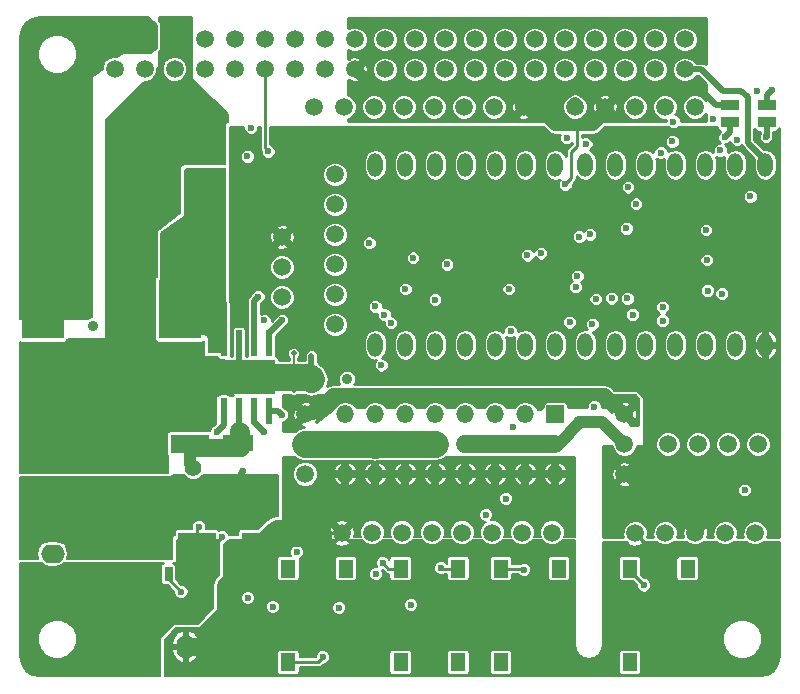
<source format=gtl>
G04 #@! TF.FileFunction,Copper,L1,Top,Signal*
%FSLAX46Y46*%
G04 Gerber Fmt 4.6, Leading zero omitted, Abs format (unit mm)*
G04 Created by KiCad (PCBNEW 4.0.2+dfsg1-stable) date Sat 19 Aug 2017 09:03:07 PM PDT*
%MOMM*%
G01*
G04 APERTURE LIST*
%ADD10C,0.100000*%
%ADD11C,1.506220*%
%ADD12O,1.300000X2.000000*%
%ADD13R,3.197860X1.597660*%
%ADD14R,4.099560X1.998980*%
%ADD15R,1.498600X0.899160*%
%ADD16R,2.000000X1.000000*%
%ADD17R,1.200000X1.200000*%
%ADD18R,3.400000X3.800000*%
%ADD19R,2.500000X1.400000*%
%ADD20R,3.600000X5.000000*%
%ADD21R,0.700000X0.550000*%
%ADD22R,0.635000X1.250000*%
%ADD23R,0.650000X1.250000*%
%ADD24R,4.600000X3.900000*%
%ADD25R,1.297940X1.549400*%
%ADD26C,1.500000*%
%ADD27R,2.000000X1.600000*%
%ADD28O,2.000000X1.600000*%
%ADD29R,1.600000X2.000000*%
%ADD30O,1.600000X2.000000*%
%ADD31R,0.500000X2.200000*%
%ADD32R,0.500000X2.550000*%
%ADD33R,4.900000X2.900000*%
%ADD34R,3.100000X2.400000*%
%ADD35C,1.200000*%
%ADD36R,1.500000X1.500000*%
%ADD37O,1.500000X1.500000*%
%ADD38C,0.465000*%
%ADD39C,0.600000*%
%ADD40C,0.900000*%
%ADD41C,1.400000*%
%ADD42C,0.130000*%
%ADD43C,0.500000*%
%ADD44C,1.500000*%
%ADD45C,0.250000*%
%ADD46C,1.000000*%
%ADD47C,2.300000*%
%ADD48C,0.200000*%
G04 APERTURE END LIST*
D10*
D11*
X102000000Y-86350000D03*
X102000000Y-83810000D03*
X102000000Y-81270000D03*
X102000000Y-78730000D03*
X102000000Y-76190000D03*
X102000000Y-73650000D03*
X102610000Y-104000000D03*
X105150000Y-104000000D03*
X107690000Y-104000000D03*
X110230000Y-104000000D03*
X112770000Y-104000000D03*
X115310000Y-104000000D03*
X117850000Y-104000000D03*
X120390000Y-104000000D03*
D12*
X138430000Y-88068000D03*
X138430000Y-72828000D03*
X135890000Y-88068000D03*
X135890000Y-72828000D03*
X133350000Y-88068000D03*
X133350000Y-72828000D03*
X130810000Y-88068000D03*
X130810000Y-72828000D03*
X128270000Y-88068000D03*
X128270000Y-72828000D03*
X125730000Y-88068000D03*
X125730000Y-72828000D03*
X123190000Y-88068000D03*
X123190000Y-72828000D03*
X120650000Y-88068000D03*
X120650000Y-72828000D03*
X118110000Y-88068000D03*
X118110000Y-72828000D03*
X115570000Y-88068000D03*
X115570000Y-72828000D03*
X113030000Y-88068000D03*
X113030000Y-72828000D03*
X110490000Y-88068000D03*
X110490000Y-72828000D03*
X107950000Y-88068000D03*
X107950000Y-72828000D03*
X105410000Y-88068000D03*
X105410000Y-72828000D03*
D13*
X90317320Y-104800400D03*
X95712280Y-104800400D03*
X89697480Y-96500000D03*
X84302520Y-96500000D03*
D14*
X77312520Y-73152000D03*
X86009480Y-73152000D03*
D15*
X135450600Y-67750700D03*
X135450600Y-69249300D03*
X138549400Y-69249300D03*
X138549400Y-67750700D03*
D16*
X91059000Y-77379000D03*
D17*
X90139000Y-71879000D03*
X91979000Y-71879000D03*
D18*
X91059000Y-74979000D03*
D19*
X93800000Y-100800000D03*
X93800000Y-96400000D03*
D11*
X97500000Y-78960000D03*
X97500000Y-81500000D03*
X97500000Y-84040000D03*
X130190000Y-96500000D03*
X132730000Y-96500000D03*
X135270000Y-96500000D03*
X137810000Y-96500000D03*
X99500000Y-93960000D03*
X99500000Y-96500000D03*
X99500000Y-99040000D03*
X126500000Y-93960000D03*
X126500000Y-96500000D03*
X126500000Y-99040000D03*
X100203000Y-67945000D03*
X102743000Y-67945000D03*
X105283000Y-67945000D03*
X107823000Y-67945000D03*
X110363000Y-67945000D03*
X112903000Y-67945000D03*
X115443000Y-67945000D03*
X117983000Y-67945000D03*
X122301000Y-67945000D03*
X124841000Y-67945000D03*
X127381000Y-67945000D03*
X129921000Y-67945000D03*
X132461000Y-67945000D03*
X127420000Y-104000000D03*
X129960000Y-104000000D03*
X132500000Y-104000000D03*
X135040000Y-104000000D03*
X137580000Y-104000000D03*
D20*
X88858000Y-85090000D03*
X77258000Y-85090000D03*
D21*
X86625000Y-101825000D03*
X85375000Y-101825000D03*
X84050000Y-101825000D03*
D22*
X87905000Y-107525000D03*
D23*
X86635000Y-107525000D03*
D22*
X85365000Y-107525000D03*
X84095000Y-107525000D03*
D24*
X86000000Y-104050000D03*
D21*
X87950000Y-101825000D03*
D25*
X126964440Y-114970560D03*
X126964440Y-107025440D03*
X131861560Y-114970560D03*
X131861560Y-107025440D03*
X116051440Y-114972560D03*
X116051440Y-107027440D03*
X120948560Y-114972560D03*
X120948560Y-107027440D03*
X107551440Y-114972560D03*
X107551440Y-107027440D03*
X112448560Y-114972560D03*
X112448560Y-107027440D03*
X98051440Y-114972560D03*
X98051440Y-107027440D03*
X102948560Y-114972560D03*
X102948560Y-107027440D03*
D26*
X83370000Y-64770000D03*
X83370000Y-62230000D03*
X85910000Y-64770000D03*
X85910000Y-62230000D03*
X88450000Y-64770000D03*
X88450000Y-62230000D03*
X90990000Y-64770000D03*
X90990000Y-62230000D03*
X93530000Y-64770000D03*
X93530000Y-62230000D03*
X96070000Y-64770000D03*
X96070000Y-62230000D03*
X98610000Y-64770000D03*
X98610000Y-62230000D03*
X101150000Y-64770000D03*
X101150000Y-62230000D03*
X103690000Y-64770000D03*
X103690000Y-62230000D03*
X106230000Y-64770000D03*
X106230000Y-62230000D03*
X108770000Y-64770000D03*
X108770000Y-62230000D03*
X111310000Y-64770000D03*
X111310000Y-62230000D03*
X113850000Y-64770000D03*
X113850000Y-62230000D03*
X116390000Y-64770000D03*
X116390000Y-62230000D03*
X118930000Y-64770000D03*
X118930000Y-62230000D03*
X121470000Y-64770000D03*
X121470000Y-62230000D03*
X124010000Y-64770000D03*
X124010000Y-62230000D03*
X126550000Y-64770000D03*
X126550000Y-62230000D03*
X129090000Y-64770000D03*
X129090000Y-62230000D03*
X131630000Y-64770000D03*
X131630000Y-62230000D03*
D27*
X78105000Y-102263000D03*
D28*
X78105000Y-105763000D03*
D29*
X85880000Y-113665000D03*
D30*
X89380000Y-113665000D03*
D31*
X92583000Y-87930000D03*
X92583000Y-93680000D03*
D32*
X93853000Y-88105000D03*
D31*
X93853000Y-93680000D03*
X95123000Y-87930000D03*
X95123000Y-93680000D03*
X96393000Y-87930000D03*
X96393000Y-93680000D03*
D33*
X94488000Y-90805000D03*
D34*
X94488000Y-90805000D03*
D35*
X92988000Y-90055000D03*
X92988000Y-91555000D03*
X94488000Y-90055000D03*
X94488000Y-91555000D03*
X95988000Y-91555000D03*
X95988000Y-90055000D03*
D36*
X120660000Y-93960000D03*
D37*
X118120000Y-93960000D03*
X115580000Y-93960000D03*
X113040000Y-93960000D03*
X110500000Y-93960000D03*
X107960000Y-93960000D03*
X105420000Y-93960000D03*
X102880000Y-93960000D03*
X120660000Y-96500000D03*
X118120000Y-96500000D03*
X115580000Y-96500000D03*
X113040000Y-96500000D03*
X110500000Y-96500000D03*
X107960000Y-96500000D03*
X105420000Y-96500000D03*
X102880000Y-96500000D03*
X120660000Y-99040000D03*
X118120000Y-99040000D03*
X115580000Y-99040000D03*
X113040000Y-99040000D03*
X110500000Y-99040000D03*
X107960000Y-99040000D03*
X105420000Y-99040000D03*
X102880000Y-99040000D03*
D38*
X98501200Y-91897200D03*
X98094800Y-90373200D03*
X98501200Y-88798400D03*
X90779600Y-88722200D03*
X90779600Y-90805000D03*
X90779600Y-92837000D03*
D39*
X104394000Y-114173000D03*
D40*
X91500000Y-70000000D03*
X89000000Y-70000000D03*
D39*
X76000000Y-98000000D03*
X78000000Y-98000000D03*
D40*
X100000000Y-91000000D03*
D41*
X87000000Y-98000000D03*
D40*
X97500000Y-73500000D03*
X97500000Y-75500000D03*
D39*
X79500000Y-75500000D03*
X80250000Y-74000000D03*
X96750000Y-110250000D03*
X78500000Y-69500000D03*
X79000000Y-70500000D03*
X81000000Y-85000000D03*
X79500000Y-80000000D03*
X121500000Y-74500000D03*
X111480600Y-81280000D03*
X108610400Y-80721200D03*
X116713000Y-83362800D03*
X107950000Y-83362800D03*
X116865400Y-86918800D03*
X117043200Y-95072200D03*
X104902000Y-79451200D03*
X118287800Y-80492600D03*
X105918000Y-89814400D03*
X114808000Y-102489000D03*
X126669800Y-78232000D03*
X123799600Y-86334600D03*
X123952000Y-93319600D03*
X119443500Y-80327500D03*
X122529600Y-82270600D03*
X126746000Y-84150200D03*
X125412500Y-84137500D03*
X130556000Y-70866000D03*
X133540500Y-83502500D03*
X123596400Y-78740000D03*
X134747000Y-83743800D03*
X122682000Y-78930500D03*
X121615200Y-70548500D03*
X133477000Y-80899000D03*
X94869000Y-69723000D03*
X133413500Y-78359000D03*
X128193800Y-108458000D03*
X136677400Y-100380800D03*
X137160000Y-75514200D03*
X134620000Y-71628000D03*
X129590800Y-71805800D03*
X129743200Y-86029800D03*
X116509800Y-101117400D03*
X118033800Y-107137200D03*
X134010400Y-68935600D03*
X96342200Y-71704200D03*
X102362000Y-110363000D03*
X136017000Y-70713600D03*
X137718800Y-66624200D03*
X130657600Y-69189600D03*
X123266200Y-71069200D03*
X94589600Y-72136000D03*
X98780600Y-105664000D03*
X126809500Y-74739500D03*
X127482600Y-76149200D03*
X129730500Y-84899500D03*
X105410000Y-84836000D03*
X127190500Y-85534500D03*
X106172000Y-85534500D03*
X110464600Y-84251800D03*
X124079000Y-84201000D03*
X106743500Y-86233000D03*
X121856500Y-86169500D03*
X106045000Y-106553000D03*
X92456000Y-104394000D03*
X90500000Y-103500000D03*
X135000000Y-70500000D03*
X138500000Y-70500000D03*
X139000000Y-66500000D03*
X94640400Y-109524800D03*
X111000000Y-107000000D03*
X105500000Y-107500000D03*
X89000000Y-109000000D03*
X94183200Y-98766400D03*
X94900000Y-99300000D03*
X119329200Y-93395800D03*
X122364500Y-83185000D03*
X96500000Y-100500000D03*
D40*
X102997000Y-90995500D03*
D39*
X108458000Y-110109000D03*
X100965000Y-114554000D03*
D41*
X90000000Y-98500000D03*
D39*
X95500000Y-84000000D03*
X92000000Y-95500000D03*
X96000000Y-86000000D03*
X91500000Y-84500000D03*
X97500000Y-94000000D03*
X97500000Y-86000000D03*
D40*
X81500000Y-86500000D03*
D39*
X96000000Y-95500000D03*
D42*
X98094800Y-91490800D02*
X98094800Y-90373200D01*
X98501200Y-91897200D02*
X98094800Y-91490800D01*
X98501200Y-88798400D02*
X98501200Y-89966800D01*
X98501200Y-89966800D02*
X98094800Y-90373200D01*
X98094800Y-90373200D02*
X98094800Y-90805000D01*
X90754200Y-88747600D02*
X90754200Y-90805000D01*
X90779600Y-88722200D02*
X90754200Y-88747600D01*
X90779600Y-92837000D02*
X90779600Y-90805000D01*
D43*
X138430000Y-72828000D02*
X138430000Y-72466200D01*
X138430000Y-72466200D02*
X136931400Y-70967600D01*
X136931400Y-70967600D02*
X136931400Y-67132200D01*
X136931400Y-67132200D02*
X136398000Y-66598800D01*
X136398000Y-66598800D02*
X134823200Y-66598800D01*
X134823200Y-66598800D02*
X132994400Y-64770000D01*
X132994400Y-64770000D02*
X131630000Y-64770000D01*
D44*
X95697480Y-105500000D02*
X95697480Y-105552520D01*
X95697480Y-105552520D02*
X92750000Y-108500000D01*
X91335000Y-113665000D02*
X89380000Y-113665000D01*
X92750000Y-112250000D02*
X91335000Y-113665000D01*
X92750000Y-108500000D02*
X92750000Y-112250000D01*
D45*
X94488000Y-90805000D02*
X93853000Y-90170000D01*
X93853000Y-90170000D02*
X93853000Y-88105000D01*
D46*
X122301000Y-67945000D02*
X122301000Y-67627500D01*
D47*
X102948560Y-114972560D02*
X102948560Y-113362560D01*
X100533200Y-110947200D02*
X100533200Y-104000000D01*
X102948560Y-113362560D02*
X100533200Y-110947200D01*
D45*
X102610000Y-104000000D02*
X100533200Y-104000000D01*
D47*
X100533200Y-104000000D02*
X97197480Y-104000000D01*
X97197480Y-104000000D02*
X95697480Y-105500000D01*
D46*
X126898400Y-112776000D02*
X126517400Y-112776000D01*
X129667000Y-112776000D02*
X126898400Y-112776000D01*
X124206000Y-115443000D02*
X121419000Y-115443000D01*
X125476000Y-114173000D02*
X124206000Y-115443000D01*
X125476000Y-113792000D02*
X125476000Y-114173000D01*
X126517400Y-112776000D02*
X125476000Y-113792000D01*
D45*
X127420000Y-104000000D02*
X127420000Y-104052000D01*
X127420000Y-104052000D02*
X129667000Y-106299000D01*
D46*
X129667000Y-106299000D02*
X129667000Y-112776000D01*
D45*
X120948560Y-114972560D02*
X121419000Y-115443000D01*
D46*
X129667000Y-112776000D02*
X131861560Y-114970560D01*
X120948560Y-114972560D02*
X118117000Y-112141000D01*
X106426000Y-112141000D02*
X104394000Y-114173000D01*
X118117000Y-112141000D02*
X106426000Y-112141000D01*
D45*
X102948560Y-114972560D02*
X103594440Y-114972560D01*
D46*
X103594440Y-114972560D02*
X104394000Y-114173000D01*
X91979000Y-70479000D02*
X91979000Y-71879000D01*
X91500000Y-70000000D02*
X91503500Y-70003500D01*
X91503500Y-70003500D02*
X91979000Y-70479000D01*
X90139000Y-71879000D02*
X90139000Y-71139000D01*
X90139000Y-71139000D02*
X89000000Y-70000000D01*
D43*
X100000000Y-89000000D02*
X100000000Y-91000000D01*
X87000000Y-98000000D02*
X78000000Y-98000000D01*
X100000000Y-91000000D02*
X99805000Y-90805000D01*
X99805000Y-90805000D02*
X100000000Y-91000000D01*
D47*
X94488000Y-90805000D02*
X98094800Y-90805000D01*
X98094800Y-90805000D02*
X99805000Y-90805000D01*
X99805000Y-90805000D02*
X100000000Y-91000000D01*
X94488000Y-90805000D02*
X90754200Y-90805000D01*
X90754200Y-90805000D02*
X86695000Y-90805000D01*
X86695000Y-90805000D02*
X84302520Y-93197480D01*
X84302520Y-93197480D02*
X84302520Y-96500000D01*
D46*
X84302520Y-96500000D02*
X85500000Y-96500000D01*
X85500000Y-96500000D02*
X87000000Y-98000000D01*
X97500000Y-75500000D02*
X97500000Y-73500000D01*
D45*
X97500000Y-75500000D02*
X98755200Y-77724000D01*
X98755200Y-77724000D02*
X97500000Y-78960000D01*
D47*
X77258000Y-85090000D02*
X78410000Y-85090000D01*
D43*
X77312520Y-73152000D02*
X77312520Y-76187480D01*
X77312520Y-76187480D02*
X78000000Y-75500000D01*
X78000000Y-75500000D02*
X79500000Y-75500000D01*
X77312520Y-73152000D02*
X79402000Y-73152000D01*
X79402000Y-73152000D02*
X80250000Y-74000000D01*
D46*
X129750000Y-92880000D02*
X127870000Y-91000000D01*
D45*
X99750000Y-81210000D02*
X97500000Y-78960000D01*
D46*
X99750000Y-87250000D02*
X99750000Y-81210000D01*
X101500000Y-89000000D02*
X99750000Y-87250000D01*
X103250000Y-89000000D02*
X101500000Y-89000000D01*
X105250000Y-91000000D02*
X103250000Y-89000000D01*
X127870000Y-91000000D02*
X105250000Y-91000000D01*
X126500000Y-99040000D02*
X128275400Y-99040000D01*
X128275400Y-99040000D02*
X132500000Y-103264600D01*
X132500000Y-103264600D02*
X132500000Y-104000000D01*
D45*
X138430000Y-88068000D02*
X138430000Y-90297000D01*
D46*
X127528000Y-99040000D02*
X126500000Y-99040000D01*
X128676400Y-97866200D02*
X127528000Y-99040000D01*
X128676400Y-93929200D02*
X128676400Y-97866200D01*
X129794000Y-92837000D02*
X129750000Y-92880000D01*
X129750000Y-92880000D02*
X128676400Y-93929200D01*
X135890000Y-92837000D02*
X129794000Y-92837000D01*
X138430000Y-90297000D02*
X135890000Y-92837000D01*
D43*
X77312520Y-73152000D02*
X77312520Y-70687480D01*
X77312520Y-70687480D02*
X78500000Y-69500000D01*
X77312520Y-73152000D02*
X77312520Y-72687480D01*
X77312520Y-72687480D02*
X79000000Y-71000000D01*
X79000000Y-71000000D02*
X79000000Y-70500000D01*
X77258000Y-85090000D02*
X80910000Y-85090000D01*
X80910000Y-85090000D02*
X81000000Y-85000000D01*
X77258000Y-85090000D02*
X77258000Y-82242000D01*
X77258000Y-82242000D02*
X79500000Y-80000000D01*
D47*
X77258000Y-85090000D02*
X77258000Y-73206520D01*
X77258000Y-73206520D02*
X77312520Y-73152000D01*
D43*
X132486400Y-66250000D02*
X132721800Y-66250000D01*
X124841000Y-67945000D02*
X126536000Y-66250000D01*
X132486400Y-66250000D02*
X126536000Y-66250000D01*
X134222500Y-67750700D02*
X135450600Y-67750700D01*
X132721800Y-66250000D02*
X134222500Y-67750700D01*
X135450600Y-67750700D02*
X135250700Y-67750700D01*
D46*
X117983000Y-67945000D02*
X117983000Y-67483000D01*
X117983000Y-67483000D02*
X116750000Y-66250000D01*
X105170000Y-66250000D02*
X103690000Y-64770000D01*
X116750000Y-66250000D02*
X105170000Y-66250000D01*
D45*
X83370000Y-64770000D02*
X83370000Y-64630000D01*
X122500000Y-69500000D02*
X122500000Y-69469000D01*
X122500000Y-71250000D02*
X122500000Y-69500000D01*
X122000000Y-71750000D02*
X122500000Y-71250000D01*
X122000000Y-74000000D02*
X122000000Y-71750000D01*
X121500000Y-74500000D02*
X122000000Y-74000000D01*
D46*
X124841000Y-67945000D02*
X124841000Y-68453000D01*
X124841000Y-68453000D02*
X123825000Y-69469000D01*
X123825000Y-69469000D02*
X122500000Y-69469000D01*
X122500000Y-69469000D02*
X120586500Y-69469000D01*
X120586500Y-69469000D02*
X119062500Y-67945000D01*
X119062500Y-67945000D02*
X117983000Y-67945000D01*
D45*
X126964440Y-107025440D02*
X126964440Y-107228640D01*
X126964440Y-107228640D02*
X128193800Y-108458000D01*
X116051440Y-107027440D02*
X117924040Y-107027440D01*
X117924040Y-107027440D02*
X118033800Y-107137200D01*
X96070000Y-71432000D02*
X96070000Y-64770000D01*
X96342200Y-71704200D02*
X96070000Y-71432000D01*
X107551440Y-107027440D02*
X106519440Y-107027440D01*
X106519440Y-107027440D02*
X106045000Y-106553000D01*
X92456000Y-104394000D02*
X91350000Y-105500000D01*
X91350000Y-105500000D02*
X90302520Y-105500000D01*
D44*
X90302520Y-105500000D02*
X90302520Y-109697480D01*
X85880000Y-110500000D02*
X85880000Y-113665000D01*
X89500000Y-110500000D02*
X85880000Y-110500000D01*
X90302520Y-109697480D02*
X89500000Y-110500000D01*
D45*
X90500000Y-103500000D02*
X90302520Y-103697480D01*
X90302520Y-103697480D02*
X90302520Y-105500000D01*
D46*
X85365000Y-107525000D02*
X84095000Y-107525000D01*
X86635000Y-107525000D02*
X85365000Y-107525000D01*
D44*
X85880000Y-113665000D02*
X85880000Y-108280000D01*
D46*
X85880000Y-108280000D02*
X86635000Y-107525000D01*
D43*
X135450600Y-70049400D02*
X135450600Y-69249300D01*
X135000000Y-70500000D02*
X135450600Y-70049400D01*
X138549400Y-70450600D02*
X138549400Y-69249300D01*
X138500000Y-70500000D02*
X138549400Y-70450600D01*
X138549400Y-66950600D02*
X138549400Y-67750700D01*
X139000000Y-66500000D02*
X138549400Y-66950600D01*
D45*
X111027440Y-107027440D02*
X112448560Y-107027440D01*
X111000000Y-107000000D02*
X111027440Y-107027440D01*
X87905000Y-107525000D02*
X87905000Y-107905000D01*
X87905000Y-107905000D02*
X89000000Y-109000000D01*
D43*
X94000000Y-101200000D02*
X94000000Y-98949600D01*
X94000000Y-98949600D02*
X94183200Y-98766400D01*
X94000000Y-101200000D02*
X94000000Y-100868800D01*
X94000000Y-100868800D02*
X94900000Y-99300000D01*
D45*
X119329200Y-92252800D02*
X119329200Y-92265500D01*
X119329200Y-93395800D02*
X119329200Y-92252800D01*
D46*
X99500000Y-93960000D02*
X100096000Y-93960000D01*
X100096000Y-93960000D02*
X101790500Y-92265500D01*
X101790500Y-92265500D02*
X119329200Y-92265500D01*
X119329200Y-92265500D02*
X121920000Y-92265500D01*
X124841000Y-92265500D02*
X126500000Y-93960000D01*
X121920000Y-92265500D02*
X124841000Y-92265500D01*
X126500000Y-93960000D02*
X126500000Y-93960000D01*
D43*
X95800000Y-101200000D02*
X94000000Y-101200000D01*
X96500000Y-100500000D02*
X95800000Y-101200000D01*
D47*
X94000000Y-101200000D02*
X88850000Y-101200000D01*
X88850000Y-101200000D02*
X86000000Y-104050000D01*
X78105000Y-102263000D02*
X84213000Y-102263000D01*
X84213000Y-102263000D02*
X86000000Y-104050000D01*
X105420000Y-96500000D02*
X107960000Y-96500000D01*
X107960000Y-96500000D02*
X110500000Y-96500000D01*
X102880000Y-96500000D02*
X99500000Y-96500000D01*
X102880000Y-96500000D02*
X105380002Y-96500000D01*
X105380002Y-96500000D02*
X105420000Y-96539998D01*
D46*
X120482200Y-96474600D02*
X120543000Y-96474600D01*
X120543000Y-96474600D02*
X120929400Y-96469200D01*
X120929400Y-96469200D02*
X122707400Y-94615000D01*
X124615000Y-94615000D02*
X126500000Y-96500000D01*
X122656600Y-94615000D02*
X122707400Y-94615000D01*
X122707400Y-94615000D02*
X124615000Y-94615000D01*
D44*
X118120000Y-96500000D02*
X120482200Y-96474600D01*
X115580000Y-96500000D02*
X118120000Y-96500000D01*
X113040000Y-96500000D02*
X115580000Y-96500000D01*
D45*
X98051440Y-114972560D02*
X100546440Y-114972560D01*
X100546440Y-114972560D02*
X100965000Y-114554000D01*
D46*
X89697480Y-96500000D02*
X89697480Y-98197480D01*
X89697480Y-98197480D02*
X90000000Y-98500000D01*
D44*
X94000000Y-96800000D02*
X89997480Y-96800000D01*
X89997480Y-96800000D02*
X89697480Y-96500000D01*
X93853000Y-95353000D02*
X93853000Y-96653000D01*
X93853000Y-96653000D02*
X94000000Y-96800000D01*
D43*
X93853000Y-93680000D02*
X93853000Y-95353000D01*
D44*
X94000000Y-95500000D02*
X94000000Y-96800000D01*
X93853000Y-95353000D02*
X94000000Y-95500000D01*
D43*
X95123000Y-87930000D02*
X95123000Y-84377000D01*
X95123000Y-84377000D02*
X95500000Y-84000000D01*
X92583000Y-94917000D02*
X92583000Y-93680000D01*
X92000000Y-95500000D02*
X92583000Y-94917000D01*
X91059000Y-75879000D02*
X91059000Y-83059000D01*
X91059000Y-83059000D02*
X91500000Y-83500000D01*
X92583000Y-87930000D02*
X92583000Y-84583000D01*
X91500000Y-83500000D02*
X89000000Y-85000000D01*
X92583000Y-84583000D02*
X91500000Y-83500000D01*
X89000000Y-85000000D02*
X88858000Y-85090000D01*
X96393000Y-93680000D02*
X97180000Y-93680000D01*
X97180000Y-93680000D02*
X97500000Y-94000000D01*
X96393000Y-87930000D02*
X96393000Y-87107000D01*
X97500000Y-86000000D02*
X96393000Y-87107000D01*
X95123000Y-93680000D02*
X95123000Y-94623000D01*
X95123000Y-94623000D02*
X96000000Y-95500000D01*
D48*
G36*
X92200000Y-107565076D02*
X92007538Y-107757538D01*
X91779926Y-108098182D01*
X91700000Y-108500000D01*
X91700000Y-110375736D01*
X90375736Y-111700000D01*
X88500000Y-111700000D01*
X88387112Y-111722050D01*
X88287868Y-111787868D01*
X87287868Y-112787868D01*
X87223636Y-112883283D01*
X87200000Y-113000000D01*
X87200000Y-116150000D01*
X77034472Y-116150000D01*
X76371196Y-116018066D01*
X75838122Y-115661878D01*
X75481934Y-115128804D01*
X75350000Y-114465527D01*
X75350000Y-113326765D01*
X76849715Y-113326765D01*
X77100383Y-113933429D01*
X77564130Y-114397986D01*
X78170355Y-114649713D01*
X78826765Y-114650285D01*
X79433429Y-114399617D01*
X79897986Y-113935870D01*
X80149713Y-113329645D01*
X80150285Y-112673235D01*
X79899617Y-112066571D01*
X79435870Y-111602014D01*
X78829645Y-111350287D01*
X78173235Y-111349715D01*
X77566571Y-111600383D01*
X77102014Y-112064130D01*
X76850287Y-112670355D01*
X76849715Y-113326765D01*
X75350000Y-113326765D01*
X75350000Y-106600000D01*
X77190287Y-106600000D01*
X77458579Y-106779267D01*
X77879531Y-106863000D01*
X78330469Y-106863000D01*
X78751421Y-106779267D01*
X79019713Y-106600000D01*
X87556267Y-106600000D01*
X87476327Y-106615042D01*
X87374221Y-106680745D01*
X87305722Y-106780997D01*
X87281623Y-106900000D01*
X87281623Y-108150000D01*
X87302542Y-108261173D01*
X87368245Y-108363279D01*
X87468497Y-108431778D01*
X87587500Y-108455877D01*
X87854837Y-108455877D01*
X88399999Y-109001039D01*
X88399896Y-109118824D01*
X88491048Y-109339429D01*
X88659683Y-109508359D01*
X88880129Y-109599896D01*
X89118824Y-109600104D01*
X89339429Y-109508952D01*
X89508359Y-109340317D01*
X89599896Y-109119871D01*
X89600104Y-108881176D01*
X89508952Y-108660571D01*
X89340317Y-108491641D01*
X89119871Y-108400104D01*
X89001040Y-108400000D01*
X88528377Y-107927337D01*
X88528377Y-106900000D01*
X88507458Y-106788827D01*
X88441755Y-106686721D01*
X88341503Y-106618222D01*
X88251521Y-106600000D01*
X88500000Y-106600000D01*
X88538906Y-106592121D01*
X88571681Y-106569727D01*
X88593161Y-106536346D01*
X88600000Y-106500000D01*
X88600000Y-106029021D01*
X88605877Y-106000000D01*
X88605877Y-104600000D01*
X92200000Y-104600000D01*
X92200000Y-107565076D01*
X92200000Y-107565076D01*
G37*
X92200000Y-107565076D02*
X92007538Y-107757538D01*
X91779926Y-108098182D01*
X91700000Y-108500000D01*
X91700000Y-110375736D01*
X90375736Y-111700000D01*
X88500000Y-111700000D01*
X88387112Y-111722050D01*
X88287868Y-111787868D01*
X87287868Y-112787868D01*
X87223636Y-112883283D01*
X87200000Y-113000000D01*
X87200000Y-116150000D01*
X77034472Y-116150000D01*
X76371196Y-116018066D01*
X75838122Y-115661878D01*
X75481934Y-115128804D01*
X75350000Y-114465527D01*
X75350000Y-113326765D01*
X76849715Y-113326765D01*
X77100383Y-113933429D01*
X77564130Y-114397986D01*
X78170355Y-114649713D01*
X78826765Y-114650285D01*
X79433429Y-114399617D01*
X79897986Y-113935870D01*
X80149713Y-113329645D01*
X80150285Y-112673235D01*
X79899617Y-112066571D01*
X79435870Y-111602014D01*
X78829645Y-111350287D01*
X78173235Y-111349715D01*
X77566571Y-111600383D01*
X77102014Y-112064130D01*
X76850287Y-112670355D01*
X76849715Y-113326765D01*
X75350000Y-113326765D01*
X75350000Y-106600000D01*
X77190287Y-106600000D01*
X77458579Y-106779267D01*
X77879531Y-106863000D01*
X78330469Y-106863000D01*
X78751421Y-106779267D01*
X79019713Y-106600000D01*
X87556267Y-106600000D01*
X87476327Y-106615042D01*
X87374221Y-106680745D01*
X87305722Y-106780997D01*
X87281623Y-106900000D01*
X87281623Y-108150000D01*
X87302542Y-108261173D01*
X87368245Y-108363279D01*
X87468497Y-108431778D01*
X87587500Y-108455877D01*
X87854837Y-108455877D01*
X88399999Y-109001039D01*
X88399896Y-109118824D01*
X88491048Y-109339429D01*
X88659683Y-109508359D01*
X88880129Y-109599896D01*
X89118824Y-109600104D01*
X89339429Y-109508952D01*
X89508359Y-109340317D01*
X89599896Y-109119871D01*
X89600104Y-108881176D01*
X89508952Y-108660571D01*
X89340317Y-108491641D01*
X89119871Y-108400104D01*
X89001040Y-108400000D01*
X88528377Y-107927337D01*
X88528377Y-106900000D01*
X88507458Y-106788827D01*
X88441755Y-106686721D01*
X88341503Y-106618222D01*
X88251521Y-106600000D01*
X88500000Y-106600000D01*
X88538906Y-106592121D01*
X88571681Y-106569727D01*
X88593161Y-106536346D01*
X88600000Y-106500000D01*
X88600000Y-106029021D01*
X88605877Y-106000000D01*
X88605877Y-104600000D01*
X92200000Y-104600000D01*
X92200000Y-107565076D01*
G36*
X101750730Y-104647138D02*
X101797868Y-104600000D01*
X102222132Y-104600000D01*
X101962862Y-104859270D01*
X102045940Y-105031556D01*
X102483636Y-105168890D01*
X102940570Y-105128271D01*
X103174060Y-105031556D01*
X103257138Y-104859270D01*
X102997868Y-104600000D01*
X103422132Y-104600000D01*
X103469270Y-104647138D01*
X103567024Y-104600000D01*
X104260929Y-104600000D01*
X104552682Y-104892263D01*
X104939604Y-105052927D01*
X105358558Y-105053293D01*
X105745760Y-104893304D01*
X106039576Y-104600000D01*
X106800929Y-104600000D01*
X107092682Y-104892263D01*
X107479604Y-105052927D01*
X107898558Y-105053293D01*
X108285760Y-104893304D01*
X108579576Y-104600000D01*
X109340929Y-104600000D01*
X109632682Y-104892263D01*
X110019604Y-105052927D01*
X110438558Y-105053293D01*
X110825760Y-104893304D01*
X111119576Y-104600000D01*
X111880929Y-104600000D01*
X112172682Y-104892263D01*
X112559604Y-105052927D01*
X112978558Y-105053293D01*
X113365760Y-104893304D01*
X113659576Y-104600000D01*
X114420929Y-104600000D01*
X114712682Y-104892263D01*
X115099604Y-105052927D01*
X115518558Y-105053293D01*
X115905760Y-104893304D01*
X116199576Y-104600000D01*
X116960929Y-104600000D01*
X117252682Y-104892263D01*
X117639604Y-105052927D01*
X118058558Y-105053293D01*
X118445760Y-104893304D01*
X118739576Y-104600000D01*
X119500929Y-104600000D01*
X119792682Y-104892263D01*
X120179604Y-105052927D01*
X120598558Y-105053293D01*
X120985760Y-104893304D01*
X121279576Y-104600000D01*
X122300000Y-104600000D01*
X122300000Y-113500000D01*
X122391345Y-113959220D01*
X122651472Y-114348528D01*
X123040780Y-114608655D01*
X123500000Y-114700000D01*
X123959220Y-114608655D01*
X124348528Y-114348528D01*
X124450537Y-114195860D01*
X126009593Y-114195860D01*
X126009593Y-115745260D01*
X126030512Y-115856433D01*
X126096215Y-115958539D01*
X126196467Y-116027038D01*
X126315470Y-116051137D01*
X127613410Y-116051137D01*
X127724583Y-116030218D01*
X127826689Y-115964515D01*
X127895188Y-115864263D01*
X127919287Y-115745260D01*
X127919287Y-114195860D01*
X127898368Y-114084687D01*
X127832665Y-113982581D01*
X127732413Y-113914082D01*
X127613410Y-113889983D01*
X126315470Y-113889983D01*
X126204297Y-113910902D01*
X126102191Y-113976605D01*
X126033692Y-114076857D01*
X126009593Y-114195860D01*
X124450537Y-114195860D01*
X124608655Y-113959220D01*
X124700000Y-113500000D01*
X124700000Y-113326765D01*
X134849715Y-113326765D01*
X135100383Y-113933429D01*
X135564130Y-114397986D01*
X136170355Y-114649713D01*
X136826765Y-114650285D01*
X137433429Y-114399617D01*
X137897986Y-113935870D01*
X138149713Y-113329645D01*
X138150285Y-112673235D01*
X137899617Y-112066571D01*
X137435870Y-111602014D01*
X136829645Y-111350287D01*
X136173235Y-111349715D01*
X135566571Y-111600383D01*
X135102014Y-112064130D01*
X134850287Y-112670355D01*
X134849715Y-113326765D01*
X124700000Y-113326765D01*
X124700000Y-106250740D01*
X126009593Y-106250740D01*
X126009593Y-107800140D01*
X126030512Y-107911313D01*
X126096215Y-108013419D01*
X126196467Y-108081918D01*
X126315470Y-108106017D01*
X127240777Y-108106017D01*
X127593799Y-108459039D01*
X127593696Y-108576824D01*
X127684848Y-108797429D01*
X127853483Y-108966359D01*
X128073929Y-109057896D01*
X128312624Y-109058104D01*
X128533229Y-108966952D01*
X128702159Y-108798317D01*
X128793696Y-108577871D01*
X128793904Y-108339176D01*
X128702752Y-108118571D01*
X128534117Y-107949641D01*
X128313671Y-107858104D01*
X128194841Y-107858000D01*
X127919287Y-107582446D01*
X127919287Y-106250740D01*
X130906713Y-106250740D01*
X130906713Y-107800140D01*
X130927632Y-107911313D01*
X130993335Y-108013419D01*
X131093587Y-108081918D01*
X131212590Y-108106017D01*
X132510530Y-108106017D01*
X132621703Y-108085098D01*
X132723809Y-108019395D01*
X132792308Y-107919143D01*
X132816407Y-107800140D01*
X132816407Y-106250740D01*
X132795488Y-106139567D01*
X132729785Y-106037461D01*
X132629533Y-105968962D01*
X132510530Y-105944863D01*
X131212590Y-105944863D01*
X131101417Y-105965782D01*
X130999311Y-106031485D01*
X130930812Y-106131737D01*
X130906713Y-106250740D01*
X127919287Y-106250740D01*
X127898368Y-106139567D01*
X127832665Y-106037461D01*
X127732413Y-105968962D01*
X127613410Y-105944863D01*
X126315470Y-105944863D01*
X126204297Y-105965782D01*
X126102191Y-106031485D01*
X126033692Y-106131737D01*
X126009593Y-106250740D01*
X124700000Y-106250740D01*
X124700000Y-104800000D01*
X126832132Y-104800000D01*
X126772862Y-104859270D01*
X126855940Y-105031556D01*
X127293636Y-105168890D01*
X127750570Y-105128271D01*
X127984060Y-105031556D01*
X128067138Y-104859270D01*
X128007868Y-104800000D01*
X129270580Y-104800000D01*
X129362682Y-104892263D01*
X129749604Y-105052927D01*
X130168558Y-105053293D01*
X130555760Y-104893304D01*
X130649227Y-104800000D01*
X131810580Y-104800000D01*
X131902682Y-104892263D01*
X132289604Y-105052927D01*
X132708558Y-105053293D01*
X133095760Y-104893304D01*
X133189227Y-104800000D01*
X134350580Y-104800000D01*
X134442682Y-104892263D01*
X134829604Y-105052927D01*
X135248558Y-105053293D01*
X135635760Y-104893304D01*
X135729227Y-104800000D01*
X136890580Y-104800000D01*
X136982682Y-104892263D01*
X137369604Y-105052927D01*
X137788558Y-105053293D01*
X138175760Y-104893304D01*
X138269227Y-104800000D01*
X139650000Y-104800000D01*
X139650000Y-114465528D01*
X139518066Y-115128804D01*
X139161878Y-115661878D01*
X138628804Y-116018066D01*
X137965527Y-116150000D01*
X87600000Y-116150000D01*
X87600000Y-114003824D01*
X88183875Y-114003824D01*
X88328050Y-114450994D01*
X88632375Y-114808952D01*
X89045598Y-115017465D01*
X89230000Y-114954725D01*
X89230000Y-113815000D01*
X89530000Y-113815000D01*
X89530000Y-114954725D01*
X89714402Y-115017465D01*
X90127625Y-114808952D01*
X90431950Y-114450994D01*
X90513564Y-114197860D01*
X97096593Y-114197860D01*
X97096593Y-115747260D01*
X97117512Y-115858433D01*
X97183215Y-115960539D01*
X97283467Y-116029038D01*
X97402470Y-116053137D01*
X98700410Y-116053137D01*
X98811583Y-116032218D01*
X98913689Y-115966515D01*
X98982188Y-115866263D01*
X99006287Y-115747260D01*
X99006287Y-115397560D01*
X100546440Y-115397560D01*
X100682097Y-115370576D01*
X100709081Y-115365209D01*
X100846960Y-115273080D01*
X100966039Y-115154001D01*
X101083824Y-115154104D01*
X101304429Y-115062952D01*
X101473359Y-114894317D01*
X101564896Y-114673871D01*
X101565104Y-114435176D01*
X101473952Y-114214571D01*
X101457271Y-114197860D01*
X106596593Y-114197860D01*
X106596593Y-115747260D01*
X106617512Y-115858433D01*
X106683215Y-115960539D01*
X106783467Y-116029038D01*
X106902470Y-116053137D01*
X108200410Y-116053137D01*
X108311583Y-116032218D01*
X108413689Y-115966515D01*
X108482188Y-115866263D01*
X108506287Y-115747260D01*
X108506287Y-114197860D01*
X111493713Y-114197860D01*
X111493713Y-115747260D01*
X111514632Y-115858433D01*
X111580335Y-115960539D01*
X111680587Y-116029038D01*
X111799590Y-116053137D01*
X113097530Y-116053137D01*
X113208703Y-116032218D01*
X113310809Y-115966515D01*
X113379308Y-115866263D01*
X113403407Y-115747260D01*
X113403407Y-114197860D01*
X115096593Y-114197860D01*
X115096593Y-115747260D01*
X115117512Y-115858433D01*
X115183215Y-115960539D01*
X115283467Y-116029038D01*
X115402470Y-116053137D01*
X116700410Y-116053137D01*
X116811583Y-116032218D01*
X116913689Y-115966515D01*
X116982188Y-115866263D01*
X117006287Y-115747260D01*
X117006287Y-114197860D01*
X116985368Y-114086687D01*
X116919665Y-113984581D01*
X116819413Y-113916082D01*
X116700410Y-113891983D01*
X115402470Y-113891983D01*
X115291297Y-113912902D01*
X115189191Y-113978605D01*
X115120692Y-114078857D01*
X115096593Y-114197860D01*
X113403407Y-114197860D01*
X113382488Y-114086687D01*
X113316785Y-113984581D01*
X113216533Y-113916082D01*
X113097530Y-113891983D01*
X111799590Y-113891983D01*
X111688417Y-113912902D01*
X111586311Y-113978605D01*
X111517812Y-114078857D01*
X111493713Y-114197860D01*
X108506287Y-114197860D01*
X108485368Y-114086687D01*
X108419665Y-113984581D01*
X108319413Y-113916082D01*
X108200410Y-113891983D01*
X106902470Y-113891983D01*
X106791297Y-113912902D01*
X106689191Y-113978605D01*
X106620692Y-114078857D01*
X106596593Y-114197860D01*
X101457271Y-114197860D01*
X101305317Y-114045641D01*
X101084871Y-113954104D01*
X100846176Y-113953896D01*
X100625571Y-114045048D01*
X100456641Y-114213683D01*
X100365104Y-114434129D01*
X100365005Y-114547560D01*
X99006287Y-114547560D01*
X99006287Y-114197860D01*
X98985368Y-114086687D01*
X98919665Y-113984581D01*
X98819413Y-113916082D01*
X98700410Y-113891983D01*
X97402470Y-113891983D01*
X97291297Y-113912902D01*
X97189191Y-113978605D01*
X97120692Y-114078857D01*
X97096593Y-114197860D01*
X90513564Y-114197860D01*
X90576125Y-114003824D01*
X90483116Y-113815000D01*
X89530000Y-113815000D01*
X89230000Y-113815000D01*
X88276884Y-113815000D01*
X88183875Y-114003824D01*
X87600000Y-114003824D01*
X87600000Y-113326176D01*
X88183875Y-113326176D01*
X88276884Y-113515000D01*
X89230000Y-113515000D01*
X89230000Y-112375275D01*
X89530000Y-112375275D01*
X89530000Y-113515000D01*
X90483116Y-113515000D01*
X90576125Y-113326176D01*
X90431950Y-112879006D01*
X90127625Y-112521048D01*
X89714402Y-112312535D01*
X89530000Y-112375275D01*
X89230000Y-112375275D01*
X89045598Y-112312535D01*
X88632375Y-112521048D01*
X88328050Y-112879006D01*
X88183875Y-113326176D01*
X87600000Y-113326176D01*
X87600000Y-113041422D01*
X88541422Y-112100000D01*
X90500000Y-112100000D01*
X90538906Y-112092121D01*
X90570711Y-112070711D01*
X92272598Y-110368824D01*
X96149896Y-110368824D01*
X96241048Y-110589429D01*
X96409683Y-110758359D01*
X96630129Y-110849896D01*
X96868824Y-110850104D01*
X97089429Y-110758952D01*
X97258359Y-110590317D01*
X97303409Y-110481824D01*
X101761896Y-110481824D01*
X101853048Y-110702429D01*
X102021683Y-110871359D01*
X102242129Y-110962896D01*
X102480824Y-110963104D01*
X102701429Y-110871952D01*
X102870359Y-110703317D01*
X102961896Y-110482871D01*
X102962104Y-110244176D01*
X102955348Y-110227824D01*
X107857896Y-110227824D01*
X107949048Y-110448429D01*
X108117683Y-110617359D01*
X108338129Y-110708896D01*
X108576824Y-110709104D01*
X108797429Y-110617952D01*
X108966359Y-110449317D01*
X109057896Y-110228871D01*
X109058104Y-109990176D01*
X108966952Y-109769571D01*
X108798317Y-109600641D01*
X108577871Y-109509104D01*
X108339176Y-109508896D01*
X108118571Y-109600048D01*
X107949641Y-109768683D01*
X107858104Y-109989129D01*
X107857896Y-110227824D01*
X102955348Y-110227824D01*
X102870952Y-110023571D01*
X102702317Y-109854641D01*
X102481871Y-109763104D01*
X102243176Y-109762896D01*
X102022571Y-109854048D01*
X101853641Y-110022683D01*
X101762104Y-110243129D01*
X101761896Y-110481824D01*
X97303409Y-110481824D01*
X97349896Y-110369871D01*
X97350104Y-110131176D01*
X97258952Y-109910571D01*
X97090317Y-109741641D01*
X96869871Y-109650104D01*
X96631176Y-109649896D01*
X96410571Y-109741048D01*
X96241641Y-109909683D01*
X96150104Y-110130129D01*
X96149896Y-110368824D01*
X92272598Y-110368824D01*
X92570711Y-110070711D01*
X92592650Y-110037629D01*
X92600000Y-110000000D01*
X92600000Y-109643624D01*
X94040296Y-109643624D01*
X94131448Y-109864229D01*
X94300083Y-110033159D01*
X94520529Y-110124696D01*
X94759224Y-110124904D01*
X94979829Y-110033752D01*
X95148759Y-109865117D01*
X95240296Y-109644671D01*
X95240504Y-109405976D01*
X95149352Y-109185371D01*
X94980717Y-109016441D01*
X94760271Y-108924904D01*
X94521576Y-108924696D01*
X94300971Y-109015848D01*
X94132041Y-109184483D01*
X94040504Y-109404929D01*
X94040296Y-109643624D01*
X92600000Y-109643624D01*
X92600000Y-106252740D01*
X97096593Y-106252740D01*
X97096593Y-107802140D01*
X97117512Y-107913313D01*
X97183215Y-108015419D01*
X97283467Y-108083918D01*
X97402470Y-108108017D01*
X98700410Y-108108017D01*
X98811583Y-108087098D01*
X98913689Y-108021395D01*
X98982188Y-107921143D01*
X99006287Y-107802140D01*
X99006287Y-106252740D01*
X101993713Y-106252740D01*
X101993713Y-107802140D01*
X102014632Y-107913313D01*
X102080335Y-108015419D01*
X102180587Y-108083918D01*
X102299590Y-108108017D01*
X103597530Y-108108017D01*
X103708703Y-108087098D01*
X103810809Y-108021395D01*
X103879308Y-107921143D01*
X103903407Y-107802140D01*
X103903407Y-107618824D01*
X104899896Y-107618824D01*
X104991048Y-107839429D01*
X105159683Y-108008359D01*
X105380129Y-108099896D01*
X105618824Y-108100104D01*
X105839429Y-108008952D01*
X106008359Y-107840317D01*
X106099896Y-107619871D01*
X106100104Y-107381176D01*
X106008952Y-107160571D01*
X106001357Y-107152962D01*
X106043959Y-107153000D01*
X106218919Y-107327960D01*
X106236084Y-107339429D01*
X106356800Y-107420089D01*
X106519440Y-107452440D01*
X106596593Y-107452440D01*
X106596593Y-107802140D01*
X106617512Y-107913313D01*
X106683215Y-108015419D01*
X106783467Y-108083918D01*
X106902470Y-108108017D01*
X108200410Y-108108017D01*
X108311583Y-108087098D01*
X108413689Y-108021395D01*
X108482188Y-107921143D01*
X108506287Y-107802140D01*
X108506287Y-107118824D01*
X110399896Y-107118824D01*
X110491048Y-107339429D01*
X110659683Y-107508359D01*
X110880129Y-107599896D01*
X111118824Y-107600104D01*
X111339429Y-107508952D01*
X111396040Y-107452440D01*
X111493713Y-107452440D01*
X111493713Y-107802140D01*
X111514632Y-107913313D01*
X111580335Y-108015419D01*
X111680587Y-108083918D01*
X111799590Y-108108017D01*
X113097530Y-108108017D01*
X113208703Y-108087098D01*
X113310809Y-108021395D01*
X113379308Y-107921143D01*
X113403407Y-107802140D01*
X113403407Y-106252740D01*
X115096593Y-106252740D01*
X115096593Y-107802140D01*
X115117512Y-107913313D01*
X115183215Y-108015419D01*
X115283467Y-108083918D01*
X115402470Y-108108017D01*
X116700410Y-108108017D01*
X116811583Y-108087098D01*
X116913689Y-108021395D01*
X116982188Y-107921143D01*
X117006287Y-107802140D01*
X117006287Y-107452440D01*
X117514853Y-107452440D01*
X117524848Y-107476629D01*
X117693483Y-107645559D01*
X117913929Y-107737096D01*
X118152624Y-107737304D01*
X118373229Y-107646152D01*
X118542159Y-107477517D01*
X118633696Y-107257071D01*
X118633904Y-107018376D01*
X118542752Y-106797771D01*
X118374117Y-106628841D01*
X118153671Y-106537304D01*
X117914976Y-106537096D01*
X117756831Y-106602440D01*
X117006287Y-106602440D01*
X117006287Y-106252740D01*
X119993713Y-106252740D01*
X119993713Y-107802140D01*
X120014632Y-107913313D01*
X120080335Y-108015419D01*
X120180587Y-108083918D01*
X120299590Y-108108017D01*
X121597530Y-108108017D01*
X121708703Y-108087098D01*
X121810809Y-108021395D01*
X121879308Y-107921143D01*
X121903407Y-107802140D01*
X121903407Y-106252740D01*
X121882488Y-106141567D01*
X121816785Y-106039461D01*
X121716533Y-105970962D01*
X121597530Y-105946863D01*
X120299590Y-105946863D01*
X120188417Y-105967782D01*
X120086311Y-106033485D01*
X120017812Y-106133737D01*
X119993713Y-106252740D01*
X117006287Y-106252740D01*
X116985368Y-106141567D01*
X116919665Y-106039461D01*
X116819413Y-105970962D01*
X116700410Y-105946863D01*
X115402470Y-105946863D01*
X115291297Y-105967782D01*
X115189191Y-106033485D01*
X115120692Y-106133737D01*
X115096593Y-106252740D01*
X113403407Y-106252740D01*
X113382488Y-106141567D01*
X113316785Y-106039461D01*
X113216533Y-105970962D01*
X113097530Y-105946863D01*
X111799590Y-105946863D01*
X111688417Y-105967782D01*
X111586311Y-106033485D01*
X111517812Y-106133737D01*
X111493713Y-106252740D01*
X111493713Y-106602440D01*
X111450923Y-106602440D01*
X111340317Y-106491641D01*
X111119871Y-106400104D01*
X110881176Y-106399896D01*
X110660571Y-106491048D01*
X110491641Y-106659683D01*
X110400104Y-106880129D01*
X110399896Y-107118824D01*
X108506287Y-107118824D01*
X108506287Y-106252740D01*
X108485368Y-106141567D01*
X108419665Y-106039461D01*
X108319413Y-105970962D01*
X108200410Y-105946863D01*
X106902470Y-105946863D01*
X106791297Y-105967782D01*
X106689191Y-106033485D01*
X106620692Y-106133737D01*
X106596593Y-106252740D01*
X106596593Y-106316770D01*
X106553952Y-106213571D01*
X106385317Y-106044641D01*
X106164871Y-105953104D01*
X105926176Y-105952896D01*
X105705571Y-106044048D01*
X105536641Y-106212683D01*
X105445104Y-106433129D01*
X105444896Y-106671824D01*
X105536048Y-106892429D01*
X105543643Y-106900038D01*
X105381176Y-106899896D01*
X105160571Y-106991048D01*
X104991641Y-107159683D01*
X104900104Y-107380129D01*
X104899896Y-107618824D01*
X103903407Y-107618824D01*
X103903407Y-106252740D01*
X103882488Y-106141567D01*
X103816785Y-106039461D01*
X103716533Y-105970962D01*
X103597530Y-105946863D01*
X102299590Y-105946863D01*
X102188417Y-105967782D01*
X102086311Y-106033485D01*
X102017812Y-106133737D01*
X101993713Y-106252740D01*
X99006287Y-106252740D01*
X99000562Y-106222315D01*
X99120029Y-106172952D01*
X99288959Y-106004317D01*
X99380496Y-105783871D01*
X99380704Y-105545176D01*
X99289552Y-105324571D01*
X99120917Y-105155641D01*
X98900471Y-105064104D01*
X98661776Y-105063896D01*
X98441171Y-105155048D01*
X98272241Y-105323683D01*
X98180704Y-105544129D01*
X98180496Y-105782824D01*
X98248275Y-105946863D01*
X97402470Y-105946863D01*
X97291297Y-105967782D01*
X97189191Y-106033485D01*
X97120692Y-106133737D01*
X97096593Y-106252740D01*
X92600000Y-106252740D01*
X92600000Y-104983702D01*
X92795429Y-104902952D01*
X92964359Y-104734317D01*
X93020132Y-104600000D01*
X101652976Y-104600000D01*
X101750730Y-104647138D01*
X101750730Y-104647138D01*
G37*
X101750730Y-104647138D02*
X101797868Y-104600000D01*
X102222132Y-104600000D01*
X101962862Y-104859270D01*
X102045940Y-105031556D01*
X102483636Y-105168890D01*
X102940570Y-105128271D01*
X103174060Y-105031556D01*
X103257138Y-104859270D01*
X102997868Y-104600000D01*
X103422132Y-104600000D01*
X103469270Y-104647138D01*
X103567024Y-104600000D01*
X104260929Y-104600000D01*
X104552682Y-104892263D01*
X104939604Y-105052927D01*
X105358558Y-105053293D01*
X105745760Y-104893304D01*
X106039576Y-104600000D01*
X106800929Y-104600000D01*
X107092682Y-104892263D01*
X107479604Y-105052927D01*
X107898558Y-105053293D01*
X108285760Y-104893304D01*
X108579576Y-104600000D01*
X109340929Y-104600000D01*
X109632682Y-104892263D01*
X110019604Y-105052927D01*
X110438558Y-105053293D01*
X110825760Y-104893304D01*
X111119576Y-104600000D01*
X111880929Y-104600000D01*
X112172682Y-104892263D01*
X112559604Y-105052927D01*
X112978558Y-105053293D01*
X113365760Y-104893304D01*
X113659576Y-104600000D01*
X114420929Y-104600000D01*
X114712682Y-104892263D01*
X115099604Y-105052927D01*
X115518558Y-105053293D01*
X115905760Y-104893304D01*
X116199576Y-104600000D01*
X116960929Y-104600000D01*
X117252682Y-104892263D01*
X117639604Y-105052927D01*
X118058558Y-105053293D01*
X118445760Y-104893304D01*
X118739576Y-104600000D01*
X119500929Y-104600000D01*
X119792682Y-104892263D01*
X120179604Y-105052927D01*
X120598558Y-105053293D01*
X120985760Y-104893304D01*
X121279576Y-104600000D01*
X122300000Y-104600000D01*
X122300000Y-113500000D01*
X122391345Y-113959220D01*
X122651472Y-114348528D01*
X123040780Y-114608655D01*
X123500000Y-114700000D01*
X123959220Y-114608655D01*
X124348528Y-114348528D01*
X124450537Y-114195860D01*
X126009593Y-114195860D01*
X126009593Y-115745260D01*
X126030512Y-115856433D01*
X126096215Y-115958539D01*
X126196467Y-116027038D01*
X126315470Y-116051137D01*
X127613410Y-116051137D01*
X127724583Y-116030218D01*
X127826689Y-115964515D01*
X127895188Y-115864263D01*
X127919287Y-115745260D01*
X127919287Y-114195860D01*
X127898368Y-114084687D01*
X127832665Y-113982581D01*
X127732413Y-113914082D01*
X127613410Y-113889983D01*
X126315470Y-113889983D01*
X126204297Y-113910902D01*
X126102191Y-113976605D01*
X126033692Y-114076857D01*
X126009593Y-114195860D01*
X124450537Y-114195860D01*
X124608655Y-113959220D01*
X124700000Y-113500000D01*
X124700000Y-113326765D01*
X134849715Y-113326765D01*
X135100383Y-113933429D01*
X135564130Y-114397986D01*
X136170355Y-114649713D01*
X136826765Y-114650285D01*
X137433429Y-114399617D01*
X137897986Y-113935870D01*
X138149713Y-113329645D01*
X138150285Y-112673235D01*
X137899617Y-112066571D01*
X137435870Y-111602014D01*
X136829645Y-111350287D01*
X136173235Y-111349715D01*
X135566571Y-111600383D01*
X135102014Y-112064130D01*
X134850287Y-112670355D01*
X134849715Y-113326765D01*
X124700000Y-113326765D01*
X124700000Y-106250740D01*
X126009593Y-106250740D01*
X126009593Y-107800140D01*
X126030512Y-107911313D01*
X126096215Y-108013419D01*
X126196467Y-108081918D01*
X126315470Y-108106017D01*
X127240777Y-108106017D01*
X127593799Y-108459039D01*
X127593696Y-108576824D01*
X127684848Y-108797429D01*
X127853483Y-108966359D01*
X128073929Y-109057896D01*
X128312624Y-109058104D01*
X128533229Y-108966952D01*
X128702159Y-108798317D01*
X128793696Y-108577871D01*
X128793904Y-108339176D01*
X128702752Y-108118571D01*
X128534117Y-107949641D01*
X128313671Y-107858104D01*
X128194841Y-107858000D01*
X127919287Y-107582446D01*
X127919287Y-106250740D01*
X130906713Y-106250740D01*
X130906713Y-107800140D01*
X130927632Y-107911313D01*
X130993335Y-108013419D01*
X131093587Y-108081918D01*
X131212590Y-108106017D01*
X132510530Y-108106017D01*
X132621703Y-108085098D01*
X132723809Y-108019395D01*
X132792308Y-107919143D01*
X132816407Y-107800140D01*
X132816407Y-106250740D01*
X132795488Y-106139567D01*
X132729785Y-106037461D01*
X132629533Y-105968962D01*
X132510530Y-105944863D01*
X131212590Y-105944863D01*
X131101417Y-105965782D01*
X130999311Y-106031485D01*
X130930812Y-106131737D01*
X130906713Y-106250740D01*
X127919287Y-106250740D01*
X127898368Y-106139567D01*
X127832665Y-106037461D01*
X127732413Y-105968962D01*
X127613410Y-105944863D01*
X126315470Y-105944863D01*
X126204297Y-105965782D01*
X126102191Y-106031485D01*
X126033692Y-106131737D01*
X126009593Y-106250740D01*
X124700000Y-106250740D01*
X124700000Y-104800000D01*
X126832132Y-104800000D01*
X126772862Y-104859270D01*
X126855940Y-105031556D01*
X127293636Y-105168890D01*
X127750570Y-105128271D01*
X127984060Y-105031556D01*
X128067138Y-104859270D01*
X128007868Y-104800000D01*
X129270580Y-104800000D01*
X129362682Y-104892263D01*
X129749604Y-105052927D01*
X130168558Y-105053293D01*
X130555760Y-104893304D01*
X130649227Y-104800000D01*
X131810580Y-104800000D01*
X131902682Y-104892263D01*
X132289604Y-105052927D01*
X132708558Y-105053293D01*
X133095760Y-104893304D01*
X133189227Y-104800000D01*
X134350580Y-104800000D01*
X134442682Y-104892263D01*
X134829604Y-105052927D01*
X135248558Y-105053293D01*
X135635760Y-104893304D01*
X135729227Y-104800000D01*
X136890580Y-104800000D01*
X136982682Y-104892263D01*
X137369604Y-105052927D01*
X137788558Y-105053293D01*
X138175760Y-104893304D01*
X138269227Y-104800000D01*
X139650000Y-104800000D01*
X139650000Y-114465528D01*
X139518066Y-115128804D01*
X139161878Y-115661878D01*
X138628804Y-116018066D01*
X137965527Y-116150000D01*
X87600000Y-116150000D01*
X87600000Y-114003824D01*
X88183875Y-114003824D01*
X88328050Y-114450994D01*
X88632375Y-114808952D01*
X89045598Y-115017465D01*
X89230000Y-114954725D01*
X89230000Y-113815000D01*
X89530000Y-113815000D01*
X89530000Y-114954725D01*
X89714402Y-115017465D01*
X90127625Y-114808952D01*
X90431950Y-114450994D01*
X90513564Y-114197860D01*
X97096593Y-114197860D01*
X97096593Y-115747260D01*
X97117512Y-115858433D01*
X97183215Y-115960539D01*
X97283467Y-116029038D01*
X97402470Y-116053137D01*
X98700410Y-116053137D01*
X98811583Y-116032218D01*
X98913689Y-115966515D01*
X98982188Y-115866263D01*
X99006287Y-115747260D01*
X99006287Y-115397560D01*
X100546440Y-115397560D01*
X100682097Y-115370576D01*
X100709081Y-115365209D01*
X100846960Y-115273080D01*
X100966039Y-115154001D01*
X101083824Y-115154104D01*
X101304429Y-115062952D01*
X101473359Y-114894317D01*
X101564896Y-114673871D01*
X101565104Y-114435176D01*
X101473952Y-114214571D01*
X101457271Y-114197860D01*
X106596593Y-114197860D01*
X106596593Y-115747260D01*
X106617512Y-115858433D01*
X106683215Y-115960539D01*
X106783467Y-116029038D01*
X106902470Y-116053137D01*
X108200410Y-116053137D01*
X108311583Y-116032218D01*
X108413689Y-115966515D01*
X108482188Y-115866263D01*
X108506287Y-115747260D01*
X108506287Y-114197860D01*
X111493713Y-114197860D01*
X111493713Y-115747260D01*
X111514632Y-115858433D01*
X111580335Y-115960539D01*
X111680587Y-116029038D01*
X111799590Y-116053137D01*
X113097530Y-116053137D01*
X113208703Y-116032218D01*
X113310809Y-115966515D01*
X113379308Y-115866263D01*
X113403407Y-115747260D01*
X113403407Y-114197860D01*
X115096593Y-114197860D01*
X115096593Y-115747260D01*
X115117512Y-115858433D01*
X115183215Y-115960539D01*
X115283467Y-116029038D01*
X115402470Y-116053137D01*
X116700410Y-116053137D01*
X116811583Y-116032218D01*
X116913689Y-115966515D01*
X116982188Y-115866263D01*
X117006287Y-115747260D01*
X117006287Y-114197860D01*
X116985368Y-114086687D01*
X116919665Y-113984581D01*
X116819413Y-113916082D01*
X116700410Y-113891983D01*
X115402470Y-113891983D01*
X115291297Y-113912902D01*
X115189191Y-113978605D01*
X115120692Y-114078857D01*
X115096593Y-114197860D01*
X113403407Y-114197860D01*
X113382488Y-114086687D01*
X113316785Y-113984581D01*
X113216533Y-113916082D01*
X113097530Y-113891983D01*
X111799590Y-113891983D01*
X111688417Y-113912902D01*
X111586311Y-113978605D01*
X111517812Y-114078857D01*
X111493713Y-114197860D01*
X108506287Y-114197860D01*
X108485368Y-114086687D01*
X108419665Y-113984581D01*
X108319413Y-113916082D01*
X108200410Y-113891983D01*
X106902470Y-113891983D01*
X106791297Y-113912902D01*
X106689191Y-113978605D01*
X106620692Y-114078857D01*
X106596593Y-114197860D01*
X101457271Y-114197860D01*
X101305317Y-114045641D01*
X101084871Y-113954104D01*
X100846176Y-113953896D01*
X100625571Y-114045048D01*
X100456641Y-114213683D01*
X100365104Y-114434129D01*
X100365005Y-114547560D01*
X99006287Y-114547560D01*
X99006287Y-114197860D01*
X98985368Y-114086687D01*
X98919665Y-113984581D01*
X98819413Y-113916082D01*
X98700410Y-113891983D01*
X97402470Y-113891983D01*
X97291297Y-113912902D01*
X97189191Y-113978605D01*
X97120692Y-114078857D01*
X97096593Y-114197860D01*
X90513564Y-114197860D01*
X90576125Y-114003824D01*
X90483116Y-113815000D01*
X89530000Y-113815000D01*
X89230000Y-113815000D01*
X88276884Y-113815000D01*
X88183875Y-114003824D01*
X87600000Y-114003824D01*
X87600000Y-113326176D01*
X88183875Y-113326176D01*
X88276884Y-113515000D01*
X89230000Y-113515000D01*
X89230000Y-112375275D01*
X89530000Y-112375275D01*
X89530000Y-113515000D01*
X90483116Y-113515000D01*
X90576125Y-113326176D01*
X90431950Y-112879006D01*
X90127625Y-112521048D01*
X89714402Y-112312535D01*
X89530000Y-112375275D01*
X89230000Y-112375275D01*
X89045598Y-112312535D01*
X88632375Y-112521048D01*
X88328050Y-112879006D01*
X88183875Y-113326176D01*
X87600000Y-113326176D01*
X87600000Y-113041422D01*
X88541422Y-112100000D01*
X90500000Y-112100000D01*
X90538906Y-112092121D01*
X90570711Y-112070711D01*
X92272598Y-110368824D01*
X96149896Y-110368824D01*
X96241048Y-110589429D01*
X96409683Y-110758359D01*
X96630129Y-110849896D01*
X96868824Y-110850104D01*
X97089429Y-110758952D01*
X97258359Y-110590317D01*
X97303409Y-110481824D01*
X101761896Y-110481824D01*
X101853048Y-110702429D01*
X102021683Y-110871359D01*
X102242129Y-110962896D01*
X102480824Y-110963104D01*
X102701429Y-110871952D01*
X102870359Y-110703317D01*
X102961896Y-110482871D01*
X102962104Y-110244176D01*
X102955348Y-110227824D01*
X107857896Y-110227824D01*
X107949048Y-110448429D01*
X108117683Y-110617359D01*
X108338129Y-110708896D01*
X108576824Y-110709104D01*
X108797429Y-110617952D01*
X108966359Y-110449317D01*
X109057896Y-110228871D01*
X109058104Y-109990176D01*
X108966952Y-109769571D01*
X108798317Y-109600641D01*
X108577871Y-109509104D01*
X108339176Y-109508896D01*
X108118571Y-109600048D01*
X107949641Y-109768683D01*
X107858104Y-109989129D01*
X107857896Y-110227824D01*
X102955348Y-110227824D01*
X102870952Y-110023571D01*
X102702317Y-109854641D01*
X102481871Y-109763104D01*
X102243176Y-109762896D01*
X102022571Y-109854048D01*
X101853641Y-110022683D01*
X101762104Y-110243129D01*
X101761896Y-110481824D01*
X97303409Y-110481824D01*
X97349896Y-110369871D01*
X97350104Y-110131176D01*
X97258952Y-109910571D01*
X97090317Y-109741641D01*
X96869871Y-109650104D01*
X96631176Y-109649896D01*
X96410571Y-109741048D01*
X96241641Y-109909683D01*
X96150104Y-110130129D01*
X96149896Y-110368824D01*
X92272598Y-110368824D01*
X92570711Y-110070711D01*
X92592650Y-110037629D01*
X92600000Y-110000000D01*
X92600000Y-109643624D01*
X94040296Y-109643624D01*
X94131448Y-109864229D01*
X94300083Y-110033159D01*
X94520529Y-110124696D01*
X94759224Y-110124904D01*
X94979829Y-110033752D01*
X95148759Y-109865117D01*
X95240296Y-109644671D01*
X95240504Y-109405976D01*
X95149352Y-109185371D01*
X94980717Y-109016441D01*
X94760271Y-108924904D01*
X94521576Y-108924696D01*
X94300971Y-109015848D01*
X94132041Y-109184483D01*
X94040504Y-109404929D01*
X94040296Y-109643624D01*
X92600000Y-109643624D01*
X92600000Y-106252740D01*
X97096593Y-106252740D01*
X97096593Y-107802140D01*
X97117512Y-107913313D01*
X97183215Y-108015419D01*
X97283467Y-108083918D01*
X97402470Y-108108017D01*
X98700410Y-108108017D01*
X98811583Y-108087098D01*
X98913689Y-108021395D01*
X98982188Y-107921143D01*
X99006287Y-107802140D01*
X99006287Y-106252740D01*
X101993713Y-106252740D01*
X101993713Y-107802140D01*
X102014632Y-107913313D01*
X102080335Y-108015419D01*
X102180587Y-108083918D01*
X102299590Y-108108017D01*
X103597530Y-108108017D01*
X103708703Y-108087098D01*
X103810809Y-108021395D01*
X103879308Y-107921143D01*
X103903407Y-107802140D01*
X103903407Y-107618824D01*
X104899896Y-107618824D01*
X104991048Y-107839429D01*
X105159683Y-108008359D01*
X105380129Y-108099896D01*
X105618824Y-108100104D01*
X105839429Y-108008952D01*
X106008359Y-107840317D01*
X106099896Y-107619871D01*
X106100104Y-107381176D01*
X106008952Y-107160571D01*
X106001357Y-107152962D01*
X106043959Y-107153000D01*
X106218919Y-107327960D01*
X106236084Y-107339429D01*
X106356800Y-107420089D01*
X106519440Y-107452440D01*
X106596593Y-107452440D01*
X106596593Y-107802140D01*
X106617512Y-107913313D01*
X106683215Y-108015419D01*
X106783467Y-108083918D01*
X106902470Y-108108017D01*
X108200410Y-108108017D01*
X108311583Y-108087098D01*
X108413689Y-108021395D01*
X108482188Y-107921143D01*
X108506287Y-107802140D01*
X108506287Y-107118824D01*
X110399896Y-107118824D01*
X110491048Y-107339429D01*
X110659683Y-107508359D01*
X110880129Y-107599896D01*
X111118824Y-107600104D01*
X111339429Y-107508952D01*
X111396040Y-107452440D01*
X111493713Y-107452440D01*
X111493713Y-107802140D01*
X111514632Y-107913313D01*
X111580335Y-108015419D01*
X111680587Y-108083918D01*
X111799590Y-108108017D01*
X113097530Y-108108017D01*
X113208703Y-108087098D01*
X113310809Y-108021395D01*
X113379308Y-107921143D01*
X113403407Y-107802140D01*
X113403407Y-106252740D01*
X115096593Y-106252740D01*
X115096593Y-107802140D01*
X115117512Y-107913313D01*
X115183215Y-108015419D01*
X115283467Y-108083918D01*
X115402470Y-108108017D01*
X116700410Y-108108017D01*
X116811583Y-108087098D01*
X116913689Y-108021395D01*
X116982188Y-107921143D01*
X117006287Y-107802140D01*
X117006287Y-107452440D01*
X117514853Y-107452440D01*
X117524848Y-107476629D01*
X117693483Y-107645559D01*
X117913929Y-107737096D01*
X118152624Y-107737304D01*
X118373229Y-107646152D01*
X118542159Y-107477517D01*
X118633696Y-107257071D01*
X118633904Y-107018376D01*
X118542752Y-106797771D01*
X118374117Y-106628841D01*
X118153671Y-106537304D01*
X117914976Y-106537096D01*
X117756831Y-106602440D01*
X117006287Y-106602440D01*
X117006287Y-106252740D01*
X119993713Y-106252740D01*
X119993713Y-107802140D01*
X120014632Y-107913313D01*
X120080335Y-108015419D01*
X120180587Y-108083918D01*
X120299590Y-108108017D01*
X121597530Y-108108017D01*
X121708703Y-108087098D01*
X121810809Y-108021395D01*
X121879308Y-107921143D01*
X121903407Y-107802140D01*
X121903407Y-106252740D01*
X121882488Y-106141567D01*
X121816785Y-106039461D01*
X121716533Y-105970962D01*
X121597530Y-105946863D01*
X120299590Y-105946863D01*
X120188417Y-105967782D01*
X120086311Y-106033485D01*
X120017812Y-106133737D01*
X119993713Y-106252740D01*
X117006287Y-106252740D01*
X116985368Y-106141567D01*
X116919665Y-106039461D01*
X116819413Y-105970962D01*
X116700410Y-105946863D01*
X115402470Y-105946863D01*
X115291297Y-105967782D01*
X115189191Y-106033485D01*
X115120692Y-106133737D01*
X115096593Y-106252740D01*
X113403407Y-106252740D01*
X113382488Y-106141567D01*
X113316785Y-106039461D01*
X113216533Y-105970962D01*
X113097530Y-105946863D01*
X111799590Y-105946863D01*
X111688417Y-105967782D01*
X111586311Y-106033485D01*
X111517812Y-106133737D01*
X111493713Y-106252740D01*
X111493713Y-106602440D01*
X111450923Y-106602440D01*
X111340317Y-106491641D01*
X111119871Y-106400104D01*
X110881176Y-106399896D01*
X110660571Y-106491048D01*
X110491641Y-106659683D01*
X110400104Y-106880129D01*
X110399896Y-107118824D01*
X108506287Y-107118824D01*
X108506287Y-106252740D01*
X108485368Y-106141567D01*
X108419665Y-106039461D01*
X108319413Y-105970962D01*
X108200410Y-105946863D01*
X106902470Y-105946863D01*
X106791297Y-105967782D01*
X106689191Y-106033485D01*
X106620692Y-106133737D01*
X106596593Y-106252740D01*
X106596593Y-106316770D01*
X106553952Y-106213571D01*
X106385317Y-106044641D01*
X106164871Y-105953104D01*
X105926176Y-105952896D01*
X105705571Y-106044048D01*
X105536641Y-106212683D01*
X105445104Y-106433129D01*
X105444896Y-106671824D01*
X105536048Y-106892429D01*
X105543643Y-106900038D01*
X105381176Y-106899896D01*
X105160571Y-106991048D01*
X104991641Y-107159683D01*
X104900104Y-107380129D01*
X104899896Y-107618824D01*
X103903407Y-107618824D01*
X103903407Y-106252740D01*
X103882488Y-106141567D01*
X103816785Y-106039461D01*
X103716533Y-105970962D01*
X103597530Y-105946863D01*
X102299590Y-105946863D01*
X102188417Y-105967782D01*
X102086311Y-106033485D01*
X102017812Y-106133737D01*
X101993713Y-106252740D01*
X99006287Y-106252740D01*
X99000562Y-106222315D01*
X99120029Y-106172952D01*
X99288959Y-106004317D01*
X99380496Y-105783871D01*
X99380704Y-105545176D01*
X99289552Y-105324571D01*
X99120917Y-105155641D01*
X98900471Y-105064104D01*
X98661776Y-105063896D01*
X98441171Y-105155048D01*
X98272241Y-105323683D01*
X98180704Y-105544129D01*
X98180496Y-105782824D01*
X98248275Y-105946863D01*
X97402470Y-105946863D01*
X97291297Y-105967782D01*
X97189191Y-106033485D01*
X97120692Y-106133737D01*
X97096593Y-106252740D01*
X92600000Y-106252740D01*
X92600000Y-104983702D01*
X92795429Y-104902952D01*
X92964359Y-104734317D01*
X93020132Y-104600000D01*
X101652976Y-104600000D01*
X101750730Y-104647138D01*
G36*
X89900000Y-65500000D02*
X89907879Y-65538906D01*
X89929289Y-65570711D01*
X92900000Y-68541422D01*
X92900000Y-69218817D01*
X92890963Y-69220517D01*
X92790819Y-69284958D01*
X92723636Y-69383283D01*
X92700000Y-69500000D01*
X92700000Y-72773123D01*
X89359000Y-72773123D01*
X89247827Y-72794042D01*
X89145721Y-72859745D01*
X89118216Y-72900000D01*
X89000000Y-72900000D01*
X88961094Y-72907879D01*
X88928319Y-72930273D01*
X88906839Y-72963654D01*
X88900000Y-73000000D01*
X88900000Y-76950000D01*
X86940000Y-78420000D01*
X86913603Y-78449646D01*
X86900000Y-78500000D01*
X86900000Y-82335174D01*
X86844721Y-82370745D01*
X86776222Y-82470997D01*
X86752123Y-82590000D01*
X86752123Y-87590000D01*
X86773042Y-87701173D01*
X86838745Y-87803279D01*
X86938997Y-87871778D01*
X87058000Y-87895877D01*
X90658000Y-87895877D01*
X90769173Y-87874958D01*
X90871279Y-87809255D01*
X90900000Y-87767220D01*
X90900000Y-89000000D01*
X90907879Y-89038906D01*
X90930273Y-89071681D01*
X90963654Y-89093161D01*
X91000000Y-89100000D01*
X92040295Y-89100000D01*
X92048042Y-89141173D01*
X92113745Y-89243279D01*
X92213997Y-89311778D01*
X92333000Y-89335877D01*
X92700000Y-89335877D01*
X92700000Y-92000000D01*
X92720517Y-92109037D01*
X92784958Y-92209181D01*
X92883283Y-92276364D01*
X93000000Y-92300000D01*
X93484122Y-92300000D01*
X93389721Y-92360745D01*
X93362899Y-92400000D01*
X93073669Y-92400000D01*
X93052255Y-92366721D01*
X92952003Y-92298222D01*
X92833000Y-92274123D01*
X92333000Y-92274123D01*
X92221827Y-92295042D01*
X92119721Y-92360745D01*
X92092899Y-92400000D01*
X92000000Y-92400000D01*
X91961094Y-92407879D01*
X91928319Y-92430273D01*
X91906839Y-92463654D01*
X91900000Y-92500000D01*
X91900000Y-94822182D01*
X91780820Y-94941362D01*
X91660571Y-94991048D01*
X91491641Y-95159683D01*
X91400104Y-95380129D01*
X91400086Y-95400000D01*
X91319654Y-95400000D01*
X91296410Y-95395293D01*
X88098550Y-95395293D01*
X88073535Y-95400000D01*
X88000000Y-95400000D01*
X87961094Y-95407879D01*
X87928319Y-95430273D01*
X87906839Y-95463654D01*
X87905901Y-95468640D01*
X87885271Y-95481915D01*
X87816772Y-95582167D01*
X87792673Y-95701170D01*
X87792673Y-97298830D01*
X87813592Y-97410003D01*
X87879295Y-97512109D01*
X87900000Y-97526256D01*
X87900000Y-98900000D01*
X75350000Y-98900000D01*
X75350000Y-87874006D01*
X75458000Y-87895877D01*
X79058000Y-87895877D01*
X79169173Y-87874958D01*
X79271279Y-87809255D01*
X79339778Y-87709003D01*
X79361852Y-87600000D01*
X82500000Y-87600000D01*
X82538906Y-87592121D01*
X82571681Y-87569727D01*
X82593161Y-87536346D01*
X82600000Y-87500000D01*
X82600000Y-69041422D01*
X85821498Y-65819924D01*
X86117942Y-65820182D01*
X86504000Y-65660666D01*
X86799628Y-65365554D01*
X86959818Y-64979774D01*
X86959819Y-64977942D01*
X87399818Y-64977942D01*
X87559334Y-65364000D01*
X87854446Y-65659628D01*
X88240226Y-65819818D01*
X88657942Y-65820182D01*
X89044000Y-65660666D01*
X89339628Y-65365554D01*
X89499818Y-64979774D01*
X89500182Y-64562058D01*
X89340666Y-64176000D01*
X89045554Y-63880372D01*
X88659774Y-63720182D01*
X88242058Y-63719818D01*
X87856000Y-63879334D01*
X87560372Y-64174446D01*
X87400182Y-64560226D01*
X87399818Y-64977942D01*
X86959819Y-64977942D01*
X86960078Y-64681344D01*
X87070711Y-64570711D01*
X87092650Y-64537629D01*
X87100000Y-64500000D01*
X87100000Y-63324264D01*
X87212132Y-63212132D01*
X87276364Y-63116717D01*
X87300000Y-63000000D01*
X87300000Y-61000000D01*
X87277950Y-60887112D01*
X87212132Y-60787868D01*
X87100000Y-60675736D01*
X87100000Y-60350000D01*
X89900000Y-60350000D01*
X89900000Y-65500000D01*
X89900000Y-65500000D01*
G37*
X89900000Y-65500000D02*
X89907879Y-65538906D01*
X89929289Y-65570711D01*
X92900000Y-68541422D01*
X92900000Y-69218817D01*
X92890963Y-69220517D01*
X92790819Y-69284958D01*
X92723636Y-69383283D01*
X92700000Y-69500000D01*
X92700000Y-72773123D01*
X89359000Y-72773123D01*
X89247827Y-72794042D01*
X89145721Y-72859745D01*
X89118216Y-72900000D01*
X89000000Y-72900000D01*
X88961094Y-72907879D01*
X88928319Y-72930273D01*
X88906839Y-72963654D01*
X88900000Y-73000000D01*
X88900000Y-76950000D01*
X86940000Y-78420000D01*
X86913603Y-78449646D01*
X86900000Y-78500000D01*
X86900000Y-82335174D01*
X86844721Y-82370745D01*
X86776222Y-82470997D01*
X86752123Y-82590000D01*
X86752123Y-87590000D01*
X86773042Y-87701173D01*
X86838745Y-87803279D01*
X86938997Y-87871778D01*
X87058000Y-87895877D01*
X90658000Y-87895877D01*
X90769173Y-87874958D01*
X90871279Y-87809255D01*
X90900000Y-87767220D01*
X90900000Y-89000000D01*
X90907879Y-89038906D01*
X90930273Y-89071681D01*
X90963654Y-89093161D01*
X91000000Y-89100000D01*
X92040295Y-89100000D01*
X92048042Y-89141173D01*
X92113745Y-89243279D01*
X92213997Y-89311778D01*
X92333000Y-89335877D01*
X92700000Y-89335877D01*
X92700000Y-92000000D01*
X92720517Y-92109037D01*
X92784958Y-92209181D01*
X92883283Y-92276364D01*
X93000000Y-92300000D01*
X93484122Y-92300000D01*
X93389721Y-92360745D01*
X93362899Y-92400000D01*
X93073669Y-92400000D01*
X93052255Y-92366721D01*
X92952003Y-92298222D01*
X92833000Y-92274123D01*
X92333000Y-92274123D01*
X92221827Y-92295042D01*
X92119721Y-92360745D01*
X92092899Y-92400000D01*
X92000000Y-92400000D01*
X91961094Y-92407879D01*
X91928319Y-92430273D01*
X91906839Y-92463654D01*
X91900000Y-92500000D01*
X91900000Y-94822182D01*
X91780820Y-94941362D01*
X91660571Y-94991048D01*
X91491641Y-95159683D01*
X91400104Y-95380129D01*
X91400086Y-95400000D01*
X91319654Y-95400000D01*
X91296410Y-95395293D01*
X88098550Y-95395293D01*
X88073535Y-95400000D01*
X88000000Y-95400000D01*
X87961094Y-95407879D01*
X87928319Y-95430273D01*
X87906839Y-95463654D01*
X87905901Y-95468640D01*
X87885271Y-95481915D01*
X87816772Y-95582167D01*
X87792673Y-95701170D01*
X87792673Y-97298830D01*
X87813592Y-97410003D01*
X87879295Y-97512109D01*
X87900000Y-97526256D01*
X87900000Y-98900000D01*
X75350000Y-98900000D01*
X75350000Y-87874006D01*
X75458000Y-87895877D01*
X79058000Y-87895877D01*
X79169173Y-87874958D01*
X79271279Y-87809255D01*
X79339778Y-87709003D01*
X79361852Y-87600000D01*
X82500000Y-87600000D01*
X82538906Y-87592121D01*
X82571681Y-87569727D01*
X82593161Y-87536346D01*
X82600000Y-87500000D01*
X82600000Y-69041422D01*
X85821498Y-65819924D01*
X86117942Y-65820182D01*
X86504000Y-65660666D01*
X86799628Y-65365554D01*
X86959818Y-64979774D01*
X86959819Y-64977942D01*
X87399818Y-64977942D01*
X87559334Y-65364000D01*
X87854446Y-65659628D01*
X88240226Y-65819818D01*
X88657942Y-65820182D01*
X89044000Y-65660666D01*
X89339628Y-65365554D01*
X89499818Y-64979774D01*
X89500182Y-64562058D01*
X89340666Y-64176000D01*
X89045554Y-63880372D01*
X88659774Y-63720182D01*
X88242058Y-63719818D01*
X87856000Y-63879334D01*
X87560372Y-64174446D01*
X87400182Y-64560226D01*
X87399818Y-64977942D01*
X86959819Y-64977942D01*
X86960078Y-64681344D01*
X87070711Y-64570711D01*
X87092650Y-64537629D01*
X87100000Y-64500000D01*
X87100000Y-63324264D01*
X87212132Y-63212132D01*
X87276364Y-63116717D01*
X87300000Y-63000000D01*
X87300000Y-61000000D01*
X87277950Y-60887112D01*
X87212132Y-60787868D01*
X87100000Y-60675736D01*
X87100000Y-60350000D01*
X89900000Y-60350000D01*
X89900000Y-65500000D01*
G36*
X92700000Y-88700000D02*
X91312119Y-88700000D01*
X91312192Y-88616744D01*
X91300000Y-88587237D01*
X91300000Y-87500000D01*
X91279483Y-87390963D01*
X91215042Y-87290819D01*
X91116717Y-87223636D01*
X91000000Y-87200000D01*
X87300000Y-87200000D01*
X87300000Y-78650000D01*
X89180000Y-77240000D01*
X89276364Y-77116717D01*
X89300000Y-77000000D01*
X89300000Y-73300000D01*
X92700000Y-73300000D01*
X92700000Y-88700000D01*
X92700000Y-88700000D01*
G37*
X92700000Y-88700000D02*
X91312119Y-88700000D01*
X91312192Y-88616744D01*
X91300000Y-88587237D01*
X91300000Y-87500000D01*
X91279483Y-87390963D01*
X91215042Y-87290819D01*
X91116717Y-87223636D01*
X91000000Y-87200000D01*
X87300000Y-87200000D01*
X87300000Y-78650000D01*
X89180000Y-77240000D01*
X89276364Y-77116717D01*
X89300000Y-77000000D01*
X89300000Y-73300000D01*
X92700000Y-73300000D01*
X92700000Y-88700000D01*
G36*
X86900000Y-61041422D02*
X86900000Y-62958578D01*
X86458578Y-63400000D01*
X84000000Y-63400000D01*
X83961094Y-63407879D01*
X83937530Y-63421913D01*
X83564710Y-63720169D01*
X83162058Y-63719818D01*
X82776000Y-63879334D01*
X82480372Y-64174446D01*
X82320182Y-64560226D01*
X82320046Y-64715900D01*
X81437530Y-65421913D01*
X81412072Y-65452369D01*
X81400000Y-65500000D01*
X81400000Y-85749912D01*
X81351470Y-85749870D01*
X81075714Y-85863811D01*
X81039462Y-85900000D01*
X75350000Y-85900000D01*
X75350000Y-63826765D01*
X76849715Y-63826765D01*
X77100383Y-64433429D01*
X77564130Y-64897986D01*
X78170355Y-65149713D01*
X78826765Y-65150285D01*
X79433429Y-64899617D01*
X79897986Y-64435870D01*
X80149713Y-63829645D01*
X80150285Y-63173235D01*
X79899617Y-62566571D01*
X79435870Y-62102014D01*
X78829645Y-61850287D01*
X78173235Y-61849715D01*
X77566571Y-62100383D01*
X77102014Y-62564130D01*
X76850287Y-63170355D01*
X76849715Y-63826765D01*
X75350000Y-63826765D01*
X75350000Y-62034473D01*
X75481934Y-61371196D01*
X75838122Y-60838122D01*
X76371196Y-60481934D01*
X77034472Y-60350000D01*
X86208578Y-60350000D01*
X86900000Y-61041422D01*
X86900000Y-61041422D01*
G37*
X86900000Y-61041422D02*
X86900000Y-62958578D01*
X86458578Y-63400000D01*
X84000000Y-63400000D01*
X83961094Y-63407879D01*
X83937530Y-63421913D01*
X83564710Y-63720169D01*
X83162058Y-63719818D01*
X82776000Y-63879334D01*
X82480372Y-64174446D01*
X82320182Y-64560226D01*
X82320046Y-64715900D01*
X81437530Y-65421913D01*
X81412072Y-65452369D01*
X81400000Y-65500000D01*
X81400000Y-85749912D01*
X81351470Y-85749870D01*
X81075714Y-85863811D01*
X81039462Y-85900000D01*
X75350000Y-85900000D01*
X75350000Y-63826765D01*
X76849715Y-63826765D01*
X77100383Y-64433429D01*
X77564130Y-64897986D01*
X78170355Y-65149713D01*
X78826765Y-65150285D01*
X79433429Y-64899617D01*
X79897986Y-64435870D01*
X80149713Y-63829645D01*
X80150285Y-63173235D01*
X79899617Y-62566571D01*
X79435870Y-62102014D01*
X78829645Y-61850287D01*
X78173235Y-61849715D01*
X77566571Y-62100383D01*
X77102014Y-62564130D01*
X76850287Y-63170355D01*
X76849715Y-63826765D01*
X75350000Y-63826765D01*
X75350000Y-62034473D01*
X75481934Y-61371196D01*
X75838122Y-60838122D01*
X76371196Y-60481934D01*
X77034472Y-60350000D01*
X86208578Y-60350000D01*
X86900000Y-61041422D01*
G36*
X89432806Y-99347264D02*
X89800215Y-99499826D01*
X90198040Y-99500173D01*
X90565714Y-99348253D01*
X90814401Y-99100000D01*
X97200000Y-99100000D01*
X97200000Y-102550000D01*
X97197480Y-102550000D01*
X96642589Y-102660375D01*
X96172175Y-102974695D01*
X95451177Y-103695693D01*
X94113350Y-103695693D01*
X94002177Y-103716612D01*
X93900071Y-103782315D01*
X93831572Y-103882567D01*
X93807473Y-104001570D01*
X93807473Y-104200000D01*
X93025042Y-104200000D01*
X92964952Y-104054571D01*
X92796317Y-103885641D01*
X92575871Y-103794104D01*
X92337176Y-103793896D01*
X92180712Y-103858545D01*
X92135505Y-103788291D01*
X92035253Y-103719792D01*
X91916250Y-103695693D01*
X91068412Y-103695693D01*
X91099896Y-103619871D01*
X91100104Y-103381176D01*
X91008952Y-103160571D01*
X90840317Y-102991641D01*
X90619871Y-102900104D01*
X90381176Y-102899896D01*
X90160571Y-102991048D01*
X89991641Y-103159683D01*
X89900104Y-103380129D01*
X89899926Y-103584839D01*
X89877875Y-103695693D01*
X88718390Y-103695693D01*
X88607217Y-103716612D01*
X88505111Y-103782315D01*
X88436612Y-103882567D01*
X88412513Y-104001570D01*
X88412513Y-104216462D01*
X88390963Y-104220517D01*
X88290819Y-104284958D01*
X88223636Y-104383283D01*
X88200000Y-104500000D01*
X88200000Y-106200000D01*
X79336013Y-106200000D01*
X79346736Y-106183952D01*
X79430469Y-105763000D01*
X79346736Y-105342048D01*
X79108286Y-104985183D01*
X78751421Y-104746733D01*
X78330469Y-104663000D01*
X77879531Y-104663000D01*
X77458579Y-104746733D01*
X77101714Y-104985183D01*
X76863264Y-105342048D01*
X76779531Y-105763000D01*
X76863264Y-106183952D01*
X76873987Y-106200000D01*
X75350000Y-106200000D01*
X75350000Y-99300000D01*
X88000000Y-99300000D01*
X88109037Y-99279483D01*
X88209181Y-99215042D01*
X88276364Y-99116717D01*
X88279749Y-99100000D01*
X89185973Y-99100000D01*
X89432806Y-99347264D01*
X89432806Y-99347264D01*
G37*
X89432806Y-99347264D02*
X89800215Y-99499826D01*
X90198040Y-99500173D01*
X90565714Y-99348253D01*
X90814401Y-99100000D01*
X97200000Y-99100000D01*
X97200000Y-102550000D01*
X97197480Y-102550000D01*
X96642589Y-102660375D01*
X96172175Y-102974695D01*
X95451177Y-103695693D01*
X94113350Y-103695693D01*
X94002177Y-103716612D01*
X93900071Y-103782315D01*
X93831572Y-103882567D01*
X93807473Y-104001570D01*
X93807473Y-104200000D01*
X93025042Y-104200000D01*
X92964952Y-104054571D01*
X92796317Y-103885641D01*
X92575871Y-103794104D01*
X92337176Y-103793896D01*
X92180712Y-103858545D01*
X92135505Y-103788291D01*
X92035253Y-103719792D01*
X91916250Y-103695693D01*
X91068412Y-103695693D01*
X91099896Y-103619871D01*
X91100104Y-103381176D01*
X91008952Y-103160571D01*
X90840317Y-102991641D01*
X90619871Y-102900104D01*
X90381176Y-102899896D01*
X90160571Y-102991048D01*
X89991641Y-103159683D01*
X89900104Y-103380129D01*
X89899926Y-103584839D01*
X89877875Y-103695693D01*
X88718390Y-103695693D01*
X88607217Y-103716612D01*
X88505111Y-103782315D01*
X88436612Y-103882567D01*
X88412513Y-104001570D01*
X88412513Y-104216462D01*
X88390963Y-104220517D01*
X88290819Y-104284958D01*
X88223636Y-104383283D01*
X88200000Y-104500000D01*
X88200000Y-106200000D01*
X79336013Y-106200000D01*
X79346736Y-106183952D01*
X79430469Y-105763000D01*
X79346736Y-105342048D01*
X79108286Y-104985183D01*
X78751421Y-104746733D01*
X78330469Y-104663000D01*
X77879531Y-104663000D01*
X77458579Y-104746733D01*
X77101714Y-104985183D01*
X76863264Y-105342048D01*
X76779531Y-105763000D01*
X76863264Y-106183952D01*
X76873987Y-106200000D01*
X75350000Y-106200000D01*
X75350000Y-99300000D01*
X88000000Y-99300000D01*
X88109037Y-99279483D01*
X88209181Y-99215042D01*
X88276364Y-99116717D01*
X88279749Y-99100000D01*
X89185973Y-99100000D01*
X89432806Y-99347264D01*
D45*
G36*
X133375000Y-64346051D02*
X133214443Y-64238769D01*
X132994400Y-64195000D01*
X132555566Y-64195000D01*
X132541872Y-64161857D01*
X132239733Y-63859191D01*
X131844769Y-63695187D01*
X131417107Y-63694814D01*
X131021857Y-63858128D01*
X130719191Y-64160267D01*
X130555187Y-64555231D01*
X130554814Y-64982893D01*
X130718128Y-65378143D01*
X131020267Y-65680809D01*
X131415231Y-65844813D01*
X131842893Y-65845186D01*
X132238143Y-65681872D01*
X132540809Y-65379733D01*
X132555231Y-65345000D01*
X132756228Y-65345000D01*
X133375000Y-65963772D01*
X133375000Y-67334587D01*
X133072497Y-67031556D01*
X132676390Y-66867078D01*
X132247492Y-66866704D01*
X131851098Y-67030490D01*
X131547556Y-67333503D01*
X131383078Y-67729610D01*
X131382704Y-68158508D01*
X131546490Y-68554902D01*
X131849503Y-68858444D01*
X132245610Y-69022922D01*
X132674508Y-69023296D01*
X133070902Y-68859510D01*
X133374444Y-68556497D01*
X133375000Y-68555158D01*
X133375000Y-69175000D01*
X131282613Y-69175000D01*
X131282708Y-69065825D01*
X131187758Y-68836029D01*
X131012096Y-68660060D01*
X130813365Y-68577539D01*
X130834444Y-68556497D01*
X130998922Y-68160390D01*
X130999296Y-67731492D01*
X130835510Y-67335098D01*
X130532497Y-67031556D01*
X130136390Y-66867078D01*
X129707492Y-66866704D01*
X129311098Y-67030490D01*
X129007556Y-67333503D01*
X128843078Y-67729610D01*
X128842704Y-68158508D01*
X129006490Y-68554902D01*
X129309503Y-68858444D01*
X129705610Y-69022922D01*
X130049946Y-69023222D01*
X130032709Y-69064734D01*
X130032613Y-69175000D01*
X103125000Y-69175000D01*
X103125000Y-68953677D01*
X103352902Y-68859510D01*
X103656444Y-68556497D01*
X103820922Y-68160390D01*
X103820923Y-68158508D01*
X104204704Y-68158508D01*
X104368490Y-68554902D01*
X104671503Y-68858444D01*
X105067610Y-69022922D01*
X105496508Y-69023296D01*
X105892902Y-68859510D01*
X106196444Y-68556497D01*
X106360922Y-68160390D01*
X106360923Y-68158508D01*
X106744704Y-68158508D01*
X106908490Y-68554902D01*
X107211503Y-68858444D01*
X107607610Y-69022922D01*
X108036508Y-69023296D01*
X108432902Y-68859510D01*
X108736444Y-68556497D01*
X108900922Y-68160390D01*
X108900923Y-68158508D01*
X109284704Y-68158508D01*
X109448490Y-68554902D01*
X109751503Y-68858444D01*
X110147610Y-69022922D01*
X110576508Y-69023296D01*
X110972902Y-68859510D01*
X111276444Y-68556497D01*
X111440922Y-68160390D01*
X111440923Y-68158508D01*
X111824704Y-68158508D01*
X111988490Y-68554902D01*
X112291503Y-68858444D01*
X112687610Y-69022922D01*
X113116508Y-69023296D01*
X113512902Y-68859510D01*
X113816444Y-68556497D01*
X113980922Y-68160390D01*
X113980923Y-68158508D01*
X114364704Y-68158508D01*
X114528490Y-68554902D01*
X114831503Y-68858444D01*
X115227610Y-69022922D01*
X115656508Y-69023296D01*
X116052902Y-68859510D01*
X116106388Y-68806117D01*
X117440081Y-68806117D01*
X117532598Y-68947719D01*
X117950607Y-69043753D01*
X118373547Y-68972512D01*
X118433402Y-68947719D01*
X118525919Y-68806117D01*
X117983000Y-68263198D01*
X117440081Y-68806117D01*
X116106388Y-68806117D01*
X116356444Y-68556497D01*
X116520922Y-68160390D01*
X116521138Y-67912607D01*
X116884247Y-67912607D01*
X116955488Y-68335547D01*
X116980281Y-68395402D01*
X117121883Y-68487919D01*
X117664802Y-67945000D01*
X118301198Y-67945000D01*
X118844117Y-68487919D01*
X118985719Y-68395402D01*
X119040143Y-68158508D01*
X121222704Y-68158508D01*
X121386490Y-68554902D01*
X121689503Y-68858444D01*
X122085610Y-69022922D01*
X122514508Y-69023296D01*
X122910902Y-68859510D01*
X122964388Y-68806117D01*
X124298081Y-68806117D01*
X124390598Y-68947719D01*
X124808607Y-69043753D01*
X125231547Y-68972512D01*
X125291402Y-68947719D01*
X125383919Y-68806117D01*
X124841000Y-68263198D01*
X124298081Y-68806117D01*
X122964388Y-68806117D01*
X123214444Y-68556497D01*
X123378922Y-68160390D01*
X123379138Y-67912607D01*
X123742247Y-67912607D01*
X123813488Y-68335547D01*
X123838281Y-68395402D01*
X123979883Y-68487919D01*
X124522802Y-67945000D01*
X125159198Y-67945000D01*
X125702117Y-68487919D01*
X125843719Y-68395402D01*
X125898143Y-68158508D01*
X126302704Y-68158508D01*
X126466490Y-68554902D01*
X126769503Y-68858444D01*
X127165610Y-69022922D01*
X127594508Y-69023296D01*
X127990902Y-68859510D01*
X128294444Y-68556497D01*
X128458922Y-68160390D01*
X128459296Y-67731492D01*
X128295510Y-67335098D01*
X127992497Y-67031556D01*
X127596390Y-66867078D01*
X127167492Y-66866704D01*
X126771098Y-67030490D01*
X126467556Y-67333503D01*
X126303078Y-67729610D01*
X126302704Y-68158508D01*
X125898143Y-68158508D01*
X125939753Y-67977393D01*
X125868512Y-67554453D01*
X125843719Y-67494598D01*
X125702117Y-67402081D01*
X125159198Y-67945000D01*
X124522802Y-67945000D01*
X123979883Y-67402081D01*
X123838281Y-67494598D01*
X123742247Y-67912607D01*
X123379138Y-67912607D01*
X123379296Y-67731492D01*
X123215510Y-67335098D01*
X122964733Y-67083883D01*
X124298081Y-67083883D01*
X124841000Y-67626802D01*
X125383919Y-67083883D01*
X125291402Y-66942281D01*
X124873393Y-66846247D01*
X124450453Y-66917488D01*
X124390598Y-66942281D01*
X124298081Y-67083883D01*
X122964733Y-67083883D01*
X122912497Y-67031556D01*
X122788440Y-66980043D01*
X122616714Y-66865299D01*
X122301000Y-66802500D01*
X121985286Y-66865299D01*
X121814161Y-66979642D01*
X121691098Y-67030490D01*
X121387556Y-67333503D01*
X121223078Y-67729610D01*
X121222704Y-68158508D01*
X119040143Y-68158508D01*
X119081753Y-67977393D01*
X119010512Y-67554453D01*
X118985719Y-67494598D01*
X118844117Y-67402081D01*
X118301198Y-67945000D01*
X117664802Y-67945000D01*
X117121883Y-67402081D01*
X116980281Y-67494598D01*
X116884247Y-67912607D01*
X116521138Y-67912607D01*
X116521296Y-67731492D01*
X116357510Y-67335098D01*
X116106733Y-67083883D01*
X117440081Y-67083883D01*
X117983000Y-67626802D01*
X118525919Y-67083883D01*
X118433402Y-66942281D01*
X118015393Y-66846247D01*
X117592453Y-66917488D01*
X117532598Y-66942281D01*
X117440081Y-67083883D01*
X116106733Y-67083883D01*
X116054497Y-67031556D01*
X115658390Y-66867078D01*
X115229492Y-66866704D01*
X114833098Y-67030490D01*
X114529556Y-67333503D01*
X114365078Y-67729610D01*
X114364704Y-68158508D01*
X113980923Y-68158508D01*
X113981296Y-67731492D01*
X113817510Y-67335098D01*
X113514497Y-67031556D01*
X113118390Y-66867078D01*
X112689492Y-66866704D01*
X112293098Y-67030490D01*
X111989556Y-67333503D01*
X111825078Y-67729610D01*
X111824704Y-68158508D01*
X111440923Y-68158508D01*
X111441296Y-67731492D01*
X111277510Y-67335098D01*
X110974497Y-67031556D01*
X110578390Y-66867078D01*
X110149492Y-66866704D01*
X109753098Y-67030490D01*
X109449556Y-67333503D01*
X109285078Y-67729610D01*
X109284704Y-68158508D01*
X108900923Y-68158508D01*
X108901296Y-67731492D01*
X108737510Y-67335098D01*
X108434497Y-67031556D01*
X108038390Y-66867078D01*
X107609492Y-66866704D01*
X107213098Y-67030490D01*
X106909556Y-67333503D01*
X106745078Y-67729610D01*
X106744704Y-68158508D01*
X106360923Y-68158508D01*
X106361296Y-67731492D01*
X106197510Y-67335098D01*
X105894497Y-67031556D01*
X105498390Y-66867078D01*
X105069492Y-66866704D01*
X104673098Y-67030490D01*
X104369556Y-67333503D01*
X104205078Y-67729610D01*
X104204704Y-68158508D01*
X103820923Y-68158508D01*
X103821296Y-67731492D01*
X103657510Y-67335098D01*
X103354497Y-67031556D01*
X103125000Y-66936261D01*
X103125000Y-65653201D01*
X103149380Y-65628821D01*
X103241502Y-65770098D01*
X103658363Y-65865603D01*
X104080040Y-65794312D01*
X104138498Y-65770098D01*
X104230621Y-65628819D01*
X103690000Y-65088198D01*
X103675858Y-65102341D01*
X103357660Y-64784143D01*
X103371802Y-64770000D01*
X104008198Y-64770000D01*
X104548819Y-65310621D01*
X104690098Y-65218498D01*
X104744076Y-64982893D01*
X105154814Y-64982893D01*
X105318128Y-65378143D01*
X105620267Y-65680809D01*
X106015231Y-65844813D01*
X106442893Y-65845186D01*
X106838143Y-65681872D01*
X107140809Y-65379733D01*
X107304813Y-64984769D01*
X107304814Y-64982893D01*
X107694814Y-64982893D01*
X107858128Y-65378143D01*
X108160267Y-65680809D01*
X108555231Y-65844813D01*
X108982893Y-65845186D01*
X109378143Y-65681872D01*
X109680809Y-65379733D01*
X109844813Y-64984769D01*
X109844814Y-64982893D01*
X110234814Y-64982893D01*
X110398128Y-65378143D01*
X110700267Y-65680809D01*
X111095231Y-65844813D01*
X111522893Y-65845186D01*
X111918143Y-65681872D01*
X112220809Y-65379733D01*
X112384813Y-64984769D01*
X112384814Y-64982893D01*
X112774814Y-64982893D01*
X112938128Y-65378143D01*
X113240267Y-65680809D01*
X113635231Y-65844813D01*
X114062893Y-65845186D01*
X114458143Y-65681872D01*
X114760809Y-65379733D01*
X114924813Y-64984769D01*
X114924814Y-64982893D01*
X115314814Y-64982893D01*
X115478128Y-65378143D01*
X115780267Y-65680809D01*
X116175231Y-65844813D01*
X116602893Y-65845186D01*
X116998143Y-65681872D01*
X117300809Y-65379733D01*
X117464813Y-64984769D01*
X117464814Y-64982893D01*
X117854814Y-64982893D01*
X118018128Y-65378143D01*
X118320267Y-65680809D01*
X118715231Y-65844813D01*
X119142893Y-65845186D01*
X119538143Y-65681872D01*
X119840809Y-65379733D01*
X120004813Y-64984769D01*
X120004814Y-64982893D01*
X120394814Y-64982893D01*
X120558128Y-65378143D01*
X120860267Y-65680809D01*
X121255231Y-65844813D01*
X121682893Y-65845186D01*
X122078143Y-65681872D01*
X122380809Y-65379733D01*
X122544813Y-64984769D01*
X122544814Y-64982893D01*
X122934814Y-64982893D01*
X123098128Y-65378143D01*
X123400267Y-65680809D01*
X123795231Y-65844813D01*
X124222893Y-65845186D01*
X124618143Y-65681872D01*
X124920809Y-65379733D01*
X125084813Y-64984769D01*
X125084814Y-64982893D01*
X125474814Y-64982893D01*
X125638128Y-65378143D01*
X125940267Y-65680809D01*
X126335231Y-65844813D01*
X126762893Y-65845186D01*
X127158143Y-65681872D01*
X127460809Y-65379733D01*
X127624813Y-64984769D01*
X127624814Y-64982893D01*
X128014814Y-64982893D01*
X128178128Y-65378143D01*
X128480267Y-65680809D01*
X128875231Y-65844813D01*
X129302893Y-65845186D01*
X129698143Y-65681872D01*
X130000809Y-65379733D01*
X130164813Y-64984769D01*
X130165186Y-64557107D01*
X130001872Y-64161857D01*
X129699733Y-63859191D01*
X129304769Y-63695187D01*
X128877107Y-63694814D01*
X128481857Y-63858128D01*
X128179191Y-64160267D01*
X128015187Y-64555231D01*
X128014814Y-64982893D01*
X127624814Y-64982893D01*
X127625186Y-64557107D01*
X127461872Y-64161857D01*
X127159733Y-63859191D01*
X126764769Y-63695187D01*
X126337107Y-63694814D01*
X125941857Y-63858128D01*
X125639191Y-64160267D01*
X125475187Y-64555231D01*
X125474814Y-64982893D01*
X125084814Y-64982893D01*
X125085186Y-64557107D01*
X124921872Y-64161857D01*
X124619733Y-63859191D01*
X124224769Y-63695187D01*
X123797107Y-63694814D01*
X123401857Y-63858128D01*
X123099191Y-64160267D01*
X122935187Y-64555231D01*
X122934814Y-64982893D01*
X122544814Y-64982893D01*
X122545186Y-64557107D01*
X122381872Y-64161857D01*
X122079733Y-63859191D01*
X121684769Y-63695187D01*
X121257107Y-63694814D01*
X120861857Y-63858128D01*
X120559191Y-64160267D01*
X120395187Y-64555231D01*
X120394814Y-64982893D01*
X120004814Y-64982893D01*
X120005186Y-64557107D01*
X119841872Y-64161857D01*
X119539733Y-63859191D01*
X119144769Y-63695187D01*
X118717107Y-63694814D01*
X118321857Y-63858128D01*
X118019191Y-64160267D01*
X117855187Y-64555231D01*
X117854814Y-64982893D01*
X117464814Y-64982893D01*
X117465186Y-64557107D01*
X117301872Y-64161857D01*
X116999733Y-63859191D01*
X116604769Y-63695187D01*
X116177107Y-63694814D01*
X115781857Y-63858128D01*
X115479191Y-64160267D01*
X115315187Y-64555231D01*
X115314814Y-64982893D01*
X114924814Y-64982893D01*
X114925186Y-64557107D01*
X114761872Y-64161857D01*
X114459733Y-63859191D01*
X114064769Y-63695187D01*
X113637107Y-63694814D01*
X113241857Y-63858128D01*
X112939191Y-64160267D01*
X112775187Y-64555231D01*
X112774814Y-64982893D01*
X112384814Y-64982893D01*
X112385186Y-64557107D01*
X112221872Y-64161857D01*
X111919733Y-63859191D01*
X111524769Y-63695187D01*
X111097107Y-63694814D01*
X110701857Y-63858128D01*
X110399191Y-64160267D01*
X110235187Y-64555231D01*
X110234814Y-64982893D01*
X109844814Y-64982893D01*
X109845186Y-64557107D01*
X109681872Y-64161857D01*
X109379733Y-63859191D01*
X108984769Y-63695187D01*
X108557107Y-63694814D01*
X108161857Y-63858128D01*
X107859191Y-64160267D01*
X107695187Y-64555231D01*
X107694814Y-64982893D01*
X107304814Y-64982893D01*
X107305186Y-64557107D01*
X107141872Y-64161857D01*
X106839733Y-63859191D01*
X106444769Y-63695187D01*
X106017107Y-63694814D01*
X105621857Y-63858128D01*
X105319191Y-64160267D01*
X105155187Y-64555231D01*
X105154814Y-64982893D01*
X104744076Y-64982893D01*
X104785603Y-64801637D01*
X104714312Y-64379960D01*
X104690098Y-64321502D01*
X104548819Y-64229379D01*
X104008198Y-64770000D01*
X103371802Y-64770000D01*
X103357660Y-64755858D01*
X103675858Y-64437660D01*
X103690000Y-64451802D01*
X104230621Y-63911181D01*
X104138498Y-63769902D01*
X103721637Y-63674397D01*
X103299960Y-63745688D01*
X103241502Y-63769902D01*
X103149380Y-63911179D01*
X103125000Y-63886799D01*
X103125000Y-63159384D01*
X103475231Y-63304813D01*
X103902893Y-63305186D01*
X104298143Y-63141872D01*
X104600809Y-62839733D01*
X104764813Y-62444769D01*
X104764814Y-62442893D01*
X105154814Y-62442893D01*
X105318128Y-62838143D01*
X105620267Y-63140809D01*
X106015231Y-63304813D01*
X106442893Y-63305186D01*
X106838143Y-63141872D01*
X107140809Y-62839733D01*
X107304813Y-62444769D01*
X107304814Y-62442893D01*
X107694814Y-62442893D01*
X107858128Y-62838143D01*
X108160267Y-63140809D01*
X108555231Y-63304813D01*
X108982893Y-63305186D01*
X109378143Y-63141872D01*
X109680809Y-62839733D01*
X109844813Y-62444769D01*
X109844814Y-62442893D01*
X110234814Y-62442893D01*
X110398128Y-62838143D01*
X110700267Y-63140809D01*
X111095231Y-63304813D01*
X111522893Y-63305186D01*
X111918143Y-63141872D01*
X112220809Y-62839733D01*
X112384813Y-62444769D01*
X112384814Y-62442893D01*
X112774814Y-62442893D01*
X112938128Y-62838143D01*
X113240267Y-63140809D01*
X113635231Y-63304813D01*
X114062893Y-63305186D01*
X114458143Y-63141872D01*
X114760809Y-62839733D01*
X114924813Y-62444769D01*
X114924814Y-62442893D01*
X115314814Y-62442893D01*
X115478128Y-62838143D01*
X115780267Y-63140809D01*
X116175231Y-63304813D01*
X116602893Y-63305186D01*
X116998143Y-63141872D01*
X117300809Y-62839733D01*
X117464813Y-62444769D01*
X117464814Y-62442893D01*
X117854814Y-62442893D01*
X118018128Y-62838143D01*
X118320267Y-63140809D01*
X118715231Y-63304813D01*
X119142893Y-63305186D01*
X119538143Y-63141872D01*
X119840809Y-62839733D01*
X120004813Y-62444769D01*
X120004814Y-62442893D01*
X120394814Y-62442893D01*
X120558128Y-62838143D01*
X120860267Y-63140809D01*
X121255231Y-63304813D01*
X121682893Y-63305186D01*
X122078143Y-63141872D01*
X122380809Y-62839733D01*
X122544813Y-62444769D01*
X122544814Y-62442893D01*
X122934814Y-62442893D01*
X123098128Y-62838143D01*
X123400267Y-63140809D01*
X123795231Y-63304813D01*
X124222893Y-63305186D01*
X124618143Y-63141872D01*
X124920809Y-62839733D01*
X125084813Y-62444769D01*
X125084814Y-62442893D01*
X125474814Y-62442893D01*
X125638128Y-62838143D01*
X125940267Y-63140809D01*
X126335231Y-63304813D01*
X126762893Y-63305186D01*
X127158143Y-63141872D01*
X127460809Y-62839733D01*
X127624813Y-62444769D01*
X127624814Y-62442893D01*
X128014814Y-62442893D01*
X128178128Y-62838143D01*
X128480267Y-63140809D01*
X128875231Y-63304813D01*
X129302893Y-63305186D01*
X129698143Y-63141872D01*
X130000809Y-62839733D01*
X130164813Y-62444769D01*
X130164814Y-62442893D01*
X130554814Y-62442893D01*
X130718128Y-62838143D01*
X131020267Y-63140809D01*
X131415231Y-63304813D01*
X131842893Y-63305186D01*
X132238143Y-63141872D01*
X132540809Y-62839733D01*
X132704813Y-62444769D01*
X132705186Y-62017107D01*
X132541872Y-61621857D01*
X132239733Y-61319191D01*
X131844769Y-61155187D01*
X131417107Y-61154814D01*
X131021857Y-61318128D01*
X130719191Y-61620267D01*
X130555187Y-62015231D01*
X130554814Y-62442893D01*
X130164814Y-62442893D01*
X130165186Y-62017107D01*
X130001872Y-61621857D01*
X129699733Y-61319191D01*
X129304769Y-61155187D01*
X128877107Y-61154814D01*
X128481857Y-61318128D01*
X128179191Y-61620267D01*
X128015187Y-62015231D01*
X128014814Y-62442893D01*
X127624814Y-62442893D01*
X127625186Y-62017107D01*
X127461872Y-61621857D01*
X127159733Y-61319191D01*
X126764769Y-61155187D01*
X126337107Y-61154814D01*
X125941857Y-61318128D01*
X125639191Y-61620267D01*
X125475187Y-62015231D01*
X125474814Y-62442893D01*
X125084814Y-62442893D01*
X125085186Y-62017107D01*
X124921872Y-61621857D01*
X124619733Y-61319191D01*
X124224769Y-61155187D01*
X123797107Y-61154814D01*
X123401857Y-61318128D01*
X123099191Y-61620267D01*
X122935187Y-62015231D01*
X122934814Y-62442893D01*
X122544814Y-62442893D01*
X122545186Y-62017107D01*
X122381872Y-61621857D01*
X122079733Y-61319191D01*
X121684769Y-61155187D01*
X121257107Y-61154814D01*
X120861857Y-61318128D01*
X120559191Y-61620267D01*
X120395187Y-62015231D01*
X120394814Y-62442893D01*
X120004814Y-62442893D01*
X120005186Y-62017107D01*
X119841872Y-61621857D01*
X119539733Y-61319191D01*
X119144769Y-61155187D01*
X118717107Y-61154814D01*
X118321857Y-61318128D01*
X118019191Y-61620267D01*
X117855187Y-62015231D01*
X117854814Y-62442893D01*
X117464814Y-62442893D01*
X117465186Y-62017107D01*
X117301872Y-61621857D01*
X116999733Y-61319191D01*
X116604769Y-61155187D01*
X116177107Y-61154814D01*
X115781857Y-61318128D01*
X115479191Y-61620267D01*
X115315187Y-62015231D01*
X115314814Y-62442893D01*
X114924814Y-62442893D01*
X114925186Y-62017107D01*
X114761872Y-61621857D01*
X114459733Y-61319191D01*
X114064769Y-61155187D01*
X113637107Y-61154814D01*
X113241857Y-61318128D01*
X112939191Y-61620267D01*
X112775187Y-62015231D01*
X112774814Y-62442893D01*
X112384814Y-62442893D01*
X112385186Y-62017107D01*
X112221872Y-61621857D01*
X111919733Y-61319191D01*
X111524769Y-61155187D01*
X111097107Y-61154814D01*
X110701857Y-61318128D01*
X110399191Y-61620267D01*
X110235187Y-62015231D01*
X110234814Y-62442893D01*
X109844814Y-62442893D01*
X109845186Y-62017107D01*
X109681872Y-61621857D01*
X109379733Y-61319191D01*
X108984769Y-61155187D01*
X108557107Y-61154814D01*
X108161857Y-61318128D01*
X107859191Y-61620267D01*
X107695187Y-62015231D01*
X107694814Y-62442893D01*
X107304814Y-62442893D01*
X107305186Y-62017107D01*
X107141872Y-61621857D01*
X106839733Y-61319191D01*
X106444769Y-61155187D01*
X106017107Y-61154814D01*
X105621857Y-61318128D01*
X105319191Y-61620267D01*
X105155187Y-62015231D01*
X105154814Y-62442893D01*
X104764814Y-62442893D01*
X104765186Y-62017107D01*
X104601872Y-61621857D01*
X104299733Y-61319191D01*
X103904769Y-61155187D01*
X103477107Y-61154814D01*
X103125000Y-61300302D01*
X103125000Y-60375000D01*
X133375000Y-60375000D01*
X133375000Y-64346051D01*
X133375000Y-64346051D01*
G37*
X133375000Y-64346051D02*
X133214443Y-64238769D01*
X132994400Y-64195000D01*
X132555566Y-64195000D01*
X132541872Y-64161857D01*
X132239733Y-63859191D01*
X131844769Y-63695187D01*
X131417107Y-63694814D01*
X131021857Y-63858128D01*
X130719191Y-64160267D01*
X130555187Y-64555231D01*
X130554814Y-64982893D01*
X130718128Y-65378143D01*
X131020267Y-65680809D01*
X131415231Y-65844813D01*
X131842893Y-65845186D01*
X132238143Y-65681872D01*
X132540809Y-65379733D01*
X132555231Y-65345000D01*
X132756228Y-65345000D01*
X133375000Y-65963772D01*
X133375000Y-67334587D01*
X133072497Y-67031556D01*
X132676390Y-66867078D01*
X132247492Y-66866704D01*
X131851098Y-67030490D01*
X131547556Y-67333503D01*
X131383078Y-67729610D01*
X131382704Y-68158508D01*
X131546490Y-68554902D01*
X131849503Y-68858444D01*
X132245610Y-69022922D01*
X132674508Y-69023296D01*
X133070902Y-68859510D01*
X133374444Y-68556497D01*
X133375000Y-68555158D01*
X133375000Y-69175000D01*
X131282613Y-69175000D01*
X131282708Y-69065825D01*
X131187758Y-68836029D01*
X131012096Y-68660060D01*
X130813365Y-68577539D01*
X130834444Y-68556497D01*
X130998922Y-68160390D01*
X130999296Y-67731492D01*
X130835510Y-67335098D01*
X130532497Y-67031556D01*
X130136390Y-66867078D01*
X129707492Y-66866704D01*
X129311098Y-67030490D01*
X129007556Y-67333503D01*
X128843078Y-67729610D01*
X128842704Y-68158508D01*
X129006490Y-68554902D01*
X129309503Y-68858444D01*
X129705610Y-69022922D01*
X130049946Y-69023222D01*
X130032709Y-69064734D01*
X130032613Y-69175000D01*
X103125000Y-69175000D01*
X103125000Y-68953677D01*
X103352902Y-68859510D01*
X103656444Y-68556497D01*
X103820922Y-68160390D01*
X103820923Y-68158508D01*
X104204704Y-68158508D01*
X104368490Y-68554902D01*
X104671503Y-68858444D01*
X105067610Y-69022922D01*
X105496508Y-69023296D01*
X105892902Y-68859510D01*
X106196444Y-68556497D01*
X106360922Y-68160390D01*
X106360923Y-68158508D01*
X106744704Y-68158508D01*
X106908490Y-68554902D01*
X107211503Y-68858444D01*
X107607610Y-69022922D01*
X108036508Y-69023296D01*
X108432902Y-68859510D01*
X108736444Y-68556497D01*
X108900922Y-68160390D01*
X108900923Y-68158508D01*
X109284704Y-68158508D01*
X109448490Y-68554902D01*
X109751503Y-68858444D01*
X110147610Y-69022922D01*
X110576508Y-69023296D01*
X110972902Y-68859510D01*
X111276444Y-68556497D01*
X111440922Y-68160390D01*
X111440923Y-68158508D01*
X111824704Y-68158508D01*
X111988490Y-68554902D01*
X112291503Y-68858444D01*
X112687610Y-69022922D01*
X113116508Y-69023296D01*
X113512902Y-68859510D01*
X113816444Y-68556497D01*
X113980922Y-68160390D01*
X113980923Y-68158508D01*
X114364704Y-68158508D01*
X114528490Y-68554902D01*
X114831503Y-68858444D01*
X115227610Y-69022922D01*
X115656508Y-69023296D01*
X116052902Y-68859510D01*
X116106388Y-68806117D01*
X117440081Y-68806117D01*
X117532598Y-68947719D01*
X117950607Y-69043753D01*
X118373547Y-68972512D01*
X118433402Y-68947719D01*
X118525919Y-68806117D01*
X117983000Y-68263198D01*
X117440081Y-68806117D01*
X116106388Y-68806117D01*
X116356444Y-68556497D01*
X116520922Y-68160390D01*
X116521138Y-67912607D01*
X116884247Y-67912607D01*
X116955488Y-68335547D01*
X116980281Y-68395402D01*
X117121883Y-68487919D01*
X117664802Y-67945000D01*
X118301198Y-67945000D01*
X118844117Y-68487919D01*
X118985719Y-68395402D01*
X119040143Y-68158508D01*
X121222704Y-68158508D01*
X121386490Y-68554902D01*
X121689503Y-68858444D01*
X122085610Y-69022922D01*
X122514508Y-69023296D01*
X122910902Y-68859510D01*
X122964388Y-68806117D01*
X124298081Y-68806117D01*
X124390598Y-68947719D01*
X124808607Y-69043753D01*
X125231547Y-68972512D01*
X125291402Y-68947719D01*
X125383919Y-68806117D01*
X124841000Y-68263198D01*
X124298081Y-68806117D01*
X122964388Y-68806117D01*
X123214444Y-68556497D01*
X123378922Y-68160390D01*
X123379138Y-67912607D01*
X123742247Y-67912607D01*
X123813488Y-68335547D01*
X123838281Y-68395402D01*
X123979883Y-68487919D01*
X124522802Y-67945000D01*
X125159198Y-67945000D01*
X125702117Y-68487919D01*
X125843719Y-68395402D01*
X125898143Y-68158508D01*
X126302704Y-68158508D01*
X126466490Y-68554902D01*
X126769503Y-68858444D01*
X127165610Y-69022922D01*
X127594508Y-69023296D01*
X127990902Y-68859510D01*
X128294444Y-68556497D01*
X128458922Y-68160390D01*
X128459296Y-67731492D01*
X128295510Y-67335098D01*
X127992497Y-67031556D01*
X127596390Y-66867078D01*
X127167492Y-66866704D01*
X126771098Y-67030490D01*
X126467556Y-67333503D01*
X126303078Y-67729610D01*
X126302704Y-68158508D01*
X125898143Y-68158508D01*
X125939753Y-67977393D01*
X125868512Y-67554453D01*
X125843719Y-67494598D01*
X125702117Y-67402081D01*
X125159198Y-67945000D01*
X124522802Y-67945000D01*
X123979883Y-67402081D01*
X123838281Y-67494598D01*
X123742247Y-67912607D01*
X123379138Y-67912607D01*
X123379296Y-67731492D01*
X123215510Y-67335098D01*
X122964733Y-67083883D01*
X124298081Y-67083883D01*
X124841000Y-67626802D01*
X125383919Y-67083883D01*
X125291402Y-66942281D01*
X124873393Y-66846247D01*
X124450453Y-66917488D01*
X124390598Y-66942281D01*
X124298081Y-67083883D01*
X122964733Y-67083883D01*
X122912497Y-67031556D01*
X122788440Y-66980043D01*
X122616714Y-66865299D01*
X122301000Y-66802500D01*
X121985286Y-66865299D01*
X121814161Y-66979642D01*
X121691098Y-67030490D01*
X121387556Y-67333503D01*
X121223078Y-67729610D01*
X121222704Y-68158508D01*
X119040143Y-68158508D01*
X119081753Y-67977393D01*
X119010512Y-67554453D01*
X118985719Y-67494598D01*
X118844117Y-67402081D01*
X118301198Y-67945000D01*
X117664802Y-67945000D01*
X117121883Y-67402081D01*
X116980281Y-67494598D01*
X116884247Y-67912607D01*
X116521138Y-67912607D01*
X116521296Y-67731492D01*
X116357510Y-67335098D01*
X116106733Y-67083883D01*
X117440081Y-67083883D01*
X117983000Y-67626802D01*
X118525919Y-67083883D01*
X118433402Y-66942281D01*
X118015393Y-66846247D01*
X117592453Y-66917488D01*
X117532598Y-66942281D01*
X117440081Y-67083883D01*
X116106733Y-67083883D01*
X116054497Y-67031556D01*
X115658390Y-66867078D01*
X115229492Y-66866704D01*
X114833098Y-67030490D01*
X114529556Y-67333503D01*
X114365078Y-67729610D01*
X114364704Y-68158508D01*
X113980923Y-68158508D01*
X113981296Y-67731492D01*
X113817510Y-67335098D01*
X113514497Y-67031556D01*
X113118390Y-66867078D01*
X112689492Y-66866704D01*
X112293098Y-67030490D01*
X111989556Y-67333503D01*
X111825078Y-67729610D01*
X111824704Y-68158508D01*
X111440923Y-68158508D01*
X111441296Y-67731492D01*
X111277510Y-67335098D01*
X110974497Y-67031556D01*
X110578390Y-66867078D01*
X110149492Y-66866704D01*
X109753098Y-67030490D01*
X109449556Y-67333503D01*
X109285078Y-67729610D01*
X109284704Y-68158508D01*
X108900923Y-68158508D01*
X108901296Y-67731492D01*
X108737510Y-67335098D01*
X108434497Y-67031556D01*
X108038390Y-66867078D01*
X107609492Y-66866704D01*
X107213098Y-67030490D01*
X106909556Y-67333503D01*
X106745078Y-67729610D01*
X106744704Y-68158508D01*
X106360923Y-68158508D01*
X106361296Y-67731492D01*
X106197510Y-67335098D01*
X105894497Y-67031556D01*
X105498390Y-66867078D01*
X105069492Y-66866704D01*
X104673098Y-67030490D01*
X104369556Y-67333503D01*
X104205078Y-67729610D01*
X104204704Y-68158508D01*
X103820923Y-68158508D01*
X103821296Y-67731492D01*
X103657510Y-67335098D01*
X103354497Y-67031556D01*
X103125000Y-66936261D01*
X103125000Y-65653201D01*
X103149380Y-65628821D01*
X103241502Y-65770098D01*
X103658363Y-65865603D01*
X104080040Y-65794312D01*
X104138498Y-65770098D01*
X104230621Y-65628819D01*
X103690000Y-65088198D01*
X103675858Y-65102341D01*
X103357660Y-64784143D01*
X103371802Y-64770000D01*
X104008198Y-64770000D01*
X104548819Y-65310621D01*
X104690098Y-65218498D01*
X104744076Y-64982893D01*
X105154814Y-64982893D01*
X105318128Y-65378143D01*
X105620267Y-65680809D01*
X106015231Y-65844813D01*
X106442893Y-65845186D01*
X106838143Y-65681872D01*
X107140809Y-65379733D01*
X107304813Y-64984769D01*
X107304814Y-64982893D01*
X107694814Y-64982893D01*
X107858128Y-65378143D01*
X108160267Y-65680809D01*
X108555231Y-65844813D01*
X108982893Y-65845186D01*
X109378143Y-65681872D01*
X109680809Y-65379733D01*
X109844813Y-64984769D01*
X109844814Y-64982893D01*
X110234814Y-64982893D01*
X110398128Y-65378143D01*
X110700267Y-65680809D01*
X111095231Y-65844813D01*
X111522893Y-65845186D01*
X111918143Y-65681872D01*
X112220809Y-65379733D01*
X112384813Y-64984769D01*
X112384814Y-64982893D01*
X112774814Y-64982893D01*
X112938128Y-65378143D01*
X113240267Y-65680809D01*
X113635231Y-65844813D01*
X114062893Y-65845186D01*
X114458143Y-65681872D01*
X114760809Y-65379733D01*
X114924813Y-64984769D01*
X114924814Y-64982893D01*
X115314814Y-64982893D01*
X115478128Y-65378143D01*
X115780267Y-65680809D01*
X116175231Y-65844813D01*
X116602893Y-65845186D01*
X116998143Y-65681872D01*
X117300809Y-65379733D01*
X117464813Y-64984769D01*
X117464814Y-64982893D01*
X117854814Y-64982893D01*
X118018128Y-65378143D01*
X118320267Y-65680809D01*
X118715231Y-65844813D01*
X119142893Y-65845186D01*
X119538143Y-65681872D01*
X119840809Y-65379733D01*
X120004813Y-64984769D01*
X120004814Y-64982893D01*
X120394814Y-64982893D01*
X120558128Y-65378143D01*
X120860267Y-65680809D01*
X121255231Y-65844813D01*
X121682893Y-65845186D01*
X122078143Y-65681872D01*
X122380809Y-65379733D01*
X122544813Y-64984769D01*
X122544814Y-64982893D01*
X122934814Y-64982893D01*
X123098128Y-65378143D01*
X123400267Y-65680809D01*
X123795231Y-65844813D01*
X124222893Y-65845186D01*
X124618143Y-65681872D01*
X124920809Y-65379733D01*
X125084813Y-64984769D01*
X125084814Y-64982893D01*
X125474814Y-64982893D01*
X125638128Y-65378143D01*
X125940267Y-65680809D01*
X126335231Y-65844813D01*
X126762893Y-65845186D01*
X127158143Y-65681872D01*
X127460809Y-65379733D01*
X127624813Y-64984769D01*
X127624814Y-64982893D01*
X128014814Y-64982893D01*
X128178128Y-65378143D01*
X128480267Y-65680809D01*
X128875231Y-65844813D01*
X129302893Y-65845186D01*
X129698143Y-65681872D01*
X130000809Y-65379733D01*
X130164813Y-64984769D01*
X130165186Y-64557107D01*
X130001872Y-64161857D01*
X129699733Y-63859191D01*
X129304769Y-63695187D01*
X128877107Y-63694814D01*
X128481857Y-63858128D01*
X128179191Y-64160267D01*
X128015187Y-64555231D01*
X128014814Y-64982893D01*
X127624814Y-64982893D01*
X127625186Y-64557107D01*
X127461872Y-64161857D01*
X127159733Y-63859191D01*
X126764769Y-63695187D01*
X126337107Y-63694814D01*
X125941857Y-63858128D01*
X125639191Y-64160267D01*
X125475187Y-64555231D01*
X125474814Y-64982893D01*
X125084814Y-64982893D01*
X125085186Y-64557107D01*
X124921872Y-64161857D01*
X124619733Y-63859191D01*
X124224769Y-63695187D01*
X123797107Y-63694814D01*
X123401857Y-63858128D01*
X123099191Y-64160267D01*
X122935187Y-64555231D01*
X122934814Y-64982893D01*
X122544814Y-64982893D01*
X122545186Y-64557107D01*
X122381872Y-64161857D01*
X122079733Y-63859191D01*
X121684769Y-63695187D01*
X121257107Y-63694814D01*
X120861857Y-63858128D01*
X120559191Y-64160267D01*
X120395187Y-64555231D01*
X120394814Y-64982893D01*
X120004814Y-64982893D01*
X120005186Y-64557107D01*
X119841872Y-64161857D01*
X119539733Y-63859191D01*
X119144769Y-63695187D01*
X118717107Y-63694814D01*
X118321857Y-63858128D01*
X118019191Y-64160267D01*
X117855187Y-64555231D01*
X117854814Y-64982893D01*
X117464814Y-64982893D01*
X117465186Y-64557107D01*
X117301872Y-64161857D01*
X116999733Y-63859191D01*
X116604769Y-63695187D01*
X116177107Y-63694814D01*
X115781857Y-63858128D01*
X115479191Y-64160267D01*
X115315187Y-64555231D01*
X115314814Y-64982893D01*
X114924814Y-64982893D01*
X114925186Y-64557107D01*
X114761872Y-64161857D01*
X114459733Y-63859191D01*
X114064769Y-63695187D01*
X113637107Y-63694814D01*
X113241857Y-63858128D01*
X112939191Y-64160267D01*
X112775187Y-64555231D01*
X112774814Y-64982893D01*
X112384814Y-64982893D01*
X112385186Y-64557107D01*
X112221872Y-64161857D01*
X111919733Y-63859191D01*
X111524769Y-63695187D01*
X111097107Y-63694814D01*
X110701857Y-63858128D01*
X110399191Y-64160267D01*
X110235187Y-64555231D01*
X110234814Y-64982893D01*
X109844814Y-64982893D01*
X109845186Y-64557107D01*
X109681872Y-64161857D01*
X109379733Y-63859191D01*
X108984769Y-63695187D01*
X108557107Y-63694814D01*
X108161857Y-63858128D01*
X107859191Y-64160267D01*
X107695187Y-64555231D01*
X107694814Y-64982893D01*
X107304814Y-64982893D01*
X107305186Y-64557107D01*
X107141872Y-64161857D01*
X106839733Y-63859191D01*
X106444769Y-63695187D01*
X106017107Y-63694814D01*
X105621857Y-63858128D01*
X105319191Y-64160267D01*
X105155187Y-64555231D01*
X105154814Y-64982893D01*
X104744076Y-64982893D01*
X104785603Y-64801637D01*
X104714312Y-64379960D01*
X104690098Y-64321502D01*
X104548819Y-64229379D01*
X104008198Y-64770000D01*
X103371802Y-64770000D01*
X103357660Y-64755858D01*
X103675858Y-64437660D01*
X103690000Y-64451802D01*
X104230621Y-63911181D01*
X104138498Y-63769902D01*
X103721637Y-63674397D01*
X103299960Y-63745688D01*
X103241502Y-63769902D01*
X103149380Y-63911179D01*
X103125000Y-63886799D01*
X103125000Y-63159384D01*
X103475231Y-63304813D01*
X103902893Y-63305186D01*
X104298143Y-63141872D01*
X104600809Y-62839733D01*
X104764813Y-62444769D01*
X104764814Y-62442893D01*
X105154814Y-62442893D01*
X105318128Y-62838143D01*
X105620267Y-63140809D01*
X106015231Y-63304813D01*
X106442893Y-63305186D01*
X106838143Y-63141872D01*
X107140809Y-62839733D01*
X107304813Y-62444769D01*
X107304814Y-62442893D01*
X107694814Y-62442893D01*
X107858128Y-62838143D01*
X108160267Y-63140809D01*
X108555231Y-63304813D01*
X108982893Y-63305186D01*
X109378143Y-63141872D01*
X109680809Y-62839733D01*
X109844813Y-62444769D01*
X109844814Y-62442893D01*
X110234814Y-62442893D01*
X110398128Y-62838143D01*
X110700267Y-63140809D01*
X111095231Y-63304813D01*
X111522893Y-63305186D01*
X111918143Y-63141872D01*
X112220809Y-62839733D01*
X112384813Y-62444769D01*
X112384814Y-62442893D01*
X112774814Y-62442893D01*
X112938128Y-62838143D01*
X113240267Y-63140809D01*
X113635231Y-63304813D01*
X114062893Y-63305186D01*
X114458143Y-63141872D01*
X114760809Y-62839733D01*
X114924813Y-62444769D01*
X114924814Y-62442893D01*
X115314814Y-62442893D01*
X115478128Y-62838143D01*
X115780267Y-63140809D01*
X116175231Y-63304813D01*
X116602893Y-63305186D01*
X116998143Y-63141872D01*
X117300809Y-62839733D01*
X117464813Y-62444769D01*
X117464814Y-62442893D01*
X117854814Y-62442893D01*
X118018128Y-62838143D01*
X118320267Y-63140809D01*
X118715231Y-63304813D01*
X119142893Y-63305186D01*
X119538143Y-63141872D01*
X119840809Y-62839733D01*
X120004813Y-62444769D01*
X120004814Y-62442893D01*
X120394814Y-62442893D01*
X120558128Y-62838143D01*
X120860267Y-63140809D01*
X121255231Y-63304813D01*
X121682893Y-63305186D01*
X122078143Y-63141872D01*
X122380809Y-62839733D01*
X122544813Y-62444769D01*
X122544814Y-62442893D01*
X122934814Y-62442893D01*
X123098128Y-62838143D01*
X123400267Y-63140809D01*
X123795231Y-63304813D01*
X124222893Y-63305186D01*
X124618143Y-63141872D01*
X124920809Y-62839733D01*
X125084813Y-62444769D01*
X125084814Y-62442893D01*
X125474814Y-62442893D01*
X125638128Y-62838143D01*
X125940267Y-63140809D01*
X126335231Y-63304813D01*
X126762893Y-63305186D01*
X127158143Y-63141872D01*
X127460809Y-62839733D01*
X127624813Y-62444769D01*
X127624814Y-62442893D01*
X128014814Y-62442893D01*
X128178128Y-62838143D01*
X128480267Y-63140809D01*
X128875231Y-63304813D01*
X129302893Y-63305186D01*
X129698143Y-63141872D01*
X130000809Y-62839733D01*
X130164813Y-62444769D01*
X130164814Y-62442893D01*
X130554814Y-62442893D01*
X130718128Y-62838143D01*
X131020267Y-63140809D01*
X131415231Y-63304813D01*
X131842893Y-63305186D01*
X132238143Y-63141872D01*
X132540809Y-62839733D01*
X132704813Y-62444769D01*
X132705186Y-62017107D01*
X132541872Y-61621857D01*
X132239733Y-61319191D01*
X131844769Y-61155187D01*
X131417107Y-61154814D01*
X131021857Y-61318128D01*
X130719191Y-61620267D01*
X130555187Y-62015231D01*
X130554814Y-62442893D01*
X130164814Y-62442893D01*
X130165186Y-62017107D01*
X130001872Y-61621857D01*
X129699733Y-61319191D01*
X129304769Y-61155187D01*
X128877107Y-61154814D01*
X128481857Y-61318128D01*
X128179191Y-61620267D01*
X128015187Y-62015231D01*
X128014814Y-62442893D01*
X127624814Y-62442893D01*
X127625186Y-62017107D01*
X127461872Y-61621857D01*
X127159733Y-61319191D01*
X126764769Y-61155187D01*
X126337107Y-61154814D01*
X125941857Y-61318128D01*
X125639191Y-61620267D01*
X125475187Y-62015231D01*
X125474814Y-62442893D01*
X125084814Y-62442893D01*
X125085186Y-62017107D01*
X124921872Y-61621857D01*
X124619733Y-61319191D01*
X124224769Y-61155187D01*
X123797107Y-61154814D01*
X123401857Y-61318128D01*
X123099191Y-61620267D01*
X122935187Y-62015231D01*
X122934814Y-62442893D01*
X122544814Y-62442893D01*
X122545186Y-62017107D01*
X122381872Y-61621857D01*
X122079733Y-61319191D01*
X121684769Y-61155187D01*
X121257107Y-61154814D01*
X120861857Y-61318128D01*
X120559191Y-61620267D01*
X120395187Y-62015231D01*
X120394814Y-62442893D01*
X120004814Y-62442893D01*
X120005186Y-62017107D01*
X119841872Y-61621857D01*
X119539733Y-61319191D01*
X119144769Y-61155187D01*
X118717107Y-61154814D01*
X118321857Y-61318128D01*
X118019191Y-61620267D01*
X117855187Y-62015231D01*
X117854814Y-62442893D01*
X117464814Y-62442893D01*
X117465186Y-62017107D01*
X117301872Y-61621857D01*
X116999733Y-61319191D01*
X116604769Y-61155187D01*
X116177107Y-61154814D01*
X115781857Y-61318128D01*
X115479191Y-61620267D01*
X115315187Y-62015231D01*
X115314814Y-62442893D01*
X114924814Y-62442893D01*
X114925186Y-62017107D01*
X114761872Y-61621857D01*
X114459733Y-61319191D01*
X114064769Y-61155187D01*
X113637107Y-61154814D01*
X113241857Y-61318128D01*
X112939191Y-61620267D01*
X112775187Y-62015231D01*
X112774814Y-62442893D01*
X112384814Y-62442893D01*
X112385186Y-62017107D01*
X112221872Y-61621857D01*
X111919733Y-61319191D01*
X111524769Y-61155187D01*
X111097107Y-61154814D01*
X110701857Y-61318128D01*
X110399191Y-61620267D01*
X110235187Y-62015231D01*
X110234814Y-62442893D01*
X109844814Y-62442893D01*
X109845186Y-62017107D01*
X109681872Y-61621857D01*
X109379733Y-61319191D01*
X108984769Y-61155187D01*
X108557107Y-61154814D01*
X108161857Y-61318128D01*
X107859191Y-61620267D01*
X107695187Y-62015231D01*
X107694814Y-62442893D01*
X107304814Y-62442893D01*
X107305186Y-62017107D01*
X107141872Y-61621857D01*
X106839733Y-61319191D01*
X106444769Y-61155187D01*
X106017107Y-61154814D01*
X105621857Y-61318128D01*
X105319191Y-61620267D01*
X105155187Y-62015231D01*
X105154814Y-62442893D01*
X104764814Y-62442893D01*
X104765186Y-62017107D01*
X104601872Y-61621857D01*
X104299733Y-61319191D01*
X103904769Y-61155187D01*
X103477107Y-61154814D01*
X103125000Y-61300302D01*
X103125000Y-60375000D01*
X133375000Y-60375000D01*
X133375000Y-64346051D01*
G36*
X94243892Y-69846775D02*
X94338842Y-70076571D01*
X94514504Y-70252540D01*
X94744134Y-70347891D01*
X94992775Y-70348108D01*
X95222571Y-70253158D01*
X95398540Y-70077496D01*
X95493891Y-69847866D01*
X95494086Y-69625000D01*
X95620000Y-69625000D01*
X95620000Y-71432000D01*
X95654254Y-71604208D01*
X95717205Y-71698420D01*
X95717092Y-71827975D01*
X95812042Y-72057771D01*
X95987704Y-72233740D01*
X96217334Y-72329091D01*
X96465975Y-72329308D01*
X96695771Y-72234358D01*
X96871740Y-72058696D01*
X96967091Y-71829066D01*
X96967308Y-71580425D01*
X96872358Y-71350629D01*
X96696696Y-71174660D01*
X96520000Y-71101289D01*
X96520000Y-69625000D01*
X119575774Y-69625000D01*
X120003137Y-70052363D01*
X120270786Y-70231201D01*
X120586500Y-70294000D01*
X121044138Y-70294000D01*
X120990309Y-70423634D01*
X120990092Y-70672275D01*
X121085042Y-70902071D01*
X121260704Y-71078040D01*
X121490334Y-71173391D01*
X121738975Y-71173608D01*
X121968771Y-71078658D01*
X122050000Y-70997571D01*
X122050000Y-71063604D01*
X121681802Y-71431802D01*
X121584254Y-71577792D01*
X121550000Y-71750000D01*
X121550000Y-72077754D01*
X121339429Y-71762613D01*
X121023116Y-71551259D01*
X120650000Y-71477042D01*
X120276884Y-71551259D01*
X119960571Y-71762613D01*
X119749217Y-72078926D01*
X119675000Y-72452042D01*
X119675000Y-73203958D01*
X119749217Y-73577074D01*
X119960571Y-73893387D01*
X120276884Y-74104741D01*
X120650000Y-74178958D01*
X121008352Y-74107678D01*
X120970460Y-74145504D01*
X120875109Y-74375134D01*
X120874892Y-74623775D01*
X120969842Y-74853571D01*
X121145504Y-75029540D01*
X121375134Y-75124891D01*
X121623775Y-75125108D01*
X121853571Y-75030158D01*
X122020745Y-74863275D01*
X126184392Y-74863275D01*
X126279342Y-75093071D01*
X126455004Y-75269040D01*
X126684634Y-75364391D01*
X126933275Y-75364608D01*
X127163071Y-75269658D01*
X127339040Y-75093996D01*
X127434391Y-74864366D01*
X127434608Y-74615725D01*
X127339658Y-74385929D01*
X127163996Y-74209960D01*
X126934366Y-74114609D01*
X126685725Y-74114392D01*
X126455929Y-74209342D01*
X126279960Y-74385004D01*
X126184609Y-74614634D01*
X126184392Y-74863275D01*
X122020745Y-74863275D01*
X122029540Y-74854496D01*
X122124891Y-74624866D01*
X122124990Y-74511406D01*
X122318198Y-74318198D01*
X122415746Y-74172208D01*
X122450000Y-74000000D01*
X122450000Y-73817702D01*
X122500571Y-73893387D01*
X122816884Y-74104741D01*
X123190000Y-74178958D01*
X123563116Y-74104741D01*
X123879429Y-73893387D01*
X124090783Y-73577074D01*
X124165000Y-73203958D01*
X124165000Y-72452042D01*
X124755000Y-72452042D01*
X124755000Y-73203958D01*
X124829217Y-73577074D01*
X125040571Y-73893387D01*
X125356884Y-74104741D01*
X125730000Y-74178958D01*
X126103116Y-74104741D01*
X126419429Y-73893387D01*
X126630783Y-73577074D01*
X126705000Y-73203958D01*
X126705000Y-72452042D01*
X127295000Y-72452042D01*
X127295000Y-73203958D01*
X127369217Y-73577074D01*
X127580571Y-73893387D01*
X127896884Y-74104741D01*
X128270000Y-74178958D01*
X128643116Y-74104741D01*
X128959429Y-73893387D01*
X129170783Y-73577074D01*
X129245000Y-73203958D01*
X129245000Y-72452042D01*
X129218174Y-72317178D01*
X129236304Y-72335340D01*
X129465934Y-72430691D01*
X129714575Y-72430908D01*
X129850364Y-72374801D01*
X129835000Y-72452042D01*
X129835000Y-73203958D01*
X129909217Y-73577074D01*
X130120571Y-73893387D01*
X130436884Y-74104741D01*
X130810000Y-74178958D01*
X131183116Y-74104741D01*
X131499429Y-73893387D01*
X131710783Y-73577074D01*
X131785000Y-73203958D01*
X131785000Y-72452042D01*
X131710783Y-72078926D01*
X131499429Y-71762613D01*
X131183116Y-71551259D01*
X130810000Y-71477042D01*
X130436884Y-71551259D01*
X130215893Y-71698921D01*
X130215908Y-71682025D01*
X130120958Y-71452229D01*
X129945296Y-71276260D01*
X129715666Y-71180909D01*
X129467025Y-71180692D01*
X129237229Y-71275642D01*
X129061260Y-71451304D01*
X128965909Y-71680934D01*
X128965829Y-71772192D01*
X128959429Y-71762613D01*
X128643116Y-71551259D01*
X128270000Y-71477042D01*
X127896884Y-71551259D01*
X127580571Y-71762613D01*
X127369217Y-72078926D01*
X127295000Y-72452042D01*
X126705000Y-72452042D01*
X126630783Y-72078926D01*
X126419429Y-71762613D01*
X126103116Y-71551259D01*
X125730000Y-71477042D01*
X125356884Y-71551259D01*
X125040571Y-71762613D01*
X124829217Y-72078926D01*
X124755000Y-72452042D01*
X124165000Y-72452042D01*
X124090783Y-72078926D01*
X123879429Y-71762613D01*
X123625918Y-71593222D01*
X123795740Y-71423696D01*
X123891091Y-71194066D01*
X123891269Y-70989775D01*
X129930892Y-70989775D01*
X130025842Y-71219571D01*
X130201504Y-71395540D01*
X130431134Y-71490891D01*
X130679775Y-71491108D01*
X130909571Y-71396158D01*
X131085540Y-71220496D01*
X131180891Y-70990866D01*
X131181108Y-70742225D01*
X131086158Y-70512429D01*
X130910496Y-70336460D01*
X130680866Y-70241109D01*
X130432225Y-70240892D01*
X130202429Y-70335842D01*
X130026460Y-70511504D01*
X129931109Y-70741134D01*
X129930892Y-70989775D01*
X123891269Y-70989775D01*
X123891308Y-70945425D01*
X123796358Y-70715629D01*
X123620696Y-70539660D01*
X123391066Y-70444309D01*
X123142425Y-70444092D01*
X122950000Y-70523601D01*
X122950000Y-70294000D01*
X123825000Y-70294000D01*
X124140714Y-70231201D01*
X124408363Y-70052363D01*
X124835726Y-69625000D01*
X130209128Y-69625000D01*
X130303104Y-69719140D01*
X130532734Y-69814491D01*
X130781375Y-69814708D01*
X131011171Y-69719758D01*
X131106095Y-69625000D01*
X134369933Y-69625000D01*
X134369933Y-69698880D01*
X134392595Y-69819318D01*
X134463774Y-69929933D01*
X134572380Y-70004140D01*
X134605377Y-70010822D01*
X134470460Y-70145504D01*
X134375109Y-70375134D01*
X134374892Y-70623775D01*
X134469842Y-70853571D01*
X134619009Y-71002999D01*
X134496225Y-71002892D01*
X134266429Y-71097842D01*
X134090460Y-71273504D01*
X133995109Y-71503134D01*
X133994909Y-71732865D01*
X133723116Y-71551259D01*
X133350000Y-71477042D01*
X132976884Y-71551259D01*
X132660571Y-71762613D01*
X132449217Y-72078926D01*
X132375000Y-72452042D01*
X132375000Y-73203958D01*
X132449217Y-73577074D01*
X132660571Y-73893387D01*
X132976884Y-74104741D01*
X133350000Y-74178958D01*
X133723116Y-74104741D01*
X134039429Y-73893387D01*
X134250783Y-73577074D01*
X134325000Y-73203958D01*
X134325000Y-72452042D01*
X134266503Y-72157955D01*
X134495134Y-72252891D01*
X134743775Y-72253108D01*
X134973447Y-72158209D01*
X134915000Y-72452042D01*
X134915000Y-73203958D01*
X134989217Y-73577074D01*
X135200571Y-73893387D01*
X135516884Y-74104741D01*
X135890000Y-74178958D01*
X136263116Y-74104741D01*
X136579429Y-73893387D01*
X136790783Y-73577074D01*
X136865000Y-73203958D01*
X136865000Y-72452042D01*
X136790783Y-72078926D01*
X136579429Y-71762613D01*
X136263116Y-71551259D01*
X135890000Y-71477042D01*
X135516884Y-71551259D01*
X135244908Y-71732988D01*
X135245108Y-71504225D01*
X135150158Y-71274429D01*
X135000991Y-71125001D01*
X135123775Y-71125108D01*
X135353571Y-71030158D01*
X135437097Y-70946778D01*
X135486842Y-71067171D01*
X135662504Y-71243140D01*
X135892134Y-71338491D01*
X136140775Y-71338708D01*
X136370571Y-71243758D01*
X136410818Y-71203581D01*
X136524814Y-71374186D01*
X137479500Y-72328872D01*
X137455000Y-72452042D01*
X137455000Y-73203958D01*
X137529217Y-73577074D01*
X137740571Y-73893387D01*
X138056884Y-74104741D01*
X138430000Y-74178958D01*
X138803116Y-74104741D01*
X139119429Y-73893387D01*
X139330783Y-73577074D01*
X139405000Y-73203958D01*
X139405000Y-72452042D01*
X139330783Y-72078926D01*
X139119429Y-71762613D01*
X138803116Y-71551259D01*
X138430000Y-71477042D01*
X138283212Y-71506240D01*
X137506400Y-70729428D01*
X137506400Y-69842636D01*
X137562574Y-69929933D01*
X137671180Y-70004140D01*
X137800100Y-70030247D01*
X137974400Y-70030247D01*
X137974400Y-70141571D01*
X137970460Y-70145504D01*
X137875109Y-70375134D01*
X137874892Y-70623775D01*
X137969842Y-70853571D01*
X138145504Y-71029540D01*
X138375134Y-71124891D01*
X138623775Y-71125108D01*
X138853571Y-71030158D01*
X139029540Y-70854496D01*
X139124891Y-70624866D01*
X139125108Y-70376225D01*
X139124400Y-70374512D01*
X139124400Y-70030247D01*
X139298700Y-70030247D01*
X139419138Y-70007585D01*
X139529753Y-69936406D01*
X139603960Y-69827800D01*
X139625000Y-69723902D01*
X139625000Y-104375000D01*
X138591646Y-104375000D01*
X138657922Y-104215390D01*
X138658296Y-103786492D01*
X138494510Y-103390098D01*
X138191497Y-103086556D01*
X137795390Y-102922078D01*
X137366492Y-102921704D01*
X136970098Y-103085490D01*
X136666556Y-103388503D01*
X136502078Y-103784610D01*
X136501704Y-104213508D01*
X136568431Y-104375000D01*
X136051646Y-104375000D01*
X136117922Y-104215390D01*
X136118296Y-103786492D01*
X135954510Y-103390098D01*
X135651497Y-103086556D01*
X135255390Y-102922078D01*
X134826492Y-102921704D01*
X134430098Y-103085490D01*
X134126556Y-103388503D01*
X133962078Y-103784610D01*
X133961704Y-104213508D01*
X134028431Y-104375000D01*
X133514658Y-104375000D01*
X133596079Y-104083173D01*
X133544474Y-103657391D01*
X133480817Y-103503707D01*
X133332849Y-103414639D01*
X132747487Y-104000000D01*
X132761630Y-104014142D01*
X132514143Y-104261630D01*
X132500000Y-104247487D01*
X132485858Y-104261630D01*
X132238370Y-104014142D01*
X132252513Y-104000000D01*
X131667151Y-103414639D01*
X131519183Y-103503707D01*
X131403921Y-103916827D01*
X131455526Y-104342609D01*
X131468943Y-104375000D01*
X130971646Y-104375000D01*
X131037922Y-104215390D01*
X131038296Y-103786492D01*
X130874510Y-103390098D01*
X130651952Y-103167151D01*
X131914639Y-103167151D01*
X132500000Y-103752513D01*
X133085361Y-103167151D01*
X132996293Y-103019183D01*
X132583173Y-102903921D01*
X132157391Y-102955526D01*
X132003707Y-103019183D01*
X131914639Y-103167151D01*
X130651952Y-103167151D01*
X130571497Y-103086556D01*
X130175390Y-102922078D01*
X129746492Y-102921704D01*
X129350098Y-103085490D01*
X129046556Y-103388503D01*
X128882078Y-103784610D01*
X128881704Y-104213508D01*
X128948431Y-104375000D01*
X128431646Y-104375000D01*
X128497922Y-104215390D01*
X128498296Y-103786492D01*
X128334510Y-103390098D01*
X128031497Y-103086556D01*
X127635390Y-102922078D01*
X127206492Y-102921704D01*
X126810098Y-103085490D01*
X126506556Y-103388503D01*
X126342078Y-103784610D01*
X126341704Y-104213508D01*
X126408431Y-104375000D01*
X124725000Y-104375000D01*
X124725000Y-100504575D01*
X136052292Y-100504575D01*
X136147242Y-100734371D01*
X136322904Y-100910340D01*
X136552534Y-101005691D01*
X136801175Y-101005908D01*
X137030971Y-100910958D01*
X137206940Y-100735296D01*
X137302291Y-100505666D01*
X137302508Y-100257025D01*
X137207558Y-100027229D01*
X137031896Y-99851260D01*
X136802266Y-99755909D01*
X136553625Y-99755692D01*
X136323829Y-99850642D01*
X136147860Y-100026304D01*
X136052509Y-100255934D01*
X136052292Y-100504575D01*
X124725000Y-100504575D01*
X124725000Y-99872849D01*
X125914639Y-99872849D01*
X126003707Y-100020817D01*
X126416827Y-100136079D01*
X126842609Y-100084474D01*
X126996293Y-100020817D01*
X127085361Y-99872849D01*
X126500000Y-99287487D01*
X125914639Y-99872849D01*
X124725000Y-99872849D01*
X124725000Y-98956827D01*
X125403921Y-98956827D01*
X125455526Y-99382609D01*
X125519183Y-99536293D01*
X125667151Y-99625361D01*
X126252513Y-99040000D01*
X126747487Y-99040000D01*
X127332849Y-99625361D01*
X127480817Y-99536293D01*
X127596079Y-99123173D01*
X127544474Y-98697391D01*
X127480817Y-98543707D01*
X127332849Y-98454639D01*
X126747487Y-99040000D01*
X126252513Y-99040000D01*
X125667151Y-98454639D01*
X125519183Y-98543707D01*
X125403921Y-98956827D01*
X124725000Y-98956827D01*
X124725000Y-98207151D01*
X125914639Y-98207151D01*
X126500000Y-98792513D01*
X127085361Y-98207151D01*
X126996293Y-98059183D01*
X126583173Y-97943921D01*
X126157391Y-97995526D01*
X126003707Y-98059183D01*
X125914639Y-98207151D01*
X124725000Y-98207151D01*
X124725000Y-96625000D01*
X125421781Y-96625000D01*
X125421704Y-96713508D01*
X125585490Y-97109902D01*
X125888503Y-97413444D01*
X126284610Y-97577922D01*
X126713508Y-97578296D01*
X127109902Y-97414510D01*
X127413444Y-97111497D01*
X127577922Y-96715390D01*
X127577923Y-96713508D01*
X129111704Y-96713508D01*
X129275490Y-97109902D01*
X129578503Y-97413444D01*
X129974610Y-97577922D01*
X130403508Y-97578296D01*
X130799902Y-97414510D01*
X131103444Y-97111497D01*
X131267922Y-96715390D01*
X131267923Y-96713508D01*
X131651704Y-96713508D01*
X131815490Y-97109902D01*
X132118503Y-97413444D01*
X132514610Y-97577922D01*
X132943508Y-97578296D01*
X133339902Y-97414510D01*
X133643444Y-97111497D01*
X133807922Y-96715390D01*
X133807923Y-96713508D01*
X134191704Y-96713508D01*
X134355490Y-97109902D01*
X134658503Y-97413444D01*
X135054610Y-97577922D01*
X135483508Y-97578296D01*
X135879902Y-97414510D01*
X136183444Y-97111497D01*
X136347922Y-96715390D01*
X136347923Y-96713508D01*
X136731704Y-96713508D01*
X136895490Y-97109902D01*
X137198503Y-97413444D01*
X137594610Y-97577922D01*
X138023508Y-97578296D01*
X138419902Y-97414510D01*
X138723444Y-97111497D01*
X138887922Y-96715390D01*
X138888296Y-96286492D01*
X138724510Y-95890098D01*
X138421497Y-95586556D01*
X138025390Y-95422078D01*
X137596492Y-95421704D01*
X137200098Y-95585490D01*
X136896556Y-95888503D01*
X136732078Y-96284610D01*
X136731704Y-96713508D01*
X136347923Y-96713508D01*
X136348296Y-96286492D01*
X136184510Y-95890098D01*
X135881497Y-95586556D01*
X135485390Y-95422078D01*
X135056492Y-95421704D01*
X134660098Y-95585490D01*
X134356556Y-95888503D01*
X134192078Y-96284610D01*
X134191704Y-96713508D01*
X133807923Y-96713508D01*
X133808296Y-96286492D01*
X133644510Y-95890098D01*
X133341497Y-95586556D01*
X132945390Y-95422078D01*
X132516492Y-95421704D01*
X132120098Y-95585490D01*
X131816556Y-95888503D01*
X131652078Y-96284610D01*
X131651704Y-96713508D01*
X131267923Y-96713508D01*
X131268296Y-96286492D01*
X131104510Y-95890098D01*
X130801497Y-95586556D01*
X130405390Y-95422078D01*
X129976492Y-95421704D01*
X129580098Y-95585490D01*
X129276556Y-95888503D01*
X129112078Y-96284610D01*
X129111704Y-96713508D01*
X127577923Y-96713508D01*
X127578001Y-96625000D01*
X128000000Y-96625000D01*
X128048632Y-96615152D01*
X128089601Y-96587159D01*
X128116451Y-96545432D01*
X128125000Y-96500000D01*
X128125000Y-92500000D01*
X128115152Y-92451368D01*
X128088388Y-92411612D01*
X127588388Y-91911612D01*
X127547037Y-91884187D01*
X127500000Y-91875000D01*
X125613251Y-91875000D01*
X125430506Y-91688345D01*
X125426834Y-91685835D01*
X125424363Y-91682137D01*
X125294084Y-91595087D01*
X125164764Y-91506684D01*
X125160413Y-91505771D01*
X125156714Y-91503299D01*
X125003047Y-91472733D01*
X124849733Y-91440546D01*
X124845361Y-91441368D01*
X124841000Y-91440500D01*
X103648196Y-91440500D01*
X103653630Y-91435075D01*
X103771865Y-91150333D01*
X103772134Y-90842019D01*
X103654396Y-90557071D01*
X103436575Y-90338870D01*
X103151833Y-90220635D01*
X102843519Y-90220366D01*
X102558571Y-90338104D01*
X102340370Y-90555925D01*
X102222135Y-90840667D01*
X102221866Y-91148981D01*
X102339604Y-91433929D01*
X102346164Y-91440500D01*
X101790500Y-91440500D01*
X101474786Y-91503299D01*
X101346161Y-91589244D01*
X101362722Y-91564458D01*
X101475001Y-91000000D01*
X101362722Y-90435542D01*
X101042983Y-89957018D01*
X100847983Y-89762017D01*
X100575000Y-89579616D01*
X100575000Y-89000000D01*
X100531231Y-88779957D01*
X100406586Y-88593414D01*
X100220043Y-88468769D01*
X100000000Y-88425000D01*
X99779957Y-88468769D01*
X99593414Y-88593414D01*
X99468769Y-88779957D01*
X99425000Y-89000000D01*
X99425000Y-89330000D01*
X98891200Y-89330000D01*
X98891200Y-89196817D01*
X98973550Y-89114611D01*
X99058603Y-88909780D01*
X99058796Y-88687993D01*
X98974101Y-88483014D01*
X98817411Y-88326050D01*
X98612580Y-88240997D01*
X98390793Y-88240804D01*
X98185814Y-88325499D01*
X98028850Y-88482189D01*
X97943797Y-88687020D01*
X97943604Y-88908807D01*
X98028299Y-89113786D01*
X98111200Y-89196832D01*
X98111200Y-89330000D01*
X97264663Y-89330000D01*
X97246705Y-89234562D01*
X97175526Y-89123947D01*
X97066920Y-89049740D01*
X96974173Y-89030958D01*
X96974367Y-89030000D01*
X96974367Y-87692042D01*
X104435000Y-87692042D01*
X104435000Y-88443958D01*
X104509217Y-88817074D01*
X104720571Y-89133387D01*
X105036884Y-89344741D01*
X105410000Y-89418958D01*
X105434324Y-89414120D01*
X105388460Y-89459904D01*
X105293109Y-89689534D01*
X105292892Y-89938175D01*
X105387842Y-90167971D01*
X105563504Y-90343940D01*
X105793134Y-90439291D01*
X106041775Y-90439508D01*
X106271571Y-90344558D01*
X106447540Y-90168896D01*
X106542891Y-89939266D01*
X106543108Y-89690625D01*
X106448158Y-89460829D01*
X106272496Y-89284860D01*
X106042866Y-89189509D01*
X106015472Y-89189485D01*
X106099429Y-89133387D01*
X106310783Y-88817074D01*
X106385000Y-88443958D01*
X106385000Y-87692042D01*
X106975000Y-87692042D01*
X106975000Y-88443958D01*
X107049217Y-88817074D01*
X107260571Y-89133387D01*
X107576884Y-89344741D01*
X107950000Y-89418958D01*
X108323116Y-89344741D01*
X108639429Y-89133387D01*
X108850783Y-88817074D01*
X108925000Y-88443958D01*
X108925000Y-87692042D01*
X109515000Y-87692042D01*
X109515000Y-88443958D01*
X109589217Y-88817074D01*
X109800571Y-89133387D01*
X110116884Y-89344741D01*
X110490000Y-89418958D01*
X110863116Y-89344741D01*
X111179429Y-89133387D01*
X111390783Y-88817074D01*
X111465000Y-88443958D01*
X111465000Y-87692042D01*
X112055000Y-87692042D01*
X112055000Y-88443958D01*
X112129217Y-88817074D01*
X112340571Y-89133387D01*
X112656884Y-89344741D01*
X113030000Y-89418958D01*
X113403116Y-89344741D01*
X113719429Y-89133387D01*
X113930783Y-88817074D01*
X114005000Y-88443958D01*
X114005000Y-87692042D01*
X114595000Y-87692042D01*
X114595000Y-88443958D01*
X114669217Y-88817074D01*
X114880571Y-89133387D01*
X115196884Y-89344741D01*
X115570000Y-89418958D01*
X115943116Y-89344741D01*
X116259429Y-89133387D01*
X116470783Y-88817074D01*
X116545000Y-88443958D01*
X116545000Y-87692042D01*
X116492947Y-87430351D01*
X116510904Y-87448340D01*
X116740534Y-87543691D01*
X116989175Y-87543908D01*
X117180163Y-87464993D01*
X117135000Y-87692042D01*
X117135000Y-88443958D01*
X117209217Y-88817074D01*
X117420571Y-89133387D01*
X117736884Y-89344741D01*
X118110000Y-89418958D01*
X118483116Y-89344741D01*
X118799429Y-89133387D01*
X119010783Y-88817074D01*
X119085000Y-88443958D01*
X119085000Y-87692042D01*
X119675000Y-87692042D01*
X119675000Y-88443958D01*
X119749217Y-88817074D01*
X119960571Y-89133387D01*
X120276884Y-89344741D01*
X120650000Y-89418958D01*
X121023116Y-89344741D01*
X121339429Y-89133387D01*
X121550783Y-88817074D01*
X121625000Y-88443958D01*
X121625000Y-87692042D01*
X122215000Y-87692042D01*
X122215000Y-88443958D01*
X122289217Y-88817074D01*
X122500571Y-89133387D01*
X122816884Y-89344741D01*
X123190000Y-89418958D01*
X123563116Y-89344741D01*
X123879429Y-89133387D01*
X124090783Y-88817074D01*
X124165000Y-88443958D01*
X124165000Y-87692042D01*
X124755000Y-87692042D01*
X124755000Y-88443958D01*
X124829217Y-88817074D01*
X125040571Y-89133387D01*
X125356884Y-89344741D01*
X125730000Y-89418958D01*
X126103116Y-89344741D01*
X126419429Y-89133387D01*
X126630783Y-88817074D01*
X126705000Y-88443958D01*
X126705000Y-87692042D01*
X127295000Y-87692042D01*
X127295000Y-88443958D01*
X127369217Y-88817074D01*
X127580571Y-89133387D01*
X127896884Y-89344741D01*
X128270000Y-89418958D01*
X128643116Y-89344741D01*
X128959429Y-89133387D01*
X129170783Y-88817074D01*
X129245000Y-88443958D01*
X129245000Y-87692042D01*
X129835000Y-87692042D01*
X129835000Y-88443958D01*
X129909217Y-88817074D01*
X130120571Y-89133387D01*
X130436884Y-89344741D01*
X130810000Y-89418958D01*
X131183116Y-89344741D01*
X131499429Y-89133387D01*
X131710783Y-88817074D01*
X131785000Y-88443958D01*
X131785000Y-87692042D01*
X132375000Y-87692042D01*
X132375000Y-88443958D01*
X132449217Y-88817074D01*
X132660571Y-89133387D01*
X132976884Y-89344741D01*
X133350000Y-89418958D01*
X133723116Y-89344741D01*
X134039429Y-89133387D01*
X134250783Y-88817074D01*
X134325000Y-88443958D01*
X134325000Y-87692042D01*
X134915000Y-87692042D01*
X134915000Y-88443958D01*
X134989217Y-88817074D01*
X135200571Y-89133387D01*
X135516884Y-89344741D01*
X135890000Y-89418958D01*
X136263116Y-89344741D01*
X136579429Y-89133387D01*
X136790783Y-88817074D01*
X136865000Y-88443958D01*
X136865000Y-88243000D01*
X137455000Y-88243000D01*
X137455000Y-88593000D01*
X137596187Y-88952795D01*
X137864314Y-89231173D01*
X138107108Y-89337981D01*
X138255000Y-89294450D01*
X138255000Y-88243000D01*
X138605000Y-88243000D01*
X138605000Y-89294450D01*
X138752892Y-89337981D01*
X138995686Y-89231173D01*
X139263813Y-88952795D01*
X139405000Y-88593000D01*
X139405000Y-88243000D01*
X138605000Y-88243000D01*
X138255000Y-88243000D01*
X137455000Y-88243000D01*
X136865000Y-88243000D01*
X136865000Y-87692042D01*
X136835354Y-87543000D01*
X137455000Y-87543000D01*
X137455000Y-87893000D01*
X138255000Y-87893000D01*
X138255000Y-86841550D01*
X138605000Y-86841550D01*
X138605000Y-87893000D01*
X139405000Y-87893000D01*
X139405000Y-87543000D01*
X139263813Y-87183205D01*
X138995686Y-86904827D01*
X138752892Y-86798019D01*
X138605000Y-86841550D01*
X138255000Y-86841550D01*
X138107108Y-86798019D01*
X137864314Y-86904827D01*
X137596187Y-87183205D01*
X137455000Y-87543000D01*
X136835354Y-87543000D01*
X136790783Y-87318926D01*
X136579429Y-87002613D01*
X136263116Y-86791259D01*
X135890000Y-86717042D01*
X135516884Y-86791259D01*
X135200571Y-87002613D01*
X134989217Y-87318926D01*
X134915000Y-87692042D01*
X134325000Y-87692042D01*
X134250783Y-87318926D01*
X134039429Y-87002613D01*
X133723116Y-86791259D01*
X133350000Y-86717042D01*
X132976884Y-86791259D01*
X132660571Y-87002613D01*
X132449217Y-87318926D01*
X132375000Y-87692042D01*
X131785000Y-87692042D01*
X131710783Y-87318926D01*
X131499429Y-87002613D01*
X131183116Y-86791259D01*
X130810000Y-86717042D01*
X130436884Y-86791259D01*
X130120571Y-87002613D01*
X129909217Y-87318926D01*
X129835000Y-87692042D01*
X129245000Y-87692042D01*
X129170783Y-87318926D01*
X128959429Y-87002613D01*
X128643116Y-86791259D01*
X128270000Y-86717042D01*
X127896884Y-86791259D01*
X127580571Y-87002613D01*
X127369217Y-87318926D01*
X127295000Y-87692042D01*
X126705000Y-87692042D01*
X126630783Y-87318926D01*
X126419429Y-87002613D01*
X126103116Y-86791259D01*
X125730000Y-86717042D01*
X125356884Y-86791259D01*
X125040571Y-87002613D01*
X124829217Y-87318926D01*
X124755000Y-87692042D01*
X124165000Y-87692042D01*
X124090783Y-87318926D01*
X123879429Y-87002613D01*
X123815076Y-86959613D01*
X123923375Y-86959708D01*
X124153171Y-86864758D01*
X124329140Y-86689096D01*
X124424491Y-86459466D01*
X124424708Y-86210825D01*
X124329758Y-85981029D01*
X124154096Y-85805060D01*
X123924466Y-85709709D01*
X123675825Y-85709492D01*
X123446029Y-85804442D01*
X123270060Y-85980104D01*
X123174709Y-86209734D01*
X123174492Y-86458375D01*
X123269442Y-86688171D01*
X123325086Y-86743912D01*
X123190000Y-86717042D01*
X122816884Y-86791259D01*
X122500571Y-87002613D01*
X122289217Y-87318926D01*
X122215000Y-87692042D01*
X121625000Y-87692042D01*
X121550783Y-87318926D01*
X121339429Y-87002613D01*
X121023116Y-86791259D01*
X120650000Y-86717042D01*
X120276884Y-86791259D01*
X119960571Y-87002613D01*
X119749217Y-87318926D01*
X119675000Y-87692042D01*
X119085000Y-87692042D01*
X119010783Y-87318926D01*
X118799429Y-87002613D01*
X118483116Y-86791259D01*
X118110000Y-86717042D01*
X117736884Y-86791259D01*
X117490368Y-86955976D01*
X117490508Y-86795025D01*
X117395558Y-86565229D01*
X117219896Y-86389260D01*
X116990266Y-86293909D01*
X116741625Y-86293692D01*
X116511829Y-86388642D01*
X116335860Y-86564304D01*
X116240509Y-86793934D01*
X116240338Y-86989857D01*
X115943116Y-86791259D01*
X115570000Y-86717042D01*
X115196884Y-86791259D01*
X114880571Y-87002613D01*
X114669217Y-87318926D01*
X114595000Y-87692042D01*
X114005000Y-87692042D01*
X113930783Y-87318926D01*
X113719429Y-87002613D01*
X113403116Y-86791259D01*
X113030000Y-86717042D01*
X112656884Y-86791259D01*
X112340571Y-87002613D01*
X112129217Y-87318926D01*
X112055000Y-87692042D01*
X111465000Y-87692042D01*
X111390783Y-87318926D01*
X111179429Y-87002613D01*
X110863116Y-86791259D01*
X110490000Y-86717042D01*
X110116884Y-86791259D01*
X109800571Y-87002613D01*
X109589217Y-87318926D01*
X109515000Y-87692042D01*
X108925000Y-87692042D01*
X108850783Y-87318926D01*
X108639429Y-87002613D01*
X108323116Y-86791259D01*
X107950000Y-86717042D01*
X107576884Y-86791259D01*
X107260571Y-87002613D01*
X107049217Y-87318926D01*
X106975000Y-87692042D01*
X106385000Y-87692042D01*
X106310783Y-87318926D01*
X106099429Y-87002613D01*
X105783116Y-86791259D01*
X105410000Y-86717042D01*
X105036884Y-86791259D01*
X104720571Y-87002613D01*
X104509217Y-87318926D01*
X104435000Y-87692042D01*
X96974367Y-87692042D01*
X96974367Y-87338805D01*
X97733334Y-86579839D01*
X97772857Y-86563508D01*
X100921704Y-86563508D01*
X101085490Y-86959902D01*
X101388503Y-87263444D01*
X101784610Y-87427922D01*
X102213508Y-87428296D01*
X102609902Y-87264510D01*
X102913444Y-86961497D01*
X103077922Y-86565390D01*
X103078296Y-86136492D01*
X102914510Y-85740098D01*
X102611497Y-85436556D01*
X102215390Y-85272078D01*
X101786492Y-85271704D01*
X101390098Y-85435490D01*
X101086556Y-85738503D01*
X100922078Y-86134610D01*
X100921704Y-86563508D01*
X97772857Y-86563508D01*
X97853571Y-86530158D01*
X98029540Y-86354496D01*
X98124891Y-86124866D01*
X98125108Y-85876225D01*
X98030158Y-85646429D01*
X97854496Y-85470460D01*
X97624866Y-85375109D01*
X97376225Y-85374892D01*
X97146429Y-85469842D01*
X96970460Y-85645504D01*
X96920140Y-85766687D01*
X96624946Y-86061881D01*
X96625108Y-85876225D01*
X96530158Y-85646429D01*
X96354496Y-85470460D01*
X96124866Y-85375109D01*
X95876225Y-85374892D01*
X95698000Y-85448533D01*
X95698000Y-84615172D01*
X95733333Y-84579839D01*
X95853571Y-84530158D01*
X96029540Y-84354496D01*
X96071474Y-84253508D01*
X96421704Y-84253508D01*
X96585490Y-84649902D01*
X96888503Y-84953444D01*
X97284610Y-85117922D01*
X97713508Y-85118296D01*
X98097159Y-84959775D01*
X104784892Y-84959775D01*
X104879842Y-85189571D01*
X105055504Y-85365540D01*
X105285134Y-85460891D01*
X105533775Y-85461108D01*
X105547069Y-85455615D01*
X105546892Y-85658275D01*
X105641842Y-85888071D01*
X105817504Y-86064040D01*
X106047134Y-86159391D01*
X106118564Y-86159453D01*
X106118392Y-86356775D01*
X106213342Y-86586571D01*
X106389004Y-86762540D01*
X106618634Y-86857891D01*
X106867275Y-86858108D01*
X107097071Y-86763158D01*
X107273040Y-86587496D01*
X107368391Y-86357866D01*
X107368447Y-86293275D01*
X121231392Y-86293275D01*
X121326342Y-86523071D01*
X121502004Y-86699040D01*
X121731634Y-86794391D01*
X121980275Y-86794608D01*
X122210071Y-86699658D01*
X122386040Y-86523996D01*
X122481391Y-86294366D01*
X122481608Y-86045725D01*
X122386658Y-85815929D01*
X122229280Y-85658275D01*
X126565392Y-85658275D01*
X126660342Y-85888071D01*
X126836004Y-86064040D01*
X127065634Y-86159391D01*
X127314275Y-86159608D01*
X127544071Y-86064658D01*
X127720040Y-85888996D01*
X127815391Y-85659366D01*
X127815608Y-85410725D01*
X127720658Y-85180929D01*
X127563280Y-85023275D01*
X129105392Y-85023275D01*
X129200342Y-85253071D01*
X129376004Y-85429040D01*
X129468024Y-85467250D01*
X129389629Y-85499642D01*
X129213660Y-85675304D01*
X129118309Y-85904934D01*
X129118092Y-86153575D01*
X129213042Y-86383371D01*
X129388704Y-86559340D01*
X129618334Y-86654691D01*
X129866975Y-86654908D01*
X130096771Y-86559958D01*
X130272740Y-86384296D01*
X130368091Y-86154666D01*
X130368308Y-85906025D01*
X130273358Y-85676229D01*
X130097696Y-85500260D01*
X130005676Y-85462050D01*
X130084071Y-85429658D01*
X130260040Y-85253996D01*
X130355391Y-85024366D01*
X130355608Y-84775725D01*
X130260658Y-84545929D01*
X130084996Y-84369960D01*
X129855366Y-84274609D01*
X129606725Y-84274392D01*
X129376929Y-84369342D01*
X129200960Y-84545004D01*
X129105609Y-84774634D01*
X129105392Y-85023275D01*
X127563280Y-85023275D01*
X127544996Y-85004960D01*
X127315366Y-84909609D01*
X127066725Y-84909392D01*
X126836929Y-85004342D01*
X126660960Y-85180004D01*
X126565609Y-85409634D01*
X126565392Y-85658275D01*
X122229280Y-85658275D01*
X122210996Y-85639960D01*
X121981366Y-85544609D01*
X121732725Y-85544392D01*
X121502929Y-85639342D01*
X121326960Y-85815004D01*
X121231609Y-86044634D01*
X121231392Y-86293275D01*
X107368447Y-86293275D01*
X107368608Y-86109225D01*
X107273658Y-85879429D01*
X107097996Y-85703460D01*
X106868366Y-85608109D01*
X106796936Y-85608047D01*
X106797108Y-85410725D01*
X106702158Y-85180929D01*
X106526496Y-85004960D01*
X106296866Y-84909609D01*
X106048225Y-84909392D01*
X106034931Y-84914885D01*
X106035108Y-84712225D01*
X105940158Y-84482429D01*
X105833491Y-84375575D01*
X109839492Y-84375575D01*
X109934442Y-84605371D01*
X110110104Y-84781340D01*
X110339734Y-84876691D01*
X110588375Y-84876908D01*
X110818171Y-84781958D01*
X110994140Y-84606296D01*
X111089491Y-84376666D01*
X111089536Y-84324775D01*
X123453892Y-84324775D01*
X123548842Y-84554571D01*
X123724504Y-84730540D01*
X123954134Y-84825891D01*
X124202775Y-84826108D01*
X124432571Y-84731158D01*
X124608540Y-84555496D01*
X124703891Y-84325866D01*
X124703947Y-84261275D01*
X124787392Y-84261275D01*
X124882342Y-84491071D01*
X125058004Y-84667040D01*
X125287634Y-84762391D01*
X125536275Y-84762608D01*
X125766071Y-84667658D01*
X125942040Y-84491996D01*
X126032570Y-84273975D01*
X126120892Y-84273975D01*
X126215842Y-84503771D01*
X126391504Y-84679740D01*
X126621134Y-84775091D01*
X126869775Y-84775308D01*
X127099571Y-84680358D01*
X127275540Y-84504696D01*
X127370891Y-84275066D01*
X127371108Y-84026425D01*
X127276158Y-83796629D01*
X127106102Y-83626275D01*
X132915392Y-83626275D01*
X133010342Y-83856071D01*
X133186004Y-84032040D01*
X133415634Y-84127391D01*
X133664275Y-84127608D01*
X133894071Y-84032658D01*
X134070040Y-83856996D01*
X134122010Y-83731838D01*
X134121892Y-83867575D01*
X134216842Y-84097371D01*
X134392504Y-84273340D01*
X134622134Y-84368691D01*
X134870775Y-84368908D01*
X135100571Y-84273958D01*
X135276540Y-84098296D01*
X135371891Y-83868666D01*
X135372108Y-83620025D01*
X135277158Y-83390229D01*
X135101496Y-83214260D01*
X134871866Y-83118909D01*
X134623225Y-83118692D01*
X134393429Y-83213642D01*
X134217460Y-83389304D01*
X134165490Y-83514462D01*
X134165608Y-83378725D01*
X134070658Y-83148929D01*
X133894996Y-82972960D01*
X133665366Y-82877609D01*
X133416725Y-82877392D01*
X133186929Y-82972342D01*
X133010960Y-83148004D01*
X132915609Y-83377634D01*
X132915392Y-83626275D01*
X127106102Y-83626275D01*
X127100496Y-83620660D01*
X126870866Y-83525309D01*
X126622225Y-83525092D01*
X126392429Y-83620042D01*
X126216460Y-83795704D01*
X126121109Y-84025334D01*
X126120892Y-84273975D01*
X126032570Y-84273975D01*
X126037391Y-84262366D01*
X126037608Y-84013725D01*
X125942658Y-83783929D01*
X125766996Y-83607960D01*
X125537366Y-83512609D01*
X125288725Y-83512392D01*
X125058929Y-83607342D01*
X124882960Y-83783004D01*
X124787609Y-84012634D01*
X124787392Y-84261275D01*
X124703947Y-84261275D01*
X124704108Y-84077225D01*
X124609158Y-83847429D01*
X124433496Y-83671460D01*
X124203866Y-83576109D01*
X123955225Y-83575892D01*
X123725429Y-83670842D01*
X123549460Y-83846504D01*
X123454109Y-84076134D01*
X123453892Y-84324775D01*
X111089536Y-84324775D01*
X111089708Y-84128025D01*
X110994758Y-83898229D01*
X110819096Y-83722260D01*
X110589466Y-83626909D01*
X110340825Y-83626692D01*
X110111029Y-83721642D01*
X109935060Y-83897304D01*
X109839709Y-84126934D01*
X109839492Y-84375575D01*
X105833491Y-84375575D01*
X105764496Y-84306460D01*
X105534866Y-84211109D01*
X105286225Y-84210892D01*
X105056429Y-84305842D01*
X104880460Y-84481504D01*
X104785109Y-84711134D01*
X104784892Y-84959775D01*
X98097159Y-84959775D01*
X98109902Y-84954510D01*
X98413444Y-84651497D01*
X98577922Y-84255390D01*
X98578124Y-84023508D01*
X100921704Y-84023508D01*
X101085490Y-84419902D01*
X101388503Y-84723444D01*
X101784610Y-84887922D01*
X102213508Y-84888296D01*
X102609902Y-84724510D01*
X102913444Y-84421497D01*
X103077922Y-84025390D01*
X103078296Y-83596492D01*
X103032880Y-83486575D01*
X107324892Y-83486575D01*
X107419842Y-83716371D01*
X107595504Y-83892340D01*
X107825134Y-83987691D01*
X108073775Y-83987908D01*
X108303571Y-83892958D01*
X108479540Y-83717296D01*
X108574891Y-83487666D01*
X108574891Y-83486575D01*
X116087892Y-83486575D01*
X116182842Y-83716371D01*
X116358504Y-83892340D01*
X116588134Y-83987691D01*
X116836775Y-83987908D01*
X117066571Y-83892958D01*
X117242540Y-83717296D01*
X117337891Y-83487666D01*
X117338047Y-83308775D01*
X121739392Y-83308775D01*
X121834342Y-83538571D01*
X122010004Y-83714540D01*
X122239634Y-83809891D01*
X122488275Y-83810108D01*
X122718071Y-83715158D01*
X122894040Y-83539496D01*
X122989391Y-83309866D01*
X122989608Y-83061225D01*
X122894658Y-82831429D01*
X122869627Y-82806354D01*
X122883171Y-82800758D01*
X123059140Y-82625096D01*
X123154491Y-82395466D01*
X123154708Y-82146825D01*
X123059758Y-81917029D01*
X122884096Y-81741060D01*
X122654466Y-81645709D01*
X122405825Y-81645492D01*
X122176029Y-81740442D01*
X122000060Y-81916104D01*
X121904709Y-82145734D01*
X121904492Y-82394375D01*
X121999442Y-82624171D01*
X122024473Y-82649246D01*
X122010929Y-82654842D01*
X121834960Y-82830504D01*
X121739609Y-83060134D01*
X121739392Y-83308775D01*
X117338047Y-83308775D01*
X117338108Y-83239025D01*
X117243158Y-83009229D01*
X117067496Y-82833260D01*
X116837866Y-82737909D01*
X116589225Y-82737692D01*
X116359429Y-82832642D01*
X116183460Y-83008304D01*
X116088109Y-83237934D01*
X116087892Y-83486575D01*
X108574891Y-83486575D01*
X108575108Y-83239025D01*
X108480158Y-83009229D01*
X108304496Y-82833260D01*
X108074866Y-82737909D01*
X107826225Y-82737692D01*
X107596429Y-82832642D01*
X107420460Y-83008304D01*
X107325109Y-83237934D01*
X107324892Y-83486575D01*
X103032880Y-83486575D01*
X102914510Y-83200098D01*
X102611497Y-82896556D01*
X102215390Y-82732078D01*
X101786492Y-82731704D01*
X101390098Y-82895490D01*
X101086556Y-83198503D01*
X100922078Y-83594610D01*
X100921704Y-84023508D01*
X98578124Y-84023508D01*
X98578296Y-83826492D01*
X98414510Y-83430098D01*
X98111497Y-83126556D01*
X97715390Y-82962078D01*
X97286492Y-82961704D01*
X96890098Y-83125490D01*
X96586556Y-83428503D01*
X96422078Y-83824610D01*
X96421704Y-84253508D01*
X96071474Y-84253508D01*
X96124891Y-84124866D01*
X96125108Y-83876225D01*
X96030158Y-83646429D01*
X95854496Y-83470460D01*
X95624866Y-83375109D01*
X95376225Y-83374892D01*
X95146429Y-83469842D01*
X94970460Y-83645504D01*
X94920140Y-83766687D01*
X94716414Y-83970414D01*
X94591769Y-84156957D01*
X94548000Y-84377000D01*
X94548000Y-86798559D01*
X94541633Y-86830000D01*
X94541633Y-89023633D01*
X94434367Y-89023633D01*
X94434367Y-86830000D01*
X94411705Y-86709562D01*
X94340526Y-86598947D01*
X94231920Y-86524740D01*
X94103000Y-86498633D01*
X93603000Y-86498633D01*
X93482562Y-86521295D01*
X93371947Y-86592474D01*
X93297740Y-86701080D01*
X93271633Y-86830000D01*
X93271633Y-89023633D01*
X93164367Y-89023633D01*
X93164367Y-86830000D01*
X93158000Y-86796162D01*
X93158000Y-84583000D01*
X93125000Y-84417097D01*
X93125000Y-81713508D01*
X96421704Y-81713508D01*
X96585490Y-82109902D01*
X96888503Y-82413444D01*
X97284610Y-82577922D01*
X97713508Y-82578296D01*
X98109902Y-82414510D01*
X98413444Y-82111497D01*
X98577922Y-81715390D01*
X98578124Y-81483508D01*
X100921704Y-81483508D01*
X101085490Y-81879902D01*
X101388503Y-82183444D01*
X101784610Y-82347922D01*
X102213508Y-82348296D01*
X102609902Y-82184510D01*
X102913444Y-81881497D01*
X103077922Y-81485390D01*
X103077993Y-81403775D01*
X110855492Y-81403775D01*
X110950442Y-81633571D01*
X111126104Y-81809540D01*
X111355734Y-81904891D01*
X111604375Y-81905108D01*
X111834171Y-81810158D01*
X112010140Y-81634496D01*
X112105491Y-81404866D01*
X112105708Y-81156225D01*
X112010758Y-80926429D01*
X111835096Y-80750460D01*
X111605466Y-80655109D01*
X111356825Y-80654892D01*
X111127029Y-80749842D01*
X110951060Y-80925504D01*
X110855709Y-81155134D01*
X110855492Y-81403775D01*
X103077993Y-81403775D01*
X103078296Y-81056492D01*
X102990900Y-80844975D01*
X107985292Y-80844975D01*
X108080242Y-81074771D01*
X108255904Y-81250740D01*
X108485534Y-81346091D01*
X108734175Y-81346308D01*
X108963971Y-81251358D01*
X109139940Y-81075696D01*
X109235291Y-80846066D01*
X109235491Y-80616375D01*
X117662692Y-80616375D01*
X117757642Y-80846171D01*
X117933304Y-81022140D01*
X118162934Y-81117491D01*
X118411575Y-81117708D01*
X118641329Y-81022775D01*
X132851892Y-81022775D01*
X132946842Y-81252571D01*
X133122504Y-81428540D01*
X133352134Y-81523891D01*
X133600775Y-81524108D01*
X133830571Y-81429158D01*
X134006540Y-81253496D01*
X134101891Y-81023866D01*
X134102108Y-80775225D01*
X134007158Y-80545429D01*
X133831496Y-80369460D01*
X133601866Y-80274109D01*
X133353225Y-80273892D01*
X133123429Y-80368842D01*
X132947460Y-80544504D01*
X132852109Y-80774134D01*
X132851892Y-81022775D01*
X118641329Y-81022775D01*
X118641371Y-81022758D01*
X118817340Y-80847096D01*
X118899844Y-80648404D01*
X118913342Y-80681071D01*
X119089004Y-80857040D01*
X119318634Y-80952391D01*
X119567275Y-80952608D01*
X119797071Y-80857658D01*
X119973040Y-80681996D01*
X120068391Y-80452366D01*
X120068608Y-80203725D01*
X119973658Y-79973929D01*
X119797996Y-79797960D01*
X119568366Y-79702609D01*
X119319725Y-79702392D01*
X119089929Y-79797342D01*
X118913960Y-79973004D01*
X118831456Y-80171696D01*
X118817958Y-80139029D01*
X118642296Y-79963060D01*
X118412666Y-79867709D01*
X118164025Y-79867492D01*
X117934229Y-79962442D01*
X117758260Y-80138104D01*
X117662909Y-80367734D01*
X117662692Y-80616375D01*
X109235491Y-80616375D01*
X109235508Y-80597425D01*
X109140558Y-80367629D01*
X108964896Y-80191660D01*
X108735266Y-80096309D01*
X108486625Y-80096092D01*
X108256829Y-80191042D01*
X108080860Y-80366704D01*
X107985509Y-80596334D01*
X107985292Y-80844975D01*
X102990900Y-80844975D01*
X102914510Y-80660098D01*
X102611497Y-80356556D01*
X102215390Y-80192078D01*
X101786492Y-80191704D01*
X101390098Y-80355490D01*
X101086556Y-80658503D01*
X100922078Y-81054610D01*
X100921704Y-81483508D01*
X98578124Y-81483508D01*
X98578296Y-81286492D01*
X98414510Y-80890098D01*
X98111497Y-80586556D01*
X97715390Y-80422078D01*
X97286492Y-80421704D01*
X96890098Y-80585490D01*
X96586556Y-80888503D01*
X96422078Y-81284610D01*
X96421704Y-81713508D01*
X93125000Y-81713508D01*
X93125000Y-79792849D01*
X96914639Y-79792849D01*
X97003707Y-79940817D01*
X97416827Y-80056079D01*
X97842609Y-80004474D01*
X97996293Y-79940817D01*
X98085361Y-79792849D01*
X97500000Y-79207487D01*
X96914639Y-79792849D01*
X93125000Y-79792849D01*
X93125000Y-78876827D01*
X96403921Y-78876827D01*
X96455526Y-79302609D01*
X96519183Y-79456293D01*
X96667151Y-79545361D01*
X97252513Y-78960000D01*
X97747487Y-78960000D01*
X98332849Y-79545361D01*
X98480817Y-79456293D01*
X98596079Y-79043173D01*
X98584000Y-78943508D01*
X100921704Y-78943508D01*
X101085490Y-79339902D01*
X101388503Y-79643444D01*
X101784610Y-79807922D01*
X102213508Y-79808296D01*
X102609902Y-79644510D01*
X102679558Y-79574975D01*
X104276892Y-79574975D01*
X104371842Y-79804771D01*
X104547504Y-79980740D01*
X104777134Y-80076091D01*
X105025775Y-80076308D01*
X105255571Y-79981358D01*
X105431540Y-79805696D01*
X105526891Y-79576066D01*
X105527108Y-79327425D01*
X105432158Y-79097629D01*
X105388880Y-79054275D01*
X122056892Y-79054275D01*
X122151842Y-79284071D01*
X122327504Y-79460040D01*
X122557134Y-79555391D01*
X122805775Y-79555608D01*
X123035571Y-79460658D01*
X123211540Y-79284996D01*
X123224992Y-79252599D01*
X123241904Y-79269540D01*
X123471534Y-79364891D01*
X123720175Y-79365108D01*
X123949971Y-79270158D01*
X124125940Y-79094496D01*
X124221291Y-78864866D01*
X124221508Y-78616225D01*
X124126558Y-78386429D01*
X124095958Y-78355775D01*
X126044692Y-78355775D01*
X126139642Y-78585571D01*
X126315304Y-78761540D01*
X126544934Y-78856891D01*
X126793575Y-78857108D01*
X127023371Y-78762158D01*
X127199340Y-78586496D01*
X127242408Y-78482775D01*
X132788392Y-78482775D01*
X132883342Y-78712571D01*
X133059004Y-78888540D01*
X133288634Y-78983891D01*
X133537275Y-78984108D01*
X133767071Y-78889158D01*
X133943040Y-78713496D01*
X134038391Y-78483866D01*
X134038608Y-78235225D01*
X133943658Y-78005429D01*
X133767996Y-77829460D01*
X133538366Y-77734109D01*
X133289725Y-77733892D01*
X133059929Y-77828842D01*
X132883960Y-78004504D01*
X132788609Y-78234134D01*
X132788392Y-78482775D01*
X127242408Y-78482775D01*
X127294691Y-78356866D01*
X127294908Y-78108225D01*
X127199958Y-77878429D01*
X127024296Y-77702460D01*
X126794666Y-77607109D01*
X126546025Y-77606892D01*
X126316229Y-77701842D01*
X126140260Y-77877504D01*
X126044909Y-78107134D01*
X126044692Y-78355775D01*
X124095958Y-78355775D01*
X123950896Y-78210460D01*
X123721266Y-78115109D01*
X123472625Y-78114892D01*
X123242829Y-78209842D01*
X123066860Y-78385504D01*
X123053408Y-78417901D01*
X123036496Y-78400960D01*
X122806866Y-78305609D01*
X122558225Y-78305392D01*
X122328429Y-78400342D01*
X122152460Y-78576004D01*
X122057109Y-78805634D01*
X122056892Y-79054275D01*
X105388880Y-79054275D01*
X105256496Y-78921660D01*
X105026866Y-78826309D01*
X104778225Y-78826092D01*
X104548429Y-78921042D01*
X104372460Y-79096704D01*
X104277109Y-79326334D01*
X104276892Y-79574975D01*
X102679558Y-79574975D01*
X102913444Y-79341497D01*
X103077922Y-78945390D01*
X103078296Y-78516492D01*
X102914510Y-78120098D01*
X102611497Y-77816556D01*
X102215390Y-77652078D01*
X101786492Y-77651704D01*
X101390098Y-77815490D01*
X101086556Y-78118503D01*
X100922078Y-78514610D01*
X100921704Y-78943508D01*
X98584000Y-78943508D01*
X98544474Y-78617391D01*
X98480817Y-78463707D01*
X98332849Y-78374639D01*
X97747487Y-78960000D01*
X97252513Y-78960000D01*
X96667151Y-78374639D01*
X96519183Y-78463707D01*
X96403921Y-78876827D01*
X93125000Y-78876827D01*
X93125000Y-78127151D01*
X96914639Y-78127151D01*
X97500000Y-78712513D01*
X98085361Y-78127151D01*
X97996293Y-77979183D01*
X97583173Y-77863921D01*
X97157391Y-77915526D01*
X97003707Y-77979183D01*
X96914639Y-78127151D01*
X93125000Y-78127151D01*
X93125000Y-76403508D01*
X100921704Y-76403508D01*
X101085490Y-76799902D01*
X101388503Y-77103444D01*
X101784610Y-77267922D01*
X102213508Y-77268296D01*
X102609902Y-77104510D01*
X102913444Y-76801497D01*
X103077922Y-76405390D01*
X103078037Y-76272975D01*
X126857492Y-76272975D01*
X126952442Y-76502771D01*
X127128104Y-76678740D01*
X127357734Y-76774091D01*
X127606375Y-76774308D01*
X127836171Y-76679358D01*
X128012140Y-76503696D01*
X128107491Y-76274066D01*
X128107708Y-76025425D01*
X128012758Y-75795629D01*
X127855380Y-75637975D01*
X136534892Y-75637975D01*
X136629842Y-75867771D01*
X136805504Y-76043740D01*
X137035134Y-76139091D01*
X137283775Y-76139308D01*
X137513571Y-76044358D01*
X137689540Y-75868696D01*
X137784891Y-75639066D01*
X137785108Y-75390425D01*
X137690158Y-75160629D01*
X137514496Y-74984660D01*
X137284866Y-74889309D01*
X137036225Y-74889092D01*
X136806429Y-74984042D01*
X136630460Y-75159704D01*
X136535109Y-75389334D01*
X136534892Y-75637975D01*
X127855380Y-75637975D01*
X127837096Y-75619660D01*
X127607466Y-75524309D01*
X127358825Y-75524092D01*
X127129029Y-75619042D01*
X126953060Y-75794704D01*
X126857709Y-76024334D01*
X126857492Y-76272975D01*
X103078037Y-76272975D01*
X103078296Y-75976492D01*
X102914510Y-75580098D01*
X102611497Y-75276556D01*
X102215390Y-75112078D01*
X101786492Y-75111704D01*
X101390098Y-75275490D01*
X101086556Y-75578503D01*
X100922078Y-75974610D01*
X100921704Y-76403508D01*
X93125000Y-76403508D01*
X93125000Y-73863508D01*
X100921704Y-73863508D01*
X101085490Y-74259902D01*
X101388503Y-74563444D01*
X101784610Y-74727922D01*
X102213508Y-74728296D01*
X102609902Y-74564510D01*
X102913444Y-74261497D01*
X103077922Y-73865390D01*
X103078296Y-73436492D01*
X102914510Y-73040098D01*
X102611497Y-72736556D01*
X102215390Y-72572078D01*
X101786492Y-72571704D01*
X101390098Y-72735490D01*
X101086556Y-73038503D01*
X100922078Y-73434610D01*
X100921704Y-73863508D01*
X93125000Y-73863508D01*
X93125000Y-72259775D01*
X93964492Y-72259775D01*
X94059442Y-72489571D01*
X94235104Y-72665540D01*
X94464734Y-72760891D01*
X94713375Y-72761108D01*
X94943171Y-72666158D01*
X95119140Y-72490496D01*
X95135107Y-72452042D01*
X104435000Y-72452042D01*
X104435000Y-73203958D01*
X104509217Y-73577074D01*
X104720571Y-73893387D01*
X105036884Y-74104741D01*
X105410000Y-74178958D01*
X105783116Y-74104741D01*
X106099429Y-73893387D01*
X106310783Y-73577074D01*
X106385000Y-73203958D01*
X106385000Y-72452042D01*
X106975000Y-72452042D01*
X106975000Y-73203958D01*
X107049217Y-73577074D01*
X107260571Y-73893387D01*
X107576884Y-74104741D01*
X107950000Y-74178958D01*
X108323116Y-74104741D01*
X108639429Y-73893387D01*
X108850783Y-73577074D01*
X108925000Y-73203958D01*
X108925000Y-72452042D01*
X109515000Y-72452042D01*
X109515000Y-73203958D01*
X109589217Y-73577074D01*
X109800571Y-73893387D01*
X110116884Y-74104741D01*
X110490000Y-74178958D01*
X110863116Y-74104741D01*
X111179429Y-73893387D01*
X111390783Y-73577074D01*
X111465000Y-73203958D01*
X111465000Y-72452042D01*
X112055000Y-72452042D01*
X112055000Y-73203958D01*
X112129217Y-73577074D01*
X112340571Y-73893387D01*
X112656884Y-74104741D01*
X113030000Y-74178958D01*
X113403116Y-74104741D01*
X113719429Y-73893387D01*
X113930783Y-73577074D01*
X114005000Y-73203958D01*
X114005000Y-72452042D01*
X114595000Y-72452042D01*
X114595000Y-73203958D01*
X114669217Y-73577074D01*
X114880571Y-73893387D01*
X115196884Y-74104741D01*
X115570000Y-74178958D01*
X115943116Y-74104741D01*
X116259429Y-73893387D01*
X116470783Y-73577074D01*
X116545000Y-73203958D01*
X116545000Y-72452042D01*
X117135000Y-72452042D01*
X117135000Y-73203958D01*
X117209217Y-73577074D01*
X117420571Y-73893387D01*
X117736884Y-74104741D01*
X118110000Y-74178958D01*
X118483116Y-74104741D01*
X118799429Y-73893387D01*
X119010783Y-73577074D01*
X119085000Y-73203958D01*
X119085000Y-72452042D01*
X119010783Y-72078926D01*
X118799429Y-71762613D01*
X118483116Y-71551259D01*
X118110000Y-71477042D01*
X117736884Y-71551259D01*
X117420571Y-71762613D01*
X117209217Y-72078926D01*
X117135000Y-72452042D01*
X116545000Y-72452042D01*
X116470783Y-72078926D01*
X116259429Y-71762613D01*
X115943116Y-71551259D01*
X115570000Y-71477042D01*
X115196884Y-71551259D01*
X114880571Y-71762613D01*
X114669217Y-72078926D01*
X114595000Y-72452042D01*
X114005000Y-72452042D01*
X113930783Y-72078926D01*
X113719429Y-71762613D01*
X113403116Y-71551259D01*
X113030000Y-71477042D01*
X112656884Y-71551259D01*
X112340571Y-71762613D01*
X112129217Y-72078926D01*
X112055000Y-72452042D01*
X111465000Y-72452042D01*
X111390783Y-72078926D01*
X111179429Y-71762613D01*
X110863116Y-71551259D01*
X110490000Y-71477042D01*
X110116884Y-71551259D01*
X109800571Y-71762613D01*
X109589217Y-72078926D01*
X109515000Y-72452042D01*
X108925000Y-72452042D01*
X108850783Y-72078926D01*
X108639429Y-71762613D01*
X108323116Y-71551259D01*
X107950000Y-71477042D01*
X107576884Y-71551259D01*
X107260571Y-71762613D01*
X107049217Y-72078926D01*
X106975000Y-72452042D01*
X106385000Y-72452042D01*
X106310783Y-72078926D01*
X106099429Y-71762613D01*
X105783116Y-71551259D01*
X105410000Y-71477042D01*
X105036884Y-71551259D01*
X104720571Y-71762613D01*
X104509217Y-72078926D01*
X104435000Y-72452042D01*
X95135107Y-72452042D01*
X95214491Y-72260866D01*
X95214708Y-72012225D01*
X95119758Y-71782429D01*
X94944096Y-71606460D01*
X94714466Y-71511109D01*
X94465825Y-71510892D01*
X94236029Y-71605842D01*
X94060060Y-71781504D01*
X93964709Y-72011134D01*
X93964492Y-72259775D01*
X93125000Y-72259775D01*
X93125000Y-69625000D01*
X94244086Y-69625000D01*
X94243892Y-69846775D01*
X94243892Y-69846775D01*
G37*
X94243892Y-69846775D02*
X94338842Y-70076571D01*
X94514504Y-70252540D01*
X94744134Y-70347891D01*
X94992775Y-70348108D01*
X95222571Y-70253158D01*
X95398540Y-70077496D01*
X95493891Y-69847866D01*
X95494086Y-69625000D01*
X95620000Y-69625000D01*
X95620000Y-71432000D01*
X95654254Y-71604208D01*
X95717205Y-71698420D01*
X95717092Y-71827975D01*
X95812042Y-72057771D01*
X95987704Y-72233740D01*
X96217334Y-72329091D01*
X96465975Y-72329308D01*
X96695771Y-72234358D01*
X96871740Y-72058696D01*
X96967091Y-71829066D01*
X96967308Y-71580425D01*
X96872358Y-71350629D01*
X96696696Y-71174660D01*
X96520000Y-71101289D01*
X96520000Y-69625000D01*
X119575774Y-69625000D01*
X120003137Y-70052363D01*
X120270786Y-70231201D01*
X120586500Y-70294000D01*
X121044138Y-70294000D01*
X120990309Y-70423634D01*
X120990092Y-70672275D01*
X121085042Y-70902071D01*
X121260704Y-71078040D01*
X121490334Y-71173391D01*
X121738975Y-71173608D01*
X121968771Y-71078658D01*
X122050000Y-70997571D01*
X122050000Y-71063604D01*
X121681802Y-71431802D01*
X121584254Y-71577792D01*
X121550000Y-71750000D01*
X121550000Y-72077754D01*
X121339429Y-71762613D01*
X121023116Y-71551259D01*
X120650000Y-71477042D01*
X120276884Y-71551259D01*
X119960571Y-71762613D01*
X119749217Y-72078926D01*
X119675000Y-72452042D01*
X119675000Y-73203958D01*
X119749217Y-73577074D01*
X119960571Y-73893387D01*
X120276884Y-74104741D01*
X120650000Y-74178958D01*
X121008352Y-74107678D01*
X120970460Y-74145504D01*
X120875109Y-74375134D01*
X120874892Y-74623775D01*
X120969842Y-74853571D01*
X121145504Y-75029540D01*
X121375134Y-75124891D01*
X121623775Y-75125108D01*
X121853571Y-75030158D01*
X122020745Y-74863275D01*
X126184392Y-74863275D01*
X126279342Y-75093071D01*
X126455004Y-75269040D01*
X126684634Y-75364391D01*
X126933275Y-75364608D01*
X127163071Y-75269658D01*
X127339040Y-75093996D01*
X127434391Y-74864366D01*
X127434608Y-74615725D01*
X127339658Y-74385929D01*
X127163996Y-74209960D01*
X126934366Y-74114609D01*
X126685725Y-74114392D01*
X126455929Y-74209342D01*
X126279960Y-74385004D01*
X126184609Y-74614634D01*
X126184392Y-74863275D01*
X122020745Y-74863275D01*
X122029540Y-74854496D01*
X122124891Y-74624866D01*
X122124990Y-74511406D01*
X122318198Y-74318198D01*
X122415746Y-74172208D01*
X122450000Y-74000000D01*
X122450000Y-73817702D01*
X122500571Y-73893387D01*
X122816884Y-74104741D01*
X123190000Y-74178958D01*
X123563116Y-74104741D01*
X123879429Y-73893387D01*
X124090783Y-73577074D01*
X124165000Y-73203958D01*
X124165000Y-72452042D01*
X124755000Y-72452042D01*
X124755000Y-73203958D01*
X124829217Y-73577074D01*
X125040571Y-73893387D01*
X125356884Y-74104741D01*
X125730000Y-74178958D01*
X126103116Y-74104741D01*
X126419429Y-73893387D01*
X126630783Y-73577074D01*
X126705000Y-73203958D01*
X126705000Y-72452042D01*
X127295000Y-72452042D01*
X127295000Y-73203958D01*
X127369217Y-73577074D01*
X127580571Y-73893387D01*
X127896884Y-74104741D01*
X128270000Y-74178958D01*
X128643116Y-74104741D01*
X128959429Y-73893387D01*
X129170783Y-73577074D01*
X129245000Y-73203958D01*
X129245000Y-72452042D01*
X129218174Y-72317178D01*
X129236304Y-72335340D01*
X129465934Y-72430691D01*
X129714575Y-72430908D01*
X129850364Y-72374801D01*
X129835000Y-72452042D01*
X129835000Y-73203958D01*
X129909217Y-73577074D01*
X130120571Y-73893387D01*
X130436884Y-74104741D01*
X130810000Y-74178958D01*
X131183116Y-74104741D01*
X131499429Y-73893387D01*
X131710783Y-73577074D01*
X131785000Y-73203958D01*
X131785000Y-72452042D01*
X131710783Y-72078926D01*
X131499429Y-71762613D01*
X131183116Y-71551259D01*
X130810000Y-71477042D01*
X130436884Y-71551259D01*
X130215893Y-71698921D01*
X130215908Y-71682025D01*
X130120958Y-71452229D01*
X129945296Y-71276260D01*
X129715666Y-71180909D01*
X129467025Y-71180692D01*
X129237229Y-71275642D01*
X129061260Y-71451304D01*
X128965909Y-71680934D01*
X128965829Y-71772192D01*
X128959429Y-71762613D01*
X128643116Y-71551259D01*
X128270000Y-71477042D01*
X127896884Y-71551259D01*
X127580571Y-71762613D01*
X127369217Y-72078926D01*
X127295000Y-72452042D01*
X126705000Y-72452042D01*
X126630783Y-72078926D01*
X126419429Y-71762613D01*
X126103116Y-71551259D01*
X125730000Y-71477042D01*
X125356884Y-71551259D01*
X125040571Y-71762613D01*
X124829217Y-72078926D01*
X124755000Y-72452042D01*
X124165000Y-72452042D01*
X124090783Y-72078926D01*
X123879429Y-71762613D01*
X123625918Y-71593222D01*
X123795740Y-71423696D01*
X123891091Y-71194066D01*
X123891269Y-70989775D01*
X129930892Y-70989775D01*
X130025842Y-71219571D01*
X130201504Y-71395540D01*
X130431134Y-71490891D01*
X130679775Y-71491108D01*
X130909571Y-71396158D01*
X131085540Y-71220496D01*
X131180891Y-70990866D01*
X131181108Y-70742225D01*
X131086158Y-70512429D01*
X130910496Y-70336460D01*
X130680866Y-70241109D01*
X130432225Y-70240892D01*
X130202429Y-70335842D01*
X130026460Y-70511504D01*
X129931109Y-70741134D01*
X129930892Y-70989775D01*
X123891269Y-70989775D01*
X123891308Y-70945425D01*
X123796358Y-70715629D01*
X123620696Y-70539660D01*
X123391066Y-70444309D01*
X123142425Y-70444092D01*
X122950000Y-70523601D01*
X122950000Y-70294000D01*
X123825000Y-70294000D01*
X124140714Y-70231201D01*
X124408363Y-70052363D01*
X124835726Y-69625000D01*
X130209128Y-69625000D01*
X130303104Y-69719140D01*
X130532734Y-69814491D01*
X130781375Y-69814708D01*
X131011171Y-69719758D01*
X131106095Y-69625000D01*
X134369933Y-69625000D01*
X134369933Y-69698880D01*
X134392595Y-69819318D01*
X134463774Y-69929933D01*
X134572380Y-70004140D01*
X134605377Y-70010822D01*
X134470460Y-70145504D01*
X134375109Y-70375134D01*
X134374892Y-70623775D01*
X134469842Y-70853571D01*
X134619009Y-71002999D01*
X134496225Y-71002892D01*
X134266429Y-71097842D01*
X134090460Y-71273504D01*
X133995109Y-71503134D01*
X133994909Y-71732865D01*
X133723116Y-71551259D01*
X133350000Y-71477042D01*
X132976884Y-71551259D01*
X132660571Y-71762613D01*
X132449217Y-72078926D01*
X132375000Y-72452042D01*
X132375000Y-73203958D01*
X132449217Y-73577074D01*
X132660571Y-73893387D01*
X132976884Y-74104741D01*
X133350000Y-74178958D01*
X133723116Y-74104741D01*
X134039429Y-73893387D01*
X134250783Y-73577074D01*
X134325000Y-73203958D01*
X134325000Y-72452042D01*
X134266503Y-72157955D01*
X134495134Y-72252891D01*
X134743775Y-72253108D01*
X134973447Y-72158209D01*
X134915000Y-72452042D01*
X134915000Y-73203958D01*
X134989217Y-73577074D01*
X135200571Y-73893387D01*
X135516884Y-74104741D01*
X135890000Y-74178958D01*
X136263116Y-74104741D01*
X136579429Y-73893387D01*
X136790783Y-73577074D01*
X136865000Y-73203958D01*
X136865000Y-72452042D01*
X136790783Y-72078926D01*
X136579429Y-71762613D01*
X136263116Y-71551259D01*
X135890000Y-71477042D01*
X135516884Y-71551259D01*
X135244908Y-71732988D01*
X135245108Y-71504225D01*
X135150158Y-71274429D01*
X135000991Y-71125001D01*
X135123775Y-71125108D01*
X135353571Y-71030158D01*
X135437097Y-70946778D01*
X135486842Y-71067171D01*
X135662504Y-71243140D01*
X135892134Y-71338491D01*
X136140775Y-71338708D01*
X136370571Y-71243758D01*
X136410818Y-71203581D01*
X136524814Y-71374186D01*
X137479500Y-72328872D01*
X137455000Y-72452042D01*
X137455000Y-73203958D01*
X137529217Y-73577074D01*
X137740571Y-73893387D01*
X138056884Y-74104741D01*
X138430000Y-74178958D01*
X138803116Y-74104741D01*
X139119429Y-73893387D01*
X139330783Y-73577074D01*
X139405000Y-73203958D01*
X139405000Y-72452042D01*
X139330783Y-72078926D01*
X139119429Y-71762613D01*
X138803116Y-71551259D01*
X138430000Y-71477042D01*
X138283212Y-71506240D01*
X137506400Y-70729428D01*
X137506400Y-69842636D01*
X137562574Y-69929933D01*
X137671180Y-70004140D01*
X137800100Y-70030247D01*
X137974400Y-70030247D01*
X137974400Y-70141571D01*
X137970460Y-70145504D01*
X137875109Y-70375134D01*
X137874892Y-70623775D01*
X137969842Y-70853571D01*
X138145504Y-71029540D01*
X138375134Y-71124891D01*
X138623775Y-71125108D01*
X138853571Y-71030158D01*
X139029540Y-70854496D01*
X139124891Y-70624866D01*
X139125108Y-70376225D01*
X139124400Y-70374512D01*
X139124400Y-70030247D01*
X139298700Y-70030247D01*
X139419138Y-70007585D01*
X139529753Y-69936406D01*
X139603960Y-69827800D01*
X139625000Y-69723902D01*
X139625000Y-104375000D01*
X138591646Y-104375000D01*
X138657922Y-104215390D01*
X138658296Y-103786492D01*
X138494510Y-103390098D01*
X138191497Y-103086556D01*
X137795390Y-102922078D01*
X137366492Y-102921704D01*
X136970098Y-103085490D01*
X136666556Y-103388503D01*
X136502078Y-103784610D01*
X136501704Y-104213508D01*
X136568431Y-104375000D01*
X136051646Y-104375000D01*
X136117922Y-104215390D01*
X136118296Y-103786492D01*
X135954510Y-103390098D01*
X135651497Y-103086556D01*
X135255390Y-102922078D01*
X134826492Y-102921704D01*
X134430098Y-103085490D01*
X134126556Y-103388503D01*
X133962078Y-103784610D01*
X133961704Y-104213508D01*
X134028431Y-104375000D01*
X133514658Y-104375000D01*
X133596079Y-104083173D01*
X133544474Y-103657391D01*
X133480817Y-103503707D01*
X133332849Y-103414639D01*
X132747487Y-104000000D01*
X132761630Y-104014142D01*
X132514143Y-104261630D01*
X132500000Y-104247487D01*
X132485858Y-104261630D01*
X132238370Y-104014142D01*
X132252513Y-104000000D01*
X131667151Y-103414639D01*
X131519183Y-103503707D01*
X131403921Y-103916827D01*
X131455526Y-104342609D01*
X131468943Y-104375000D01*
X130971646Y-104375000D01*
X131037922Y-104215390D01*
X131038296Y-103786492D01*
X130874510Y-103390098D01*
X130651952Y-103167151D01*
X131914639Y-103167151D01*
X132500000Y-103752513D01*
X133085361Y-103167151D01*
X132996293Y-103019183D01*
X132583173Y-102903921D01*
X132157391Y-102955526D01*
X132003707Y-103019183D01*
X131914639Y-103167151D01*
X130651952Y-103167151D01*
X130571497Y-103086556D01*
X130175390Y-102922078D01*
X129746492Y-102921704D01*
X129350098Y-103085490D01*
X129046556Y-103388503D01*
X128882078Y-103784610D01*
X128881704Y-104213508D01*
X128948431Y-104375000D01*
X128431646Y-104375000D01*
X128497922Y-104215390D01*
X128498296Y-103786492D01*
X128334510Y-103390098D01*
X128031497Y-103086556D01*
X127635390Y-102922078D01*
X127206492Y-102921704D01*
X126810098Y-103085490D01*
X126506556Y-103388503D01*
X126342078Y-103784610D01*
X126341704Y-104213508D01*
X126408431Y-104375000D01*
X124725000Y-104375000D01*
X124725000Y-100504575D01*
X136052292Y-100504575D01*
X136147242Y-100734371D01*
X136322904Y-100910340D01*
X136552534Y-101005691D01*
X136801175Y-101005908D01*
X137030971Y-100910958D01*
X137206940Y-100735296D01*
X137302291Y-100505666D01*
X137302508Y-100257025D01*
X137207558Y-100027229D01*
X137031896Y-99851260D01*
X136802266Y-99755909D01*
X136553625Y-99755692D01*
X136323829Y-99850642D01*
X136147860Y-100026304D01*
X136052509Y-100255934D01*
X136052292Y-100504575D01*
X124725000Y-100504575D01*
X124725000Y-99872849D01*
X125914639Y-99872849D01*
X126003707Y-100020817D01*
X126416827Y-100136079D01*
X126842609Y-100084474D01*
X126996293Y-100020817D01*
X127085361Y-99872849D01*
X126500000Y-99287487D01*
X125914639Y-99872849D01*
X124725000Y-99872849D01*
X124725000Y-98956827D01*
X125403921Y-98956827D01*
X125455526Y-99382609D01*
X125519183Y-99536293D01*
X125667151Y-99625361D01*
X126252513Y-99040000D01*
X126747487Y-99040000D01*
X127332849Y-99625361D01*
X127480817Y-99536293D01*
X127596079Y-99123173D01*
X127544474Y-98697391D01*
X127480817Y-98543707D01*
X127332849Y-98454639D01*
X126747487Y-99040000D01*
X126252513Y-99040000D01*
X125667151Y-98454639D01*
X125519183Y-98543707D01*
X125403921Y-98956827D01*
X124725000Y-98956827D01*
X124725000Y-98207151D01*
X125914639Y-98207151D01*
X126500000Y-98792513D01*
X127085361Y-98207151D01*
X126996293Y-98059183D01*
X126583173Y-97943921D01*
X126157391Y-97995526D01*
X126003707Y-98059183D01*
X125914639Y-98207151D01*
X124725000Y-98207151D01*
X124725000Y-96625000D01*
X125421781Y-96625000D01*
X125421704Y-96713508D01*
X125585490Y-97109902D01*
X125888503Y-97413444D01*
X126284610Y-97577922D01*
X126713508Y-97578296D01*
X127109902Y-97414510D01*
X127413444Y-97111497D01*
X127577922Y-96715390D01*
X127577923Y-96713508D01*
X129111704Y-96713508D01*
X129275490Y-97109902D01*
X129578503Y-97413444D01*
X129974610Y-97577922D01*
X130403508Y-97578296D01*
X130799902Y-97414510D01*
X131103444Y-97111497D01*
X131267922Y-96715390D01*
X131267923Y-96713508D01*
X131651704Y-96713508D01*
X131815490Y-97109902D01*
X132118503Y-97413444D01*
X132514610Y-97577922D01*
X132943508Y-97578296D01*
X133339902Y-97414510D01*
X133643444Y-97111497D01*
X133807922Y-96715390D01*
X133807923Y-96713508D01*
X134191704Y-96713508D01*
X134355490Y-97109902D01*
X134658503Y-97413444D01*
X135054610Y-97577922D01*
X135483508Y-97578296D01*
X135879902Y-97414510D01*
X136183444Y-97111497D01*
X136347922Y-96715390D01*
X136347923Y-96713508D01*
X136731704Y-96713508D01*
X136895490Y-97109902D01*
X137198503Y-97413444D01*
X137594610Y-97577922D01*
X138023508Y-97578296D01*
X138419902Y-97414510D01*
X138723444Y-97111497D01*
X138887922Y-96715390D01*
X138888296Y-96286492D01*
X138724510Y-95890098D01*
X138421497Y-95586556D01*
X138025390Y-95422078D01*
X137596492Y-95421704D01*
X137200098Y-95585490D01*
X136896556Y-95888503D01*
X136732078Y-96284610D01*
X136731704Y-96713508D01*
X136347923Y-96713508D01*
X136348296Y-96286492D01*
X136184510Y-95890098D01*
X135881497Y-95586556D01*
X135485390Y-95422078D01*
X135056492Y-95421704D01*
X134660098Y-95585490D01*
X134356556Y-95888503D01*
X134192078Y-96284610D01*
X134191704Y-96713508D01*
X133807923Y-96713508D01*
X133808296Y-96286492D01*
X133644510Y-95890098D01*
X133341497Y-95586556D01*
X132945390Y-95422078D01*
X132516492Y-95421704D01*
X132120098Y-95585490D01*
X131816556Y-95888503D01*
X131652078Y-96284610D01*
X131651704Y-96713508D01*
X131267923Y-96713508D01*
X131268296Y-96286492D01*
X131104510Y-95890098D01*
X130801497Y-95586556D01*
X130405390Y-95422078D01*
X129976492Y-95421704D01*
X129580098Y-95585490D01*
X129276556Y-95888503D01*
X129112078Y-96284610D01*
X129111704Y-96713508D01*
X127577923Y-96713508D01*
X127578001Y-96625000D01*
X128000000Y-96625000D01*
X128048632Y-96615152D01*
X128089601Y-96587159D01*
X128116451Y-96545432D01*
X128125000Y-96500000D01*
X128125000Y-92500000D01*
X128115152Y-92451368D01*
X128088388Y-92411612D01*
X127588388Y-91911612D01*
X127547037Y-91884187D01*
X127500000Y-91875000D01*
X125613251Y-91875000D01*
X125430506Y-91688345D01*
X125426834Y-91685835D01*
X125424363Y-91682137D01*
X125294084Y-91595087D01*
X125164764Y-91506684D01*
X125160413Y-91505771D01*
X125156714Y-91503299D01*
X125003047Y-91472733D01*
X124849733Y-91440546D01*
X124845361Y-91441368D01*
X124841000Y-91440500D01*
X103648196Y-91440500D01*
X103653630Y-91435075D01*
X103771865Y-91150333D01*
X103772134Y-90842019D01*
X103654396Y-90557071D01*
X103436575Y-90338870D01*
X103151833Y-90220635D01*
X102843519Y-90220366D01*
X102558571Y-90338104D01*
X102340370Y-90555925D01*
X102222135Y-90840667D01*
X102221866Y-91148981D01*
X102339604Y-91433929D01*
X102346164Y-91440500D01*
X101790500Y-91440500D01*
X101474786Y-91503299D01*
X101346161Y-91589244D01*
X101362722Y-91564458D01*
X101475001Y-91000000D01*
X101362722Y-90435542D01*
X101042983Y-89957018D01*
X100847983Y-89762017D01*
X100575000Y-89579616D01*
X100575000Y-89000000D01*
X100531231Y-88779957D01*
X100406586Y-88593414D01*
X100220043Y-88468769D01*
X100000000Y-88425000D01*
X99779957Y-88468769D01*
X99593414Y-88593414D01*
X99468769Y-88779957D01*
X99425000Y-89000000D01*
X99425000Y-89330000D01*
X98891200Y-89330000D01*
X98891200Y-89196817D01*
X98973550Y-89114611D01*
X99058603Y-88909780D01*
X99058796Y-88687993D01*
X98974101Y-88483014D01*
X98817411Y-88326050D01*
X98612580Y-88240997D01*
X98390793Y-88240804D01*
X98185814Y-88325499D01*
X98028850Y-88482189D01*
X97943797Y-88687020D01*
X97943604Y-88908807D01*
X98028299Y-89113786D01*
X98111200Y-89196832D01*
X98111200Y-89330000D01*
X97264663Y-89330000D01*
X97246705Y-89234562D01*
X97175526Y-89123947D01*
X97066920Y-89049740D01*
X96974173Y-89030958D01*
X96974367Y-89030000D01*
X96974367Y-87692042D01*
X104435000Y-87692042D01*
X104435000Y-88443958D01*
X104509217Y-88817074D01*
X104720571Y-89133387D01*
X105036884Y-89344741D01*
X105410000Y-89418958D01*
X105434324Y-89414120D01*
X105388460Y-89459904D01*
X105293109Y-89689534D01*
X105292892Y-89938175D01*
X105387842Y-90167971D01*
X105563504Y-90343940D01*
X105793134Y-90439291D01*
X106041775Y-90439508D01*
X106271571Y-90344558D01*
X106447540Y-90168896D01*
X106542891Y-89939266D01*
X106543108Y-89690625D01*
X106448158Y-89460829D01*
X106272496Y-89284860D01*
X106042866Y-89189509D01*
X106015472Y-89189485D01*
X106099429Y-89133387D01*
X106310783Y-88817074D01*
X106385000Y-88443958D01*
X106385000Y-87692042D01*
X106975000Y-87692042D01*
X106975000Y-88443958D01*
X107049217Y-88817074D01*
X107260571Y-89133387D01*
X107576884Y-89344741D01*
X107950000Y-89418958D01*
X108323116Y-89344741D01*
X108639429Y-89133387D01*
X108850783Y-88817074D01*
X108925000Y-88443958D01*
X108925000Y-87692042D01*
X109515000Y-87692042D01*
X109515000Y-88443958D01*
X109589217Y-88817074D01*
X109800571Y-89133387D01*
X110116884Y-89344741D01*
X110490000Y-89418958D01*
X110863116Y-89344741D01*
X111179429Y-89133387D01*
X111390783Y-88817074D01*
X111465000Y-88443958D01*
X111465000Y-87692042D01*
X112055000Y-87692042D01*
X112055000Y-88443958D01*
X112129217Y-88817074D01*
X112340571Y-89133387D01*
X112656884Y-89344741D01*
X113030000Y-89418958D01*
X113403116Y-89344741D01*
X113719429Y-89133387D01*
X113930783Y-88817074D01*
X114005000Y-88443958D01*
X114005000Y-87692042D01*
X114595000Y-87692042D01*
X114595000Y-88443958D01*
X114669217Y-88817074D01*
X114880571Y-89133387D01*
X115196884Y-89344741D01*
X115570000Y-89418958D01*
X115943116Y-89344741D01*
X116259429Y-89133387D01*
X116470783Y-88817074D01*
X116545000Y-88443958D01*
X116545000Y-87692042D01*
X116492947Y-87430351D01*
X116510904Y-87448340D01*
X116740534Y-87543691D01*
X116989175Y-87543908D01*
X117180163Y-87464993D01*
X117135000Y-87692042D01*
X117135000Y-88443958D01*
X117209217Y-88817074D01*
X117420571Y-89133387D01*
X117736884Y-89344741D01*
X118110000Y-89418958D01*
X118483116Y-89344741D01*
X118799429Y-89133387D01*
X119010783Y-88817074D01*
X119085000Y-88443958D01*
X119085000Y-87692042D01*
X119675000Y-87692042D01*
X119675000Y-88443958D01*
X119749217Y-88817074D01*
X119960571Y-89133387D01*
X120276884Y-89344741D01*
X120650000Y-89418958D01*
X121023116Y-89344741D01*
X121339429Y-89133387D01*
X121550783Y-88817074D01*
X121625000Y-88443958D01*
X121625000Y-87692042D01*
X122215000Y-87692042D01*
X122215000Y-88443958D01*
X122289217Y-88817074D01*
X122500571Y-89133387D01*
X122816884Y-89344741D01*
X123190000Y-89418958D01*
X123563116Y-89344741D01*
X123879429Y-89133387D01*
X124090783Y-88817074D01*
X124165000Y-88443958D01*
X124165000Y-87692042D01*
X124755000Y-87692042D01*
X124755000Y-88443958D01*
X124829217Y-88817074D01*
X125040571Y-89133387D01*
X125356884Y-89344741D01*
X125730000Y-89418958D01*
X126103116Y-89344741D01*
X126419429Y-89133387D01*
X126630783Y-88817074D01*
X126705000Y-88443958D01*
X126705000Y-87692042D01*
X127295000Y-87692042D01*
X127295000Y-88443958D01*
X127369217Y-88817074D01*
X127580571Y-89133387D01*
X127896884Y-89344741D01*
X128270000Y-89418958D01*
X128643116Y-89344741D01*
X128959429Y-89133387D01*
X129170783Y-88817074D01*
X129245000Y-88443958D01*
X129245000Y-87692042D01*
X129835000Y-87692042D01*
X129835000Y-88443958D01*
X129909217Y-88817074D01*
X130120571Y-89133387D01*
X130436884Y-89344741D01*
X130810000Y-89418958D01*
X131183116Y-89344741D01*
X131499429Y-89133387D01*
X131710783Y-88817074D01*
X131785000Y-88443958D01*
X131785000Y-87692042D01*
X132375000Y-87692042D01*
X132375000Y-88443958D01*
X132449217Y-88817074D01*
X132660571Y-89133387D01*
X132976884Y-89344741D01*
X133350000Y-89418958D01*
X133723116Y-89344741D01*
X134039429Y-89133387D01*
X134250783Y-88817074D01*
X134325000Y-88443958D01*
X134325000Y-87692042D01*
X134915000Y-87692042D01*
X134915000Y-88443958D01*
X134989217Y-88817074D01*
X135200571Y-89133387D01*
X135516884Y-89344741D01*
X135890000Y-89418958D01*
X136263116Y-89344741D01*
X136579429Y-89133387D01*
X136790783Y-88817074D01*
X136865000Y-88443958D01*
X136865000Y-88243000D01*
X137455000Y-88243000D01*
X137455000Y-88593000D01*
X137596187Y-88952795D01*
X137864314Y-89231173D01*
X138107108Y-89337981D01*
X138255000Y-89294450D01*
X138255000Y-88243000D01*
X138605000Y-88243000D01*
X138605000Y-89294450D01*
X138752892Y-89337981D01*
X138995686Y-89231173D01*
X139263813Y-88952795D01*
X139405000Y-88593000D01*
X139405000Y-88243000D01*
X138605000Y-88243000D01*
X138255000Y-88243000D01*
X137455000Y-88243000D01*
X136865000Y-88243000D01*
X136865000Y-87692042D01*
X136835354Y-87543000D01*
X137455000Y-87543000D01*
X137455000Y-87893000D01*
X138255000Y-87893000D01*
X138255000Y-86841550D01*
X138605000Y-86841550D01*
X138605000Y-87893000D01*
X139405000Y-87893000D01*
X139405000Y-87543000D01*
X139263813Y-87183205D01*
X138995686Y-86904827D01*
X138752892Y-86798019D01*
X138605000Y-86841550D01*
X138255000Y-86841550D01*
X138107108Y-86798019D01*
X137864314Y-86904827D01*
X137596187Y-87183205D01*
X137455000Y-87543000D01*
X136835354Y-87543000D01*
X136790783Y-87318926D01*
X136579429Y-87002613D01*
X136263116Y-86791259D01*
X135890000Y-86717042D01*
X135516884Y-86791259D01*
X135200571Y-87002613D01*
X134989217Y-87318926D01*
X134915000Y-87692042D01*
X134325000Y-87692042D01*
X134250783Y-87318926D01*
X134039429Y-87002613D01*
X133723116Y-86791259D01*
X133350000Y-86717042D01*
X132976884Y-86791259D01*
X132660571Y-87002613D01*
X132449217Y-87318926D01*
X132375000Y-87692042D01*
X131785000Y-87692042D01*
X131710783Y-87318926D01*
X131499429Y-87002613D01*
X131183116Y-86791259D01*
X130810000Y-86717042D01*
X130436884Y-86791259D01*
X130120571Y-87002613D01*
X129909217Y-87318926D01*
X129835000Y-87692042D01*
X129245000Y-87692042D01*
X129170783Y-87318926D01*
X128959429Y-87002613D01*
X128643116Y-86791259D01*
X128270000Y-86717042D01*
X127896884Y-86791259D01*
X127580571Y-87002613D01*
X127369217Y-87318926D01*
X127295000Y-87692042D01*
X126705000Y-87692042D01*
X126630783Y-87318926D01*
X126419429Y-87002613D01*
X126103116Y-86791259D01*
X125730000Y-86717042D01*
X125356884Y-86791259D01*
X125040571Y-87002613D01*
X124829217Y-87318926D01*
X124755000Y-87692042D01*
X124165000Y-87692042D01*
X124090783Y-87318926D01*
X123879429Y-87002613D01*
X123815076Y-86959613D01*
X123923375Y-86959708D01*
X124153171Y-86864758D01*
X124329140Y-86689096D01*
X124424491Y-86459466D01*
X124424708Y-86210825D01*
X124329758Y-85981029D01*
X124154096Y-85805060D01*
X123924466Y-85709709D01*
X123675825Y-85709492D01*
X123446029Y-85804442D01*
X123270060Y-85980104D01*
X123174709Y-86209734D01*
X123174492Y-86458375D01*
X123269442Y-86688171D01*
X123325086Y-86743912D01*
X123190000Y-86717042D01*
X122816884Y-86791259D01*
X122500571Y-87002613D01*
X122289217Y-87318926D01*
X122215000Y-87692042D01*
X121625000Y-87692042D01*
X121550783Y-87318926D01*
X121339429Y-87002613D01*
X121023116Y-86791259D01*
X120650000Y-86717042D01*
X120276884Y-86791259D01*
X119960571Y-87002613D01*
X119749217Y-87318926D01*
X119675000Y-87692042D01*
X119085000Y-87692042D01*
X119010783Y-87318926D01*
X118799429Y-87002613D01*
X118483116Y-86791259D01*
X118110000Y-86717042D01*
X117736884Y-86791259D01*
X117490368Y-86955976D01*
X117490508Y-86795025D01*
X117395558Y-86565229D01*
X117219896Y-86389260D01*
X116990266Y-86293909D01*
X116741625Y-86293692D01*
X116511829Y-86388642D01*
X116335860Y-86564304D01*
X116240509Y-86793934D01*
X116240338Y-86989857D01*
X115943116Y-86791259D01*
X115570000Y-86717042D01*
X115196884Y-86791259D01*
X114880571Y-87002613D01*
X114669217Y-87318926D01*
X114595000Y-87692042D01*
X114005000Y-87692042D01*
X113930783Y-87318926D01*
X113719429Y-87002613D01*
X113403116Y-86791259D01*
X113030000Y-86717042D01*
X112656884Y-86791259D01*
X112340571Y-87002613D01*
X112129217Y-87318926D01*
X112055000Y-87692042D01*
X111465000Y-87692042D01*
X111390783Y-87318926D01*
X111179429Y-87002613D01*
X110863116Y-86791259D01*
X110490000Y-86717042D01*
X110116884Y-86791259D01*
X109800571Y-87002613D01*
X109589217Y-87318926D01*
X109515000Y-87692042D01*
X108925000Y-87692042D01*
X108850783Y-87318926D01*
X108639429Y-87002613D01*
X108323116Y-86791259D01*
X107950000Y-86717042D01*
X107576884Y-86791259D01*
X107260571Y-87002613D01*
X107049217Y-87318926D01*
X106975000Y-87692042D01*
X106385000Y-87692042D01*
X106310783Y-87318926D01*
X106099429Y-87002613D01*
X105783116Y-86791259D01*
X105410000Y-86717042D01*
X105036884Y-86791259D01*
X104720571Y-87002613D01*
X104509217Y-87318926D01*
X104435000Y-87692042D01*
X96974367Y-87692042D01*
X96974367Y-87338805D01*
X97733334Y-86579839D01*
X97772857Y-86563508D01*
X100921704Y-86563508D01*
X101085490Y-86959902D01*
X101388503Y-87263444D01*
X101784610Y-87427922D01*
X102213508Y-87428296D01*
X102609902Y-87264510D01*
X102913444Y-86961497D01*
X103077922Y-86565390D01*
X103078296Y-86136492D01*
X102914510Y-85740098D01*
X102611497Y-85436556D01*
X102215390Y-85272078D01*
X101786492Y-85271704D01*
X101390098Y-85435490D01*
X101086556Y-85738503D01*
X100922078Y-86134610D01*
X100921704Y-86563508D01*
X97772857Y-86563508D01*
X97853571Y-86530158D01*
X98029540Y-86354496D01*
X98124891Y-86124866D01*
X98125108Y-85876225D01*
X98030158Y-85646429D01*
X97854496Y-85470460D01*
X97624866Y-85375109D01*
X97376225Y-85374892D01*
X97146429Y-85469842D01*
X96970460Y-85645504D01*
X96920140Y-85766687D01*
X96624946Y-86061881D01*
X96625108Y-85876225D01*
X96530158Y-85646429D01*
X96354496Y-85470460D01*
X96124866Y-85375109D01*
X95876225Y-85374892D01*
X95698000Y-85448533D01*
X95698000Y-84615172D01*
X95733333Y-84579839D01*
X95853571Y-84530158D01*
X96029540Y-84354496D01*
X96071474Y-84253508D01*
X96421704Y-84253508D01*
X96585490Y-84649902D01*
X96888503Y-84953444D01*
X97284610Y-85117922D01*
X97713508Y-85118296D01*
X98097159Y-84959775D01*
X104784892Y-84959775D01*
X104879842Y-85189571D01*
X105055504Y-85365540D01*
X105285134Y-85460891D01*
X105533775Y-85461108D01*
X105547069Y-85455615D01*
X105546892Y-85658275D01*
X105641842Y-85888071D01*
X105817504Y-86064040D01*
X106047134Y-86159391D01*
X106118564Y-86159453D01*
X106118392Y-86356775D01*
X106213342Y-86586571D01*
X106389004Y-86762540D01*
X106618634Y-86857891D01*
X106867275Y-86858108D01*
X107097071Y-86763158D01*
X107273040Y-86587496D01*
X107368391Y-86357866D01*
X107368447Y-86293275D01*
X121231392Y-86293275D01*
X121326342Y-86523071D01*
X121502004Y-86699040D01*
X121731634Y-86794391D01*
X121980275Y-86794608D01*
X122210071Y-86699658D01*
X122386040Y-86523996D01*
X122481391Y-86294366D01*
X122481608Y-86045725D01*
X122386658Y-85815929D01*
X122229280Y-85658275D01*
X126565392Y-85658275D01*
X126660342Y-85888071D01*
X126836004Y-86064040D01*
X127065634Y-86159391D01*
X127314275Y-86159608D01*
X127544071Y-86064658D01*
X127720040Y-85888996D01*
X127815391Y-85659366D01*
X127815608Y-85410725D01*
X127720658Y-85180929D01*
X127563280Y-85023275D01*
X129105392Y-85023275D01*
X129200342Y-85253071D01*
X129376004Y-85429040D01*
X129468024Y-85467250D01*
X129389629Y-85499642D01*
X129213660Y-85675304D01*
X129118309Y-85904934D01*
X129118092Y-86153575D01*
X129213042Y-86383371D01*
X129388704Y-86559340D01*
X129618334Y-86654691D01*
X129866975Y-86654908D01*
X130096771Y-86559958D01*
X130272740Y-86384296D01*
X130368091Y-86154666D01*
X130368308Y-85906025D01*
X130273358Y-85676229D01*
X130097696Y-85500260D01*
X130005676Y-85462050D01*
X130084071Y-85429658D01*
X130260040Y-85253996D01*
X130355391Y-85024366D01*
X130355608Y-84775725D01*
X130260658Y-84545929D01*
X130084996Y-84369960D01*
X129855366Y-84274609D01*
X129606725Y-84274392D01*
X129376929Y-84369342D01*
X129200960Y-84545004D01*
X129105609Y-84774634D01*
X129105392Y-85023275D01*
X127563280Y-85023275D01*
X127544996Y-85004960D01*
X127315366Y-84909609D01*
X127066725Y-84909392D01*
X126836929Y-85004342D01*
X126660960Y-85180004D01*
X126565609Y-85409634D01*
X126565392Y-85658275D01*
X122229280Y-85658275D01*
X122210996Y-85639960D01*
X121981366Y-85544609D01*
X121732725Y-85544392D01*
X121502929Y-85639342D01*
X121326960Y-85815004D01*
X121231609Y-86044634D01*
X121231392Y-86293275D01*
X107368447Y-86293275D01*
X107368608Y-86109225D01*
X107273658Y-85879429D01*
X107097996Y-85703460D01*
X106868366Y-85608109D01*
X106796936Y-85608047D01*
X106797108Y-85410725D01*
X106702158Y-85180929D01*
X106526496Y-85004960D01*
X106296866Y-84909609D01*
X106048225Y-84909392D01*
X106034931Y-84914885D01*
X106035108Y-84712225D01*
X105940158Y-84482429D01*
X105833491Y-84375575D01*
X109839492Y-84375575D01*
X109934442Y-84605371D01*
X110110104Y-84781340D01*
X110339734Y-84876691D01*
X110588375Y-84876908D01*
X110818171Y-84781958D01*
X110994140Y-84606296D01*
X111089491Y-84376666D01*
X111089536Y-84324775D01*
X123453892Y-84324775D01*
X123548842Y-84554571D01*
X123724504Y-84730540D01*
X123954134Y-84825891D01*
X124202775Y-84826108D01*
X124432571Y-84731158D01*
X124608540Y-84555496D01*
X124703891Y-84325866D01*
X124703947Y-84261275D01*
X124787392Y-84261275D01*
X124882342Y-84491071D01*
X125058004Y-84667040D01*
X125287634Y-84762391D01*
X125536275Y-84762608D01*
X125766071Y-84667658D01*
X125942040Y-84491996D01*
X126032570Y-84273975D01*
X126120892Y-84273975D01*
X126215842Y-84503771D01*
X126391504Y-84679740D01*
X126621134Y-84775091D01*
X126869775Y-84775308D01*
X127099571Y-84680358D01*
X127275540Y-84504696D01*
X127370891Y-84275066D01*
X127371108Y-84026425D01*
X127276158Y-83796629D01*
X127106102Y-83626275D01*
X132915392Y-83626275D01*
X133010342Y-83856071D01*
X133186004Y-84032040D01*
X133415634Y-84127391D01*
X133664275Y-84127608D01*
X133894071Y-84032658D01*
X134070040Y-83856996D01*
X134122010Y-83731838D01*
X134121892Y-83867575D01*
X134216842Y-84097371D01*
X134392504Y-84273340D01*
X134622134Y-84368691D01*
X134870775Y-84368908D01*
X135100571Y-84273958D01*
X135276540Y-84098296D01*
X135371891Y-83868666D01*
X135372108Y-83620025D01*
X135277158Y-83390229D01*
X135101496Y-83214260D01*
X134871866Y-83118909D01*
X134623225Y-83118692D01*
X134393429Y-83213642D01*
X134217460Y-83389304D01*
X134165490Y-83514462D01*
X134165608Y-83378725D01*
X134070658Y-83148929D01*
X133894996Y-82972960D01*
X133665366Y-82877609D01*
X133416725Y-82877392D01*
X133186929Y-82972342D01*
X133010960Y-83148004D01*
X132915609Y-83377634D01*
X132915392Y-83626275D01*
X127106102Y-83626275D01*
X127100496Y-83620660D01*
X126870866Y-83525309D01*
X126622225Y-83525092D01*
X126392429Y-83620042D01*
X126216460Y-83795704D01*
X126121109Y-84025334D01*
X126120892Y-84273975D01*
X126032570Y-84273975D01*
X126037391Y-84262366D01*
X126037608Y-84013725D01*
X125942658Y-83783929D01*
X125766996Y-83607960D01*
X125537366Y-83512609D01*
X125288725Y-83512392D01*
X125058929Y-83607342D01*
X124882960Y-83783004D01*
X124787609Y-84012634D01*
X124787392Y-84261275D01*
X124703947Y-84261275D01*
X124704108Y-84077225D01*
X124609158Y-83847429D01*
X124433496Y-83671460D01*
X124203866Y-83576109D01*
X123955225Y-83575892D01*
X123725429Y-83670842D01*
X123549460Y-83846504D01*
X123454109Y-84076134D01*
X123453892Y-84324775D01*
X111089536Y-84324775D01*
X111089708Y-84128025D01*
X110994758Y-83898229D01*
X110819096Y-83722260D01*
X110589466Y-83626909D01*
X110340825Y-83626692D01*
X110111029Y-83721642D01*
X109935060Y-83897304D01*
X109839709Y-84126934D01*
X109839492Y-84375575D01*
X105833491Y-84375575D01*
X105764496Y-84306460D01*
X105534866Y-84211109D01*
X105286225Y-84210892D01*
X105056429Y-84305842D01*
X104880460Y-84481504D01*
X104785109Y-84711134D01*
X104784892Y-84959775D01*
X98097159Y-84959775D01*
X98109902Y-84954510D01*
X98413444Y-84651497D01*
X98577922Y-84255390D01*
X98578124Y-84023508D01*
X100921704Y-84023508D01*
X101085490Y-84419902D01*
X101388503Y-84723444D01*
X101784610Y-84887922D01*
X102213508Y-84888296D01*
X102609902Y-84724510D01*
X102913444Y-84421497D01*
X103077922Y-84025390D01*
X103078296Y-83596492D01*
X103032880Y-83486575D01*
X107324892Y-83486575D01*
X107419842Y-83716371D01*
X107595504Y-83892340D01*
X107825134Y-83987691D01*
X108073775Y-83987908D01*
X108303571Y-83892958D01*
X108479540Y-83717296D01*
X108574891Y-83487666D01*
X108574891Y-83486575D01*
X116087892Y-83486575D01*
X116182842Y-83716371D01*
X116358504Y-83892340D01*
X116588134Y-83987691D01*
X116836775Y-83987908D01*
X117066571Y-83892958D01*
X117242540Y-83717296D01*
X117337891Y-83487666D01*
X117338047Y-83308775D01*
X121739392Y-83308775D01*
X121834342Y-83538571D01*
X122010004Y-83714540D01*
X122239634Y-83809891D01*
X122488275Y-83810108D01*
X122718071Y-83715158D01*
X122894040Y-83539496D01*
X122989391Y-83309866D01*
X122989608Y-83061225D01*
X122894658Y-82831429D01*
X122869627Y-82806354D01*
X122883171Y-82800758D01*
X123059140Y-82625096D01*
X123154491Y-82395466D01*
X123154708Y-82146825D01*
X123059758Y-81917029D01*
X122884096Y-81741060D01*
X122654466Y-81645709D01*
X122405825Y-81645492D01*
X122176029Y-81740442D01*
X122000060Y-81916104D01*
X121904709Y-82145734D01*
X121904492Y-82394375D01*
X121999442Y-82624171D01*
X122024473Y-82649246D01*
X122010929Y-82654842D01*
X121834960Y-82830504D01*
X121739609Y-83060134D01*
X121739392Y-83308775D01*
X117338047Y-83308775D01*
X117338108Y-83239025D01*
X117243158Y-83009229D01*
X117067496Y-82833260D01*
X116837866Y-82737909D01*
X116589225Y-82737692D01*
X116359429Y-82832642D01*
X116183460Y-83008304D01*
X116088109Y-83237934D01*
X116087892Y-83486575D01*
X108574891Y-83486575D01*
X108575108Y-83239025D01*
X108480158Y-83009229D01*
X108304496Y-82833260D01*
X108074866Y-82737909D01*
X107826225Y-82737692D01*
X107596429Y-82832642D01*
X107420460Y-83008304D01*
X107325109Y-83237934D01*
X107324892Y-83486575D01*
X103032880Y-83486575D01*
X102914510Y-83200098D01*
X102611497Y-82896556D01*
X102215390Y-82732078D01*
X101786492Y-82731704D01*
X101390098Y-82895490D01*
X101086556Y-83198503D01*
X100922078Y-83594610D01*
X100921704Y-84023508D01*
X98578124Y-84023508D01*
X98578296Y-83826492D01*
X98414510Y-83430098D01*
X98111497Y-83126556D01*
X97715390Y-82962078D01*
X97286492Y-82961704D01*
X96890098Y-83125490D01*
X96586556Y-83428503D01*
X96422078Y-83824610D01*
X96421704Y-84253508D01*
X96071474Y-84253508D01*
X96124891Y-84124866D01*
X96125108Y-83876225D01*
X96030158Y-83646429D01*
X95854496Y-83470460D01*
X95624866Y-83375109D01*
X95376225Y-83374892D01*
X95146429Y-83469842D01*
X94970460Y-83645504D01*
X94920140Y-83766687D01*
X94716414Y-83970414D01*
X94591769Y-84156957D01*
X94548000Y-84377000D01*
X94548000Y-86798559D01*
X94541633Y-86830000D01*
X94541633Y-89023633D01*
X94434367Y-89023633D01*
X94434367Y-86830000D01*
X94411705Y-86709562D01*
X94340526Y-86598947D01*
X94231920Y-86524740D01*
X94103000Y-86498633D01*
X93603000Y-86498633D01*
X93482562Y-86521295D01*
X93371947Y-86592474D01*
X93297740Y-86701080D01*
X93271633Y-86830000D01*
X93271633Y-89023633D01*
X93164367Y-89023633D01*
X93164367Y-86830000D01*
X93158000Y-86796162D01*
X93158000Y-84583000D01*
X93125000Y-84417097D01*
X93125000Y-81713508D01*
X96421704Y-81713508D01*
X96585490Y-82109902D01*
X96888503Y-82413444D01*
X97284610Y-82577922D01*
X97713508Y-82578296D01*
X98109902Y-82414510D01*
X98413444Y-82111497D01*
X98577922Y-81715390D01*
X98578124Y-81483508D01*
X100921704Y-81483508D01*
X101085490Y-81879902D01*
X101388503Y-82183444D01*
X101784610Y-82347922D01*
X102213508Y-82348296D01*
X102609902Y-82184510D01*
X102913444Y-81881497D01*
X103077922Y-81485390D01*
X103077993Y-81403775D01*
X110855492Y-81403775D01*
X110950442Y-81633571D01*
X111126104Y-81809540D01*
X111355734Y-81904891D01*
X111604375Y-81905108D01*
X111834171Y-81810158D01*
X112010140Y-81634496D01*
X112105491Y-81404866D01*
X112105708Y-81156225D01*
X112010758Y-80926429D01*
X111835096Y-80750460D01*
X111605466Y-80655109D01*
X111356825Y-80654892D01*
X111127029Y-80749842D01*
X110951060Y-80925504D01*
X110855709Y-81155134D01*
X110855492Y-81403775D01*
X103077993Y-81403775D01*
X103078296Y-81056492D01*
X102990900Y-80844975D01*
X107985292Y-80844975D01*
X108080242Y-81074771D01*
X108255904Y-81250740D01*
X108485534Y-81346091D01*
X108734175Y-81346308D01*
X108963971Y-81251358D01*
X109139940Y-81075696D01*
X109235291Y-80846066D01*
X109235491Y-80616375D01*
X117662692Y-80616375D01*
X117757642Y-80846171D01*
X117933304Y-81022140D01*
X118162934Y-81117491D01*
X118411575Y-81117708D01*
X118641329Y-81022775D01*
X132851892Y-81022775D01*
X132946842Y-81252571D01*
X133122504Y-81428540D01*
X133352134Y-81523891D01*
X133600775Y-81524108D01*
X133830571Y-81429158D01*
X134006540Y-81253496D01*
X134101891Y-81023866D01*
X134102108Y-80775225D01*
X134007158Y-80545429D01*
X133831496Y-80369460D01*
X133601866Y-80274109D01*
X133353225Y-80273892D01*
X133123429Y-80368842D01*
X132947460Y-80544504D01*
X132852109Y-80774134D01*
X132851892Y-81022775D01*
X118641329Y-81022775D01*
X118641371Y-81022758D01*
X118817340Y-80847096D01*
X118899844Y-80648404D01*
X118913342Y-80681071D01*
X119089004Y-80857040D01*
X119318634Y-80952391D01*
X119567275Y-80952608D01*
X119797071Y-80857658D01*
X119973040Y-80681996D01*
X120068391Y-80452366D01*
X120068608Y-80203725D01*
X119973658Y-79973929D01*
X119797996Y-79797960D01*
X119568366Y-79702609D01*
X119319725Y-79702392D01*
X119089929Y-79797342D01*
X118913960Y-79973004D01*
X118831456Y-80171696D01*
X118817958Y-80139029D01*
X118642296Y-79963060D01*
X118412666Y-79867709D01*
X118164025Y-79867492D01*
X117934229Y-79962442D01*
X117758260Y-80138104D01*
X117662909Y-80367734D01*
X117662692Y-80616375D01*
X109235491Y-80616375D01*
X109235508Y-80597425D01*
X109140558Y-80367629D01*
X108964896Y-80191660D01*
X108735266Y-80096309D01*
X108486625Y-80096092D01*
X108256829Y-80191042D01*
X108080860Y-80366704D01*
X107985509Y-80596334D01*
X107985292Y-80844975D01*
X102990900Y-80844975D01*
X102914510Y-80660098D01*
X102611497Y-80356556D01*
X102215390Y-80192078D01*
X101786492Y-80191704D01*
X101390098Y-80355490D01*
X101086556Y-80658503D01*
X100922078Y-81054610D01*
X100921704Y-81483508D01*
X98578124Y-81483508D01*
X98578296Y-81286492D01*
X98414510Y-80890098D01*
X98111497Y-80586556D01*
X97715390Y-80422078D01*
X97286492Y-80421704D01*
X96890098Y-80585490D01*
X96586556Y-80888503D01*
X96422078Y-81284610D01*
X96421704Y-81713508D01*
X93125000Y-81713508D01*
X93125000Y-79792849D01*
X96914639Y-79792849D01*
X97003707Y-79940817D01*
X97416827Y-80056079D01*
X97842609Y-80004474D01*
X97996293Y-79940817D01*
X98085361Y-79792849D01*
X97500000Y-79207487D01*
X96914639Y-79792849D01*
X93125000Y-79792849D01*
X93125000Y-78876827D01*
X96403921Y-78876827D01*
X96455526Y-79302609D01*
X96519183Y-79456293D01*
X96667151Y-79545361D01*
X97252513Y-78960000D01*
X97747487Y-78960000D01*
X98332849Y-79545361D01*
X98480817Y-79456293D01*
X98596079Y-79043173D01*
X98584000Y-78943508D01*
X100921704Y-78943508D01*
X101085490Y-79339902D01*
X101388503Y-79643444D01*
X101784610Y-79807922D01*
X102213508Y-79808296D01*
X102609902Y-79644510D01*
X102679558Y-79574975D01*
X104276892Y-79574975D01*
X104371842Y-79804771D01*
X104547504Y-79980740D01*
X104777134Y-80076091D01*
X105025775Y-80076308D01*
X105255571Y-79981358D01*
X105431540Y-79805696D01*
X105526891Y-79576066D01*
X105527108Y-79327425D01*
X105432158Y-79097629D01*
X105388880Y-79054275D01*
X122056892Y-79054275D01*
X122151842Y-79284071D01*
X122327504Y-79460040D01*
X122557134Y-79555391D01*
X122805775Y-79555608D01*
X123035571Y-79460658D01*
X123211540Y-79284996D01*
X123224992Y-79252599D01*
X123241904Y-79269540D01*
X123471534Y-79364891D01*
X123720175Y-79365108D01*
X123949971Y-79270158D01*
X124125940Y-79094496D01*
X124221291Y-78864866D01*
X124221508Y-78616225D01*
X124126558Y-78386429D01*
X124095958Y-78355775D01*
X126044692Y-78355775D01*
X126139642Y-78585571D01*
X126315304Y-78761540D01*
X126544934Y-78856891D01*
X126793575Y-78857108D01*
X127023371Y-78762158D01*
X127199340Y-78586496D01*
X127242408Y-78482775D01*
X132788392Y-78482775D01*
X132883342Y-78712571D01*
X133059004Y-78888540D01*
X133288634Y-78983891D01*
X133537275Y-78984108D01*
X133767071Y-78889158D01*
X133943040Y-78713496D01*
X134038391Y-78483866D01*
X134038608Y-78235225D01*
X133943658Y-78005429D01*
X133767996Y-77829460D01*
X133538366Y-77734109D01*
X133289725Y-77733892D01*
X133059929Y-77828842D01*
X132883960Y-78004504D01*
X132788609Y-78234134D01*
X132788392Y-78482775D01*
X127242408Y-78482775D01*
X127294691Y-78356866D01*
X127294908Y-78108225D01*
X127199958Y-77878429D01*
X127024296Y-77702460D01*
X126794666Y-77607109D01*
X126546025Y-77606892D01*
X126316229Y-77701842D01*
X126140260Y-77877504D01*
X126044909Y-78107134D01*
X126044692Y-78355775D01*
X124095958Y-78355775D01*
X123950896Y-78210460D01*
X123721266Y-78115109D01*
X123472625Y-78114892D01*
X123242829Y-78209842D01*
X123066860Y-78385504D01*
X123053408Y-78417901D01*
X123036496Y-78400960D01*
X122806866Y-78305609D01*
X122558225Y-78305392D01*
X122328429Y-78400342D01*
X122152460Y-78576004D01*
X122057109Y-78805634D01*
X122056892Y-79054275D01*
X105388880Y-79054275D01*
X105256496Y-78921660D01*
X105026866Y-78826309D01*
X104778225Y-78826092D01*
X104548429Y-78921042D01*
X104372460Y-79096704D01*
X104277109Y-79326334D01*
X104276892Y-79574975D01*
X102679558Y-79574975D01*
X102913444Y-79341497D01*
X103077922Y-78945390D01*
X103078296Y-78516492D01*
X102914510Y-78120098D01*
X102611497Y-77816556D01*
X102215390Y-77652078D01*
X101786492Y-77651704D01*
X101390098Y-77815490D01*
X101086556Y-78118503D01*
X100922078Y-78514610D01*
X100921704Y-78943508D01*
X98584000Y-78943508D01*
X98544474Y-78617391D01*
X98480817Y-78463707D01*
X98332849Y-78374639D01*
X97747487Y-78960000D01*
X97252513Y-78960000D01*
X96667151Y-78374639D01*
X96519183Y-78463707D01*
X96403921Y-78876827D01*
X93125000Y-78876827D01*
X93125000Y-78127151D01*
X96914639Y-78127151D01*
X97500000Y-78712513D01*
X98085361Y-78127151D01*
X97996293Y-77979183D01*
X97583173Y-77863921D01*
X97157391Y-77915526D01*
X97003707Y-77979183D01*
X96914639Y-78127151D01*
X93125000Y-78127151D01*
X93125000Y-76403508D01*
X100921704Y-76403508D01*
X101085490Y-76799902D01*
X101388503Y-77103444D01*
X101784610Y-77267922D01*
X102213508Y-77268296D01*
X102609902Y-77104510D01*
X102913444Y-76801497D01*
X103077922Y-76405390D01*
X103078037Y-76272975D01*
X126857492Y-76272975D01*
X126952442Y-76502771D01*
X127128104Y-76678740D01*
X127357734Y-76774091D01*
X127606375Y-76774308D01*
X127836171Y-76679358D01*
X128012140Y-76503696D01*
X128107491Y-76274066D01*
X128107708Y-76025425D01*
X128012758Y-75795629D01*
X127855380Y-75637975D01*
X136534892Y-75637975D01*
X136629842Y-75867771D01*
X136805504Y-76043740D01*
X137035134Y-76139091D01*
X137283775Y-76139308D01*
X137513571Y-76044358D01*
X137689540Y-75868696D01*
X137784891Y-75639066D01*
X137785108Y-75390425D01*
X137690158Y-75160629D01*
X137514496Y-74984660D01*
X137284866Y-74889309D01*
X137036225Y-74889092D01*
X136806429Y-74984042D01*
X136630460Y-75159704D01*
X136535109Y-75389334D01*
X136534892Y-75637975D01*
X127855380Y-75637975D01*
X127837096Y-75619660D01*
X127607466Y-75524309D01*
X127358825Y-75524092D01*
X127129029Y-75619042D01*
X126953060Y-75794704D01*
X126857709Y-76024334D01*
X126857492Y-76272975D01*
X103078037Y-76272975D01*
X103078296Y-75976492D01*
X102914510Y-75580098D01*
X102611497Y-75276556D01*
X102215390Y-75112078D01*
X101786492Y-75111704D01*
X101390098Y-75275490D01*
X101086556Y-75578503D01*
X100922078Y-75974610D01*
X100921704Y-76403508D01*
X93125000Y-76403508D01*
X93125000Y-73863508D01*
X100921704Y-73863508D01*
X101085490Y-74259902D01*
X101388503Y-74563444D01*
X101784610Y-74727922D01*
X102213508Y-74728296D01*
X102609902Y-74564510D01*
X102913444Y-74261497D01*
X103077922Y-73865390D01*
X103078296Y-73436492D01*
X102914510Y-73040098D01*
X102611497Y-72736556D01*
X102215390Y-72572078D01*
X101786492Y-72571704D01*
X101390098Y-72735490D01*
X101086556Y-73038503D01*
X100922078Y-73434610D01*
X100921704Y-73863508D01*
X93125000Y-73863508D01*
X93125000Y-72259775D01*
X93964492Y-72259775D01*
X94059442Y-72489571D01*
X94235104Y-72665540D01*
X94464734Y-72760891D01*
X94713375Y-72761108D01*
X94943171Y-72666158D01*
X95119140Y-72490496D01*
X95135107Y-72452042D01*
X104435000Y-72452042D01*
X104435000Y-73203958D01*
X104509217Y-73577074D01*
X104720571Y-73893387D01*
X105036884Y-74104741D01*
X105410000Y-74178958D01*
X105783116Y-74104741D01*
X106099429Y-73893387D01*
X106310783Y-73577074D01*
X106385000Y-73203958D01*
X106385000Y-72452042D01*
X106975000Y-72452042D01*
X106975000Y-73203958D01*
X107049217Y-73577074D01*
X107260571Y-73893387D01*
X107576884Y-74104741D01*
X107950000Y-74178958D01*
X108323116Y-74104741D01*
X108639429Y-73893387D01*
X108850783Y-73577074D01*
X108925000Y-73203958D01*
X108925000Y-72452042D01*
X109515000Y-72452042D01*
X109515000Y-73203958D01*
X109589217Y-73577074D01*
X109800571Y-73893387D01*
X110116884Y-74104741D01*
X110490000Y-74178958D01*
X110863116Y-74104741D01*
X111179429Y-73893387D01*
X111390783Y-73577074D01*
X111465000Y-73203958D01*
X111465000Y-72452042D01*
X112055000Y-72452042D01*
X112055000Y-73203958D01*
X112129217Y-73577074D01*
X112340571Y-73893387D01*
X112656884Y-74104741D01*
X113030000Y-74178958D01*
X113403116Y-74104741D01*
X113719429Y-73893387D01*
X113930783Y-73577074D01*
X114005000Y-73203958D01*
X114005000Y-72452042D01*
X114595000Y-72452042D01*
X114595000Y-73203958D01*
X114669217Y-73577074D01*
X114880571Y-73893387D01*
X115196884Y-74104741D01*
X115570000Y-74178958D01*
X115943116Y-74104741D01*
X116259429Y-73893387D01*
X116470783Y-73577074D01*
X116545000Y-73203958D01*
X116545000Y-72452042D01*
X117135000Y-72452042D01*
X117135000Y-73203958D01*
X117209217Y-73577074D01*
X117420571Y-73893387D01*
X117736884Y-74104741D01*
X118110000Y-74178958D01*
X118483116Y-74104741D01*
X118799429Y-73893387D01*
X119010783Y-73577074D01*
X119085000Y-73203958D01*
X119085000Y-72452042D01*
X119010783Y-72078926D01*
X118799429Y-71762613D01*
X118483116Y-71551259D01*
X118110000Y-71477042D01*
X117736884Y-71551259D01*
X117420571Y-71762613D01*
X117209217Y-72078926D01*
X117135000Y-72452042D01*
X116545000Y-72452042D01*
X116470783Y-72078926D01*
X116259429Y-71762613D01*
X115943116Y-71551259D01*
X115570000Y-71477042D01*
X115196884Y-71551259D01*
X114880571Y-71762613D01*
X114669217Y-72078926D01*
X114595000Y-72452042D01*
X114005000Y-72452042D01*
X113930783Y-72078926D01*
X113719429Y-71762613D01*
X113403116Y-71551259D01*
X113030000Y-71477042D01*
X112656884Y-71551259D01*
X112340571Y-71762613D01*
X112129217Y-72078926D01*
X112055000Y-72452042D01*
X111465000Y-72452042D01*
X111390783Y-72078926D01*
X111179429Y-71762613D01*
X110863116Y-71551259D01*
X110490000Y-71477042D01*
X110116884Y-71551259D01*
X109800571Y-71762613D01*
X109589217Y-72078926D01*
X109515000Y-72452042D01*
X108925000Y-72452042D01*
X108850783Y-72078926D01*
X108639429Y-71762613D01*
X108323116Y-71551259D01*
X107950000Y-71477042D01*
X107576884Y-71551259D01*
X107260571Y-71762613D01*
X107049217Y-72078926D01*
X106975000Y-72452042D01*
X106385000Y-72452042D01*
X106310783Y-72078926D01*
X106099429Y-71762613D01*
X105783116Y-71551259D01*
X105410000Y-71477042D01*
X105036884Y-71551259D01*
X104720571Y-71762613D01*
X104509217Y-72078926D01*
X104435000Y-72452042D01*
X95135107Y-72452042D01*
X95214491Y-72260866D01*
X95214708Y-72012225D01*
X95119758Y-71782429D01*
X94944096Y-71606460D01*
X94714466Y-71511109D01*
X94465825Y-71510892D01*
X94236029Y-71605842D01*
X94060060Y-71781504D01*
X93964709Y-72011134D01*
X93964492Y-72259775D01*
X9312
... [30905 chars truncated]
</source>
